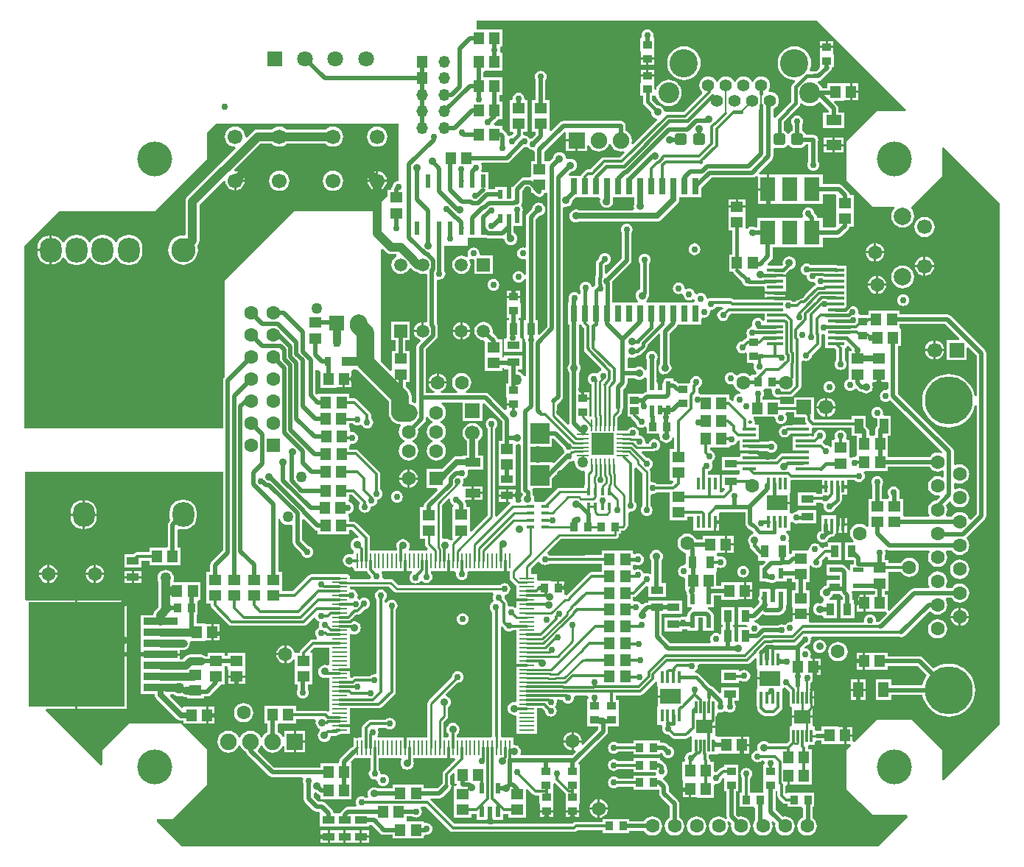
<source format=gtl>
G04*
G04 #@! TF.GenerationSoftware,Altium Limited,Altium Designer,18.0.12 (696)*
G04*
G04 Layer_Physical_Order=1*
G04 Layer_Color=794757*
%FSLAX44Y44*%
%MOMM*%
G71*
G01*
G75*
%ADD10C,0.2000*%
%ADD11C,0.2500*%
%ADD12C,0.3000*%
%ADD14C,0.5000*%
%ADD45R,1.7780X0.2794*%
%ADD46R,0.2794X1.7780*%
%ADD84R,1.4500X0.9500*%
%ADD85R,1.4000X1.2000*%
%ADD86R,1.2000X1.4000*%
%ADD87R,0.7600X1.9050*%
%ADD88R,4.0000X0.8900*%
%ADD89R,0.4500X1.4500*%
%ADD90R,2.2000X2.4000*%
%ADD91R,0.9500X1.4500*%
%ADD92R,0.6000X1.2500*%
%ADD93R,1.2000X1.8000*%
%ADD94R,0.3000X1.4500*%
%ADD95R,1.0000X0.8500*%
%ADD96R,0.8500X1.0000*%
%ADD97R,1.2500X0.6000*%
%ADD98R,1.6000X0.4000*%
%ADD99R,0.6000X1.1000*%
%ADD100R,0.9500X1.0000*%
%ADD101R,0.9500X0.4000*%
%ADD102R,0.4000X0.9500*%
%ADD103R,0.2800X1.4000*%
%ADD104R,1.4000X0.2800*%
%ADD105R,1.7500X1.0000*%
%ADD106R,0.6500X1.0000*%
%ADD107R,1.0000X0.9500*%
%ADD108R,1.8500X0.4500*%
G04:AMPARAMS|DCode=109|XSize=1.4mm|YSize=1.4mm|CornerRadius=0.35mm|HoleSize=0mm|Usage=FLASHONLY|Rotation=0.000|XOffset=0mm|YOffset=0mm|HoleType=Round|Shape=RoundedRectangle|*
%AMROUNDEDRECTD109*
21,1,1.4000,0.7000,0,0,0.0*
21,1,0.7000,1.4000,0,0,0.0*
1,1,0.7000,0.3500,-0.3500*
1,1,0.7000,-0.3500,-0.3500*
1,1,0.7000,-0.3500,0.3500*
1,1,0.7000,0.3500,0.3500*
%
%ADD109ROUNDEDRECTD109*%
%ADD110R,1.8000X1.2000*%
%ADD111R,0.6000X1.5500*%
%ADD112R,1.4000X0.9000*%
%ADD113R,1.0000X1.7500*%
%ADD114R,1.8000X2.8000*%
%ADD115C,0.3500*%
%ADD116C,0.4000*%
%ADD117C,0.7000*%
%ADD118C,0.9000*%
%ADD119C,0.4500*%
%ADD120C,1.0000*%
%ADD121C,2.0000*%
%ADD122C,0.2540*%
%ADD123C,1.6000*%
%ADD124O,1.3000X1.4000*%
%ADD125R,1.3000X1.4000*%
%ADD126C,1.9000*%
%ADD127R,1.9000X1.9000*%
%ADD128R,1.8000X1.8000*%
%ADD129C,1.8000*%
%ADD130R,11.0000X12.0000*%
%ADD131R,2.4000X1.7500*%
%ADD132C,1.7000*%
%ADD133R,1.7000X1.7000*%
%ADD134R,1.8800X1.5700*%
%ADD135R,2.5000X2.5000*%
%ADD136R,1.6000X1.6000*%
%ADD137R,1.5000X1.5000*%
%ADD138C,1.5000*%
%ADD139C,1.5000*%
%ADD140R,1.6000X1.6000*%
G04:AMPARAMS|DCode=141|XSize=2.8mm|YSize=2.5mm|CornerRadius=1.1375mm|HoleSize=0mm|Usage=FLASHONLY|Rotation=270.000|XOffset=0mm|YOffset=0mm|HoleType=Round|Shape=RoundedRectangle|*
%AMROUNDEDRECTD141*
21,1,2.8000,0.2250,0,0,270.0*
21,1,0.5250,2.5000,0,0,270.0*
1,1,2.2750,-0.1125,-0.2625*
1,1,2.2750,-0.1125,0.2625*
1,1,2.2750,0.1125,0.2625*
1,1,2.2750,0.1125,-0.2625*
%
%ADD141ROUNDEDRECTD141*%
%ADD142C,2.8000*%
%ADD143R,1.7000X1.7000*%
%ADD144C,5.5000*%
%ADD145C,2.0000*%
%ADD146C,1.4000*%
%ADD147C,2.4000*%
%ADD148C,3.2500*%
%ADD149C,4.0000*%
%ADD150C,0.9000*%
%ADD151C,0.7500*%
%ADD152C,1.2700*%
G36*
X1403192Y872598D02*
X1402427Y870750D01*
X1370000D01*
X1335000Y835750D01*
X1335000Y800750D01*
Y790750D01*
X1365000Y760750D01*
X1389526D01*
X1390020Y758750D01*
X1388145Y756306D01*
X1386835Y753144D01*
X1386388Y749750D01*
X1386835Y746356D01*
X1388145Y743194D01*
X1390228Y740478D01*
X1392944Y738395D01*
X1396106Y737085D01*
X1399500Y736638D01*
X1402894Y737085D01*
X1406056Y738395D01*
X1408772Y740478D01*
X1410855Y743194D01*
X1412165Y746356D01*
X1412612Y749750D01*
X1412165Y753144D01*
X1410855Y756306D01*
X1408980Y758750D01*
X1409474Y760750D01*
X1410000D01*
X1445000Y795750D01*
Y828177D01*
X1446848Y828942D01*
X1511040Y764750D01*
Y164750D01*
X1446848Y100558D01*
X1445000Y101323D01*
Y135750D01*
X1410000Y170750D01*
X1370000D01*
X1343840Y144590D01*
X1341840Y145419D01*
Y151030D01*
X1334570D01*
Y142760D01*
X1339182D01*
X1340010Y140760D01*
X1335000Y135750D01*
X1335000Y90750D01*
X1338000Y87750D01*
X1338000Y87750D01*
X1338000D01*
X1341102Y84648D01*
X1350000Y75750D01*
Y75750D01*
X1350000Y75750D01*
X1365000Y60750D01*
X1404427D01*
X1405192Y58902D01*
X1371040Y24750D01*
X571040D01*
X541888Y53902D01*
X542653Y55750D01*
X560000D01*
X600000Y95750D01*
Y135750D01*
X570000Y165750D01*
X510000Y165750D01*
X480000Y135750D01*
Y118403D01*
X478152Y117638D01*
X414878Y180912D01*
X415643Y182760D01*
X448730D01*
Y245300D01*
Y307840D01*
X392460D01*
X391040Y309240D01*
Y455750D01*
X618142D01*
Y365073D01*
X605035Y351965D01*
X603819Y350146D01*
X603392Y348000D01*
Y340500D01*
X599000D01*
Y324500D01*
X599000Y322500D01*
X599000D01*
Y322500D01*
X599000D01*
Y304500D01*
X604412D01*
Y302000D01*
X604761Y300244D01*
X605756Y298756D01*
X624756Y279756D01*
X626244Y278761D01*
X628000Y278412D01*
X710997D01*
X712753Y278761D01*
X714241Y279756D01*
X722576Y288090D01*
X724754Y287440D01*
X725104Y286596D01*
X726186Y285186D01*
X727596Y284104D01*
X727671Y284073D01*
X729023Y282734D01*
X728674Y281616D01*
X728424Y281012D01*
X728192Y279250D01*
X728424Y277488D01*
X728827Y276515D01*
X727364Y275909D01*
X725953Y274827D01*
X724872Y273417D01*
X724191Y271775D01*
X723959Y270012D01*
X724191Y268250D01*
X724872Y266608D01*
X725953Y265198D01*
X726423Y264838D01*
X725744Y262838D01*
X721500D01*
X719744Y262489D01*
X718256Y261494D01*
X707756Y250994D01*
X706761Y249506D01*
X706412Y247750D01*
Y247000D01*
X701380Y247000D01*
X700300Y248460D01*
X700200Y248668D01*
X699207Y251066D01*
X697517Y253267D01*
X695315Y254957D01*
X692751Y256019D01*
X691270Y256214D01*
Y245750D01*
Y235286D01*
X692751Y235481D01*
X695315Y236543D01*
X697517Y238233D01*
X699000Y240165D01*
X699987Y240078D01*
X701000Y239615D01*
Y231000D01*
X701000Y229000D01*
X701000Y227000D01*
Y211000D01*
X704392D01*
Y205530D01*
X704104Y205154D01*
X703424Y203512D01*
X703192Y201750D01*
X703424Y199988D01*
X704104Y198346D01*
X705186Y196936D01*
X706596Y195854D01*
X708238Y195174D01*
X710000Y194942D01*
X711762Y195174D01*
X713404Y195854D01*
X714814Y196936D01*
X715896Y198346D01*
X716576Y199988D01*
X716808Y201750D01*
X716576Y203512D01*
X715896Y205154D01*
X715608Y205530D01*
Y211000D01*
X721000D01*
Y227000D01*
X721000Y229000D01*
X721000Y231000D01*
Y247000D01*
X719352D01*
X718586Y248848D01*
X723400Y253662D01*
X740414D01*
Y243853D01*
Y234012D01*
X740011Y233586D01*
X738414Y232807D01*
X737208Y233307D01*
X735250Y233565D01*
X733292Y233307D01*
X731468Y232551D01*
X729901Y231349D01*
X728699Y229782D01*
X727943Y227958D01*
X727685Y226000D01*
X727943Y224042D01*
X728699Y222218D01*
X729901Y220651D01*
X731468Y219449D01*
X733292Y218693D01*
X735250Y218435D01*
X737208Y218693D01*
X737414Y218778D01*
X738000Y218662D01*
X740414D01*
Y213853D01*
Y203853D01*
Y193853D01*
Y181035D01*
X738414Y179966D01*
X738006Y180239D01*
X736250Y180588D01*
X702250D01*
Y186000D01*
X686250D01*
X684250Y186000D01*
X682250Y186000D01*
X666250D01*
Y166000D01*
X669642D01*
Y156457D01*
X668946Y156169D01*
X666335Y154165D01*
X664331Y151554D01*
X663622Y149842D01*
X661457D01*
X660769Y151504D01*
X658765Y154115D01*
X656154Y156119D01*
X653113Y157378D01*
X649850Y157808D01*
X646587Y157378D01*
X643546Y156119D01*
X640935Y154115D01*
X638931Y151504D01*
X638243Y149842D01*
X636078D01*
X635369Y151554D01*
X633365Y154165D01*
X630754Y156169D01*
X627713Y157428D01*
X624450Y157858D01*
X621187Y157428D01*
X618146Y156169D01*
X615535Y154165D01*
X613531Y151554D01*
X612272Y148513D01*
X611842Y145250D01*
X612272Y141987D01*
X613531Y138946D01*
X615535Y136335D01*
X618146Y134331D01*
X621187Y133072D01*
X624450Y132642D01*
X627713Y133072D01*
X630754Y134331D01*
X633365Y136335D01*
X635369Y138946D01*
X636057Y140608D01*
X638222D01*
X638931Y138896D01*
X640935Y136285D01*
X643546Y134281D01*
X644493Y133889D01*
X644669Y133004D01*
X645885Y131185D01*
X671035Y106035D01*
X672854Y104819D01*
X675000Y104392D01*
X709229D01*
X710435Y102392D01*
X710174Y101762D01*
X709942Y100000D01*
X710174Y98238D01*
X710854Y96596D01*
X711142Y96220D01*
Y79500D01*
X711569Y77354D01*
X712785Y75535D01*
X721785Y66535D01*
X723604Y65319D01*
X725750Y64892D01*
X728576D01*
X729913Y62892D01*
X729750Y62500D01*
X729750D01*
Y47500D01*
X786500D01*
Y49392D01*
X789427D01*
X799035Y39785D01*
X800854Y38569D01*
X803000Y38142D01*
X813000D01*
Y33750D01*
X829000D01*
X831000Y33750D01*
X833000Y33750D01*
X849000D01*
Y36861D01*
X851000Y38073D01*
X852000Y37942D01*
X853762Y38174D01*
X855404Y38854D01*
X856814Y39936D01*
X857896Y41346D01*
X858576Y42988D01*
X858808Y44750D01*
X858576Y46512D01*
X857896Y48154D01*
X856814Y49564D01*
X855404Y50646D01*
X853762Y51326D01*
X852000Y51558D01*
X851000Y51427D01*
X849000Y52745D01*
Y53750D01*
X833000D01*
X830586Y53750D01*
X829000Y54750D01*
Y59142D01*
X836220D01*
X836596Y58854D01*
X838238Y58174D01*
X840000Y57942D01*
X841762Y58174D01*
X843404Y58854D01*
X844814Y59936D01*
X845896Y61346D01*
X846576Y62988D01*
X846808Y64750D01*
X846576Y66512D01*
X845896Y68154D01*
X845507Y68662D01*
X846493Y70662D01*
X851099D01*
X879056Y42706D01*
X880544Y41711D01*
X882300Y41362D01*
X1021514D01*
X1023269Y41711D01*
X1024758Y42706D01*
X1025714Y43662D01*
X1054750D01*
Y40250D01*
X1068750D01*
X1069250Y40250D01*
X1070750D01*
X1071250Y40250D01*
X1085250D01*
Y42642D01*
X1102138D01*
X1103855Y40405D01*
X1106152Y38642D01*
X1108828Y37533D01*
X1111700Y37155D01*
X1114572Y37533D01*
X1117247Y38642D01*
X1119545Y40405D01*
X1121309Y42703D01*
X1122417Y45378D01*
X1122795Y48250D01*
X1122417Y51122D01*
X1121309Y53797D01*
X1119545Y56095D01*
X1117247Y57859D01*
X1114572Y58967D01*
X1111700Y59345D01*
X1108828Y58967D01*
X1106152Y57859D01*
X1103855Y56095D01*
X1102138Y53858D01*
X1085250D01*
Y56250D01*
X1071250D01*
X1070750Y56250D01*
X1069250D01*
X1068750Y56250D01*
X1054750D01*
Y52838D01*
X1023814D01*
X1022058Y52489D01*
X1020569Y51494D01*
X1019613Y50538D01*
X884201D01*
X856596Y78142D01*
X856938Y79514D01*
X857365Y80142D01*
X867000D01*
X869146Y80569D01*
X870965Y81785D01*
X878965Y89785D01*
X880181Y91604D01*
X880608Y93750D01*
X880181Y95896D01*
X879588Y96783D01*
Y105850D01*
X882702Y108964D01*
X884550Y108198D01*
Y96750D01*
X886833D01*
X887291Y95532D01*
X885990Y93750D01*
X883550D01*
Y75750D01*
X883550D01*
Y75750D01*
X883550D01*
Y57750D01*
X903550D01*
Y62162D01*
X909500D01*
Y55250D01*
X921500D01*
Y55710D01*
X923730D01*
Y64500D01*
X926270D01*
Y55710D01*
X928500D01*
Y55250D01*
X940500D01*
Y61751D01*
X941000Y62162D01*
X946550D01*
Y57750D01*
X966550D01*
Y75750D01*
X966550D01*
Y75750D01*
X966550D01*
Y90098D01*
X968398Y90864D01*
X974506Y84756D01*
X975994Y83761D01*
X977750Y83412D01*
X982000D01*
Y74000D01*
X982364D01*
X982460Y72040D01*
X982460Y72000D01*
Y66520D01*
X997540D01*
Y72000D01*
X997540Y72040D01*
X997636Y74000D01*
X998000D01*
Y88500D01*
X997750D01*
Y96812D01*
X999750Y97640D01*
X1012000Y85390D01*
Y74000D01*
X1012364D01*
X1012460Y72040D01*
X1012460Y72000D01*
Y66520D01*
X1027540D01*
Y72000D01*
X1027540Y72040D01*
X1027636Y74000D01*
X1028000D01*
Y88000D01*
Y102500D01*
X1028000D01*
Y104000D01*
X1028000D01*
Y118500D01*
X1027259D01*
X1026431Y120500D01*
X1058965Y153035D01*
X1060181Y154854D01*
X1060608Y157000D01*
Y162642D01*
X1062000D01*
X1063800Y163000D01*
X1073000D01*
Y177500D01*
X1073000D01*
Y179000D01*
X1073000D01*
Y193500D01*
X1069588D01*
Y198662D01*
X1097824D01*
X1099580Y199011D01*
X1101068Y200006D01*
X1115550Y214487D01*
X1116358Y214376D01*
X1117550Y213784D01*
Y208800D01*
X1117550D01*
X1118010Y208340D01*
Y198320D01*
X1132550D01*
Y195780D01*
X1118010D01*
Y185760D01*
X1117550Y185300D01*
X1117550D01*
Y164800D01*
X1122248D01*
X1122478Y164636D01*
X1123500Y162800D01*
X1123174Y162012D01*
X1122942Y160250D01*
X1123174Y158488D01*
X1123854Y156846D01*
X1124936Y155436D01*
X1126346Y154354D01*
X1127988Y153674D01*
X1129750Y153442D01*
X1130032Y153479D01*
X1133756Y149755D01*
X1135244Y148761D01*
X1137000Y148412D01*
X1150500D01*
X1152256Y148761D01*
X1153744Y149755D01*
X1155662Y151673D01*
X1157300Y150483D01*
Y135010D01*
X1155288Y132997D01*
X1153988Y132826D01*
X1152346Y132146D01*
X1150936Y131064D01*
X1149854Y129654D01*
X1149174Y128012D01*
X1148942Y126250D01*
X1149174Y124488D01*
X1149479Y123750D01*
X1148401Y121863D01*
X1148235Y121750D01*
X1146000D01*
Y102100D01*
X1146000Y101750D01*
X1146460Y99941D01*
X1146460Y99750D01*
Y92020D01*
X1155000D01*
Y90750D01*
X1156270D01*
Y81210D01*
X1162191D01*
X1164000Y80750D01*
X1165350Y80750D01*
X1182000D01*
Y95255D01*
X1184000Y96573D01*
X1185000Y96442D01*
X1186762Y96674D01*
X1188404Y97354D01*
X1189814Y98436D01*
X1190896Y99846D01*
X1191576Y101488D01*
X1191777Y103013D01*
X1192730Y103651D01*
X1194500Y102868D01*
X1194500Y102000D01*
Y88000D01*
X1196892D01*
Y59050D01*
X1197226Y57374D01*
X1196534Y56777D01*
X1195524Y56265D01*
X1193447Y57859D01*
X1190772Y58967D01*
X1187900Y59345D01*
X1185028Y58967D01*
X1182353Y57859D01*
X1180055Y56095D01*
X1178291Y53797D01*
X1177183Y51122D01*
X1176805Y48250D01*
X1177183Y45378D01*
X1178291Y42703D01*
X1180055Y40405D01*
X1182353Y38642D01*
X1185028Y37533D01*
X1187900Y37155D01*
X1190772Y37533D01*
X1193447Y38642D01*
X1195745Y40405D01*
X1197508Y42703D01*
X1198617Y45378D01*
X1198995Y48250D01*
X1198617Y51122D01*
X1197872Y52919D01*
X1199568Y54051D01*
X1202573Y51046D01*
X1202205Y48250D01*
X1202583Y45378D01*
X1203691Y42703D01*
X1205455Y40405D01*
X1207753Y38642D01*
X1210428Y37533D01*
X1213300Y37155D01*
X1216172Y37533D01*
X1218847Y38642D01*
X1221145Y40405D01*
X1222908Y42703D01*
X1224017Y45378D01*
X1224395Y48250D01*
X1224017Y51122D01*
X1222908Y53797D01*
X1221145Y56095D01*
X1218847Y57859D01*
X1216172Y58967D01*
X1213300Y59345D01*
X1210504Y58977D01*
X1208108Y61373D01*
Y88000D01*
X1210500D01*
Y102000D01*
X1210500Y102500D01*
Y104000D01*
X1210500Y104500D01*
Y118500D01*
X1194500D01*
Y115838D01*
X1193000D01*
X1191244Y115489D01*
X1189756Y114494D01*
X1185282Y110021D01*
X1185000Y110058D01*
X1184000Y109927D01*
X1182000Y111245D01*
Y121750D01*
X1177843D01*
Y123750D01*
X1177843Y123750D01*
X1177474Y125603D01*
X1176843Y126548D01*
Y128489D01*
X1177300Y130300D01*
X1186300D01*
Y130300D01*
X1187731Y131232D01*
X1204381D01*
X1205731Y131232D01*
X1207540Y131692D01*
X1213461D01*
Y141232D01*
Y150772D01*
X1207540D01*
X1205731Y151232D01*
X1204381Y151232D01*
X1188121D01*
X1187731Y151232D01*
Y151232D01*
X1186300Y150800D01*
X1184547Y151396D01*
X1183740Y152160D01*
X1183740Y152800D01*
Y161280D01*
X1171800D01*
Y163820D01*
X1183740D01*
Y172940D01*
X1183740D01*
X1184175Y174760D01*
X1185840D01*
Y177399D01*
X1187840Y178735D01*
X1187988Y178674D01*
X1189750Y178442D01*
X1191512Y178674D01*
X1193154Y179354D01*
X1194564Y180436D01*
X1196659Y179881D01*
X1197346Y179354D01*
X1198988Y178674D01*
X1200750Y178442D01*
X1202512Y178674D01*
X1204154Y179354D01*
X1205564Y180436D01*
X1206646Y181846D01*
X1207326Y183488D01*
X1207558Y185250D01*
X1207326Y187012D01*
X1206646Y188654D01*
X1206358Y189030D01*
Y192500D01*
X1211000D01*
Y208000D01*
X1190500D01*
Y201508D01*
X1188652Y200742D01*
X1181179Y208215D01*
X1179360Y209431D01*
X1178634Y209575D01*
X1165555Y222655D01*
X1163901Y223760D01*
X1161950Y224148D01*
X1161311D01*
X1161099Y224548D01*
X1160787Y226148D01*
X1161814Y226936D01*
X1162896Y228346D01*
X1163576Y229988D01*
X1163808Y231750D01*
X1163721Y232412D01*
X1165190Y234412D01*
X1220750D01*
X1222506Y234761D01*
X1223994Y235756D01*
X1229702Y241464D01*
X1231550Y240698D01*
Y229550D01*
X1231550D01*
X1232010Y229090D01*
Y219070D01*
X1246550D01*
Y216530D01*
X1232010D01*
Y206510D01*
X1231550Y206050D01*
X1231550D01*
Y185550D01*
X1231957D01*
Y184200D01*
X1232326Y182346D01*
X1233375Y180775D01*
X1237825Y176325D01*
X1239397Y175276D01*
X1241250Y174907D01*
X1251028D01*
X1252881Y175276D01*
X1254453Y176325D01*
X1259725Y181597D01*
X1260775Y183169D01*
X1261143Y185022D01*
Y185550D01*
X1261550D01*
Y206050D01*
X1261550Y206050D01*
X1261550D01*
X1261598Y206321D01*
X1263461Y207288D01*
X1263738Y207174D01*
X1265004Y207007D01*
X1269212Y202799D01*
Y196050D01*
X1269300Y195607D01*
Y185800D01*
X1270423D01*
X1271860Y184440D01*
X1271860Y183800D01*
Y175320D01*
X1283800D01*
X1295740D01*
Y184260D01*
X1295740Y184440D01*
X1296175Y186260D01*
X1297840D01*
Y194780D01*
X1293800D01*
Y197320D01*
X1297840D01*
Y205840D01*
X1293300D01*
Y206300D01*
X1293133D01*
Y212346D01*
X1293152Y212354D01*
X1294563Y213435D01*
X1295644Y214846D01*
X1296325Y216488D01*
X1296557Y218250D01*
X1296364Y219710D01*
X1296602Y220334D01*
X1297786Y221710D01*
X1305290D01*
Y229980D01*
X1296750D01*
Y231250D01*
X1295480D01*
Y240790D01*
X1294203D01*
X1293184Y242790D01*
X1293576Y243738D01*
X1293808Y245500D01*
X1293576Y247262D01*
X1292896Y248904D01*
X1291814Y250314D01*
X1290404Y251396D01*
X1288762Y252076D01*
X1287280Y252271D01*
X1286779Y253061D01*
X1286431Y254251D01*
X1288292Y256112D01*
X1288762Y256174D01*
X1290404Y256854D01*
X1291814Y257936D01*
X1292896Y259346D01*
X1293576Y260988D01*
X1293808Y262750D01*
X1293589Y264412D01*
X1293592Y264533D01*
X1294954Y266412D01*
X1394717D01*
X1395604Y265819D01*
X1397750Y265392D01*
X1399896Y265819D01*
X1401715Y267035D01*
X1429610Y294930D01*
X1431606Y294799D01*
X1431755Y294605D01*
X1434052Y292841D01*
X1436728Y291733D01*
X1439600Y291355D01*
X1442472Y291733D01*
X1445148Y292841D01*
X1447445Y294605D01*
X1449209Y296903D01*
X1450317Y299578D01*
X1450695Y302450D01*
X1450317Y305322D01*
X1449209Y307997D01*
X1448790Y308542D01*
X1449777Y310542D01*
X1455438D01*
X1457155Y308305D01*
X1459453Y306542D01*
X1462128Y305433D01*
X1465000Y305055D01*
X1467872Y305433D01*
X1470547Y306542D01*
X1472845Y308305D01*
X1474608Y310602D01*
X1475717Y313278D01*
X1476095Y316150D01*
X1475717Y319021D01*
X1474608Y321697D01*
X1472845Y323995D01*
X1470547Y325758D01*
X1467872Y326867D01*
X1465000Y327245D01*
X1462128Y326867D01*
X1459453Y325758D01*
X1457155Y323995D01*
X1455438Y321758D01*
X1449777D01*
X1448790Y323758D01*
X1449209Y324302D01*
X1450317Y326978D01*
X1450695Y329850D01*
X1450317Y332721D01*
X1449209Y335397D01*
X1447445Y337695D01*
X1445147Y339458D01*
X1442472Y340567D01*
X1439600Y340945D01*
X1436728Y340567D01*
X1434053Y339458D01*
X1431755Y337695D01*
X1429991Y335397D01*
X1428883Y332721D01*
X1428505Y329850D01*
X1428883Y326978D01*
X1429991Y324302D01*
X1430410Y323758D01*
X1429423Y321758D01*
X1412900D01*
X1410754Y321331D01*
X1408935Y320115D01*
X1384300Y295481D01*
X1382300Y296309D01*
Y314550D01*
X1378908D01*
Y318300D01*
X1382800D01*
Y334300D01*
X1382800Y336300D01*
X1382800Y338300D01*
Y340907D01*
X1397100D01*
X1397392Y340203D01*
X1399155Y337905D01*
X1401453Y336142D01*
X1404128Y335033D01*
X1407000Y334655D01*
X1409872Y335033D01*
X1412547Y336142D01*
X1414845Y337905D01*
X1416608Y340203D01*
X1417717Y342878D01*
X1418095Y345750D01*
X1417717Y348622D01*
X1416608Y351297D01*
X1414845Y353595D01*
X1412547Y355359D01*
X1409872Y356467D01*
X1407000Y356845D01*
X1404128Y356467D01*
X1401453Y355359D01*
X1399155Y353595D01*
X1397392Y351297D01*
X1397100Y350593D01*
X1382800D01*
Y354300D01*
X1378408D01*
Y358785D01*
X1378646Y359096D01*
X1379326Y360738D01*
X1379558Y362500D01*
X1379326Y364262D01*
X1378950Y365171D01*
X1380565Y366496D01*
X1381654Y365769D01*
X1383800Y365342D01*
X1429423D01*
X1430410Y363342D01*
X1429991Y362797D01*
X1428883Y360122D01*
X1428505Y357250D01*
X1428883Y354378D01*
X1429991Y351703D01*
X1431755Y349405D01*
X1434053Y347641D01*
X1436728Y346533D01*
X1439600Y346155D01*
X1442472Y346533D01*
X1445147Y347641D01*
X1447445Y349405D01*
X1449209Y351703D01*
X1450317Y354378D01*
X1450695Y357250D01*
X1450317Y360122D01*
X1449209Y362797D01*
X1448790Y363342D01*
X1449777Y365342D01*
X1455438D01*
X1457155Y363105D01*
X1459453Y361342D01*
X1462128Y360233D01*
X1465000Y359855D01*
X1467872Y360233D01*
X1470547Y361342D01*
X1472845Y363105D01*
X1474608Y365402D01*
X1475717Y368078D01*
X1476095Y370950D01*
X1475717Y373822D01*
X1474608Y376497D01*
X1473393Y378082D01*
X1472990Y379243D01*
X1473497Y380816D01*
X1493965Y401285D01*
X1495181Y403104D01*
X1495608Y405250D01*
Y591750D01*
X1495181Y593896D01*
X1493965Y595715D01*
X1454665Y635015D01*
X1452846Y636231D01*
X1450700Y636658D01*
X1396050D01*
Y641050D01*
X1380050D01*
X1378050Y641050D01*
X1376050Y641050D01*
X1360050D01*
Y636250D01*
X1349654D01*
X1348469Y638250D01*
X1348640Y639550D01*
X1348408Y641312D01*
X1347728Y642954D01*
X1346646Y644364D01*
X1345236Y645446D01*
X1343594Y646126D01*
X1341832Y646358D01*
X1340070Y646126D01*
X1338428Y645446D01*
X1337050Y644389D01*
X1336894Y644409D01*
X1335050Y645085D01*
Y656550D01*
Y663050D01*
Y669550D01*
Y676050D01*
Y682550D01*
Y693050D01*
X1324290D01*
X1324051Y693210D01*
X1322100Y693598D01*
X1293694D01*
X1292654Y694396D01*
X1291012Y695076D01*
X1289250Y695308D01*
X1287488Y695076D01*
X1285846Y694396D01*
X1284436Y693314D01*
X1283354Y691904D01*
X1282674Y690262D01*
X1282442Y688500D01*
X1282674Y686738D01*
X1283354Y685096D01*
X1284436Y683686D01*
X1285846Y682604D01*
X1287488Y681924D01*
X1288823Y681748D01*
X1288692Y680750D01*
X1288924Y678988D01*
X1289604Y677346D01*
X1290686Y675936D01*
X1292096Y674854D01*
X1293738Y674174D01*
X1295500Y673942D01*
X1297262Y674174D01*
X1298348Y673547D01*
X1298422Y672987D01*
X1299102Y671345D01*
X1299007Y670767D01*
X1298118Y670173D01*
X1298118Y670173D01*
X1287325Y659381D01*
X1287076Y659008D01*
X1283911Y655843D01*
X1282500D01*
X1280647Y655474D01*
X1279075Y654425D01*
X1276275Y651624D01*
X1272820D01*
X1271448Y652677D01*
X1269806Y653357D01*
X1268044Y653589D01*
X1267050Y653458D01*
X1265705Y653856D01*
X1265504Y654030D01*
X1265051D01*
Y654050D01*
X1241010D01*
Y654050D01*
X1240550D01*
Y653643D01*
X1205563D01*
X1205531Y653675D01*
X1203960Y654724D01*
X1202107Y655093D01*
X1181325D01*
X1180762Y655326D01*
X1179000Y655558D01*
X1177238Y655326D01*
X1175734Y654703D01*
X1175654Y654705D01*
X1175338Y654788D01*
X1173683Y655699D01*
X1173576Y656512D01*
X1172896Y658154D01*
X1171814Y659564D01*
X1170404Y660646D01*
X1168762Y661326D01*
X1167000Y661558D01*
X1165238Y661326D01*
X1163596Y660646D01*
X1162789Y660027D01*
X1160953Y660584D01*
X1160667Y660821D01*
X1160576Y661512D01*
X1159896Y663154D01*
X1158814Y664564D01*
X1157404Y665646D01*
X1155762Y666326D01*
X1154000Y666558D01*
X1152238Y666326D01*
X1150685Y665683D01*
X1150283Y665840D01*
X1148808Y666750D01*
X1148576Y668512D01*
X1147896Y670154D01*
X1146814Y671564D01*
X1145404Y672646D01*
X1143762Y673326D01*
X1142000Y673558D01*
X1140238Y673326D01*
X1138596Y672646D01*
X1137186Y671564D01*
X1136104Y670154D01*
X1135424Y668512D01*
X1135192Y666750D01*
X1135424Y664988D01*
X1136104Y663346D01*
X1137186Y661936D01*
X1138596Y660854D01*
X1140238Y660174D01*
X1142000Y659942D01*
X1143762Y660174D01*
X1145315Y660817D01*
X1145717Y660660D01*
X1147192Y659750D01*
X1147424Y657988D01*
X1148104Y656346D01*
X1149186Y654936D01*
X1150596Y653854D01*
X1152238Y653174D01*
X1154000Y652942D01*
X1155762Y653174D01*
X1157404Y653854D01*
X1158043Y654344D01*
X1159954Y653796D01*
X1160627Y652116D01*
X1159562Y650275D01*
X1105212D01*
X1104533Y652275D01*
X1105349Y652901D01*
X1106551Y654468D01*
X1107307Y656292D01*
X1107565Y658250D01*
X1107460Y659049D01*
X1107460Y659049D01*
X1107848Y661000D01*
Y695306D01*
X1108646Y696346D01*
X1109326Y697988D01*
X1109558Y699750D01*
X1109326Y701512D01*
X1108646Y703154D01*
X1107564Y704564D01*
X1106154Y705646D01*
X1104512Y706326D01*
X1102750Y706558D01*
X1100988Y706326D01*
X1099346Y705646D01*
X1097936Y704564D01*
X1096854Y703154D01*
X1096174Y701512D01*
X1095942Y699750D01*
X1096174Y697988D01*
X1096854Y696346D01*
X1097652Y695306D01*
Y665395D01*
X1096218Y664801D01*
X1094651Y663599D01*
X1093449Y662032D01*
X1092693Y660208D01*
X1092435Y658250D01*
X1092693Y656292D01*
X1093449Y654468D01*
X1094651Y652901D01*
X1095467Y652275D01*
X1094788Y650275D01*
X1065858D01*
Y673500D01*
X1065662Y674482D01*
X1086215Y695035D01*
X1087431Y696854D01*
X1087858Y699000D01*
Y730470D01*
X1088146Y730846D01*
X1088826Y732488D01*
X1089058Y734250D01*
X1088826Y736012D01*
X1088146Y737654D01*
X1087064Y739064D01*
X1085654Y740146D01*
X1084012Y740826D01*
X1082250Y741058D01*
X1080488Y740826D01*
X1078846Y740146D01*
X1077436Y739064D01*
X1076354Y737654D01*
X1075674Y736012D01*
X1075442Y734250D01*
X1075674Y732488D01*
X1076354Y730846D01*
X1076642Y730470D01*
Y701323D01*
X1059098Y683779D01*
X1057098Y684607D01*
Y693388D01*
X1057462Y693753D01*
X1058762Y693924D01*
X1060404Y694604D01*
X1061814Y695686D01*
X1062896Y697096D01*
X1063576Y698738D01*
X1063808Y700500D01*
X1063576Y702262D01*
X1062896Y703904D01*
X1061814Y705314D01*
X1060404Y706396D01*
X1058762Y707076D01*
X1057000Y707308D01*
X1055238Y707076D01*
X1053596Y706396D01*
X1052186Y705314D01*
X1051104Y703904D01*
X1050424Y702262D01*
X1050253Y700962D01*
X1048395Y699105D01*
X1047290Y697451D01*
X1046902Y695500D01*
Y681701D01*
X1046040Y680411D01*
X1045652Y678460D01*
Y672040D01*
X1046040Y670089D01*
X1046056Y670066D01*
X1043757Y667767D01*
X1042643Y667903D01*
X1041662Y668361D01*
X1041576Y669012D01*
X1040896Y670654D01*
X1039814Y672064D01*
X1038404Y673146D01*
X1036762Y673826D01*
X1035000Y674058D01*
X1033238Y673826D01*
X1031596Y673146D01*
X1030186Y672064D01*
X1029104Y670654D01*
X1028424Y669012D01*
X1028192Y667250D01*
X1028424Y665488D01*
X1029104Y663846D01*
X1029302Y663588D01*
Y660357D01*
X1027302Y659678D01*
X1026814Y660314D01*
X1025404Y661396D01*
X1023762Y662076D01*
X1022000Y662308D01*
X1020238Y662076D01*
X1018596Y661396D01*
X1017186Y660314D01*
X1016104Y658904D01*
X1015424Y657262D01*
X1015192Y655500D01*
X1015424Y653738D01*
X1015892Y652607D01*
Y650275D01*
X1014900D01*
Y625225D01*
X1016092D01*
Y579947D01*
X1015199Y578782D01*
X1014443Y576958D01*
X1014185Y575000D01*
X1014443Y573042D01*
X1015199Y571218D01*
X1016092Y570053D01*
Y511300D01*
X1016212Y510699D01*
X1014369Y509713D01*
X1002333Y521749D01*
Y533057D01*
X1007465Y538189D01*
X1008681Y540008D01*
X1009108Y542154D01*
Y759638D01*
X1011108Y760869D01*
X1012500Y760685D01*
X1014458Y760943D01*
X1016282Y761699D01*
X1017849Y762901D01*
X1019051Y764468D01*
X1019807Y766292D01*
X1020009Y767829D01*
X1023456Y771275D01*
X1050592D01*
X1051928Y769275D01*
X1051693Y768708D01*
X1051435Y766750D01*
X1051693Y764792D01*
X1052449Y762968D01*
X1053651Y761401D01*
X1055218Y760199D01*
X1057042Y759443D01*
X1059000Y759185D01*
X1060958Y759443D01*
X1061323Y759594D01*
X1061497Y759617D01*
X1063078Y760272D01*
X1064436Y761314D01*
X1065478Y762672D01*
X1066133Y764253D01*
X1066155Y764426D01*
X1066307Y764792D01*
X1066565Y766750D01*
X1066356Y768335D01*
Y771275D01*
X1091344D01*
Y764529D01*
X1090693Y762958D01*
X1090435Y761000D01*
X1090693Y759042D01*
X1090894Y758556D01*
X1089558Y756556D01*
X1027771D01*
X1025958Y757307D01*
X1024000Y757565D01*
X1022042Y757307D01*
X1020218Y756551D01*
X1018651Y755349D01*
X1017449Y753782D01*
X1016693Y751958D01*
X1016435Y750000D01*
X1016693Y748042D01*
X1017449Y746218D01*
X1018651Y744651D01*
X1020218Y743449D01*
X1022042Y742693D01*
X1024000Y742435D01*
X1025958Y742693D01*
X1027771Y743444D01*
X1117000D01*
X1118697Y743667D01*
X1120278Y744322D01*
X1121636Y745364D01*
X1140636Y764364D01*
X1141678Y765722D01*
X1142333Y767303D01*
X1142556Y769000D01*
Y771275D01*
X1168200D01*
Y782670D01*
X1179673Y794142D01*
X1226500D01*
X1228646Y794569D01*
X1230465Y795785D01*
X1231060Y796379D01*
X1233060Y795551D01*
Y782020D01*
X1243330D01*
Y797290D01*
X1234799D01*
X1233971Y799290D01*
X1249215Y814535D01*
X1250431Y816354D01*
X1250858Y818500D01*
Y826973D01*
X1252858Y828211D01*
X1253974Y828064D01*
X1260974D01*
X1262671Y828287D01*
X1264252Y828942D01*
X1265610Y829984D01*
X1266652Y831342D01*
X1266806Y831713D01*
X1268970D01*
X1269124Y831342D01*
X1270166Y829984D01*
X1271524Y828942D01*
X1273105Y828287D01*
X1274802Y828064D01*
X1281802D01*
X1283499Y828287D01*
X1285080Y828942D01*
X1286438Y829984D01*
X1287480Y831342D01*
X1287811Y832142D01*
X1290892D01*
Y812530D01*
X1290604Y812154D01*
X1289924Y810512D01*
X1289692Y808750D01*
X1289924Y806988D01*
X1290604Y805346D01*
X1291686Y803936D01*
X1293096Y802854D01*
X1294738Y802174D01*
X1296500Y801942D01*
X1298262Y802174D01*
X1299904Y802854D01*
X1301314Y803936D01*
X1302396Y805346D01*
X1303076Y806988D01*
X1303308Y808750D01*
X1303076Y810512D01*
X1302396Y812154D01*
X1302108Y812530D01*
Y835495D01*
X1302181Y835604D01*
X1302608Y837750D01*
X1302181Y839896D01*
X1300965Y841715D01*
X1299146Y842931D01*
X1297000Y843358D01*
X1288118D01*
X1287480Y844898D01*
X1286438Y846256D01*
X1285080Y847298D01*
X1283910Y847782D01*
Y855129D01*
X1284576Y856738D01*
X1284808Y858500D01*
X1284576Y860262D01*
X1283896Y861904D01*
X1282814Y863314D01*
X1281404Y864396D01*
X1279762Y865076D01*
X1278000Y865308D01*
X1276238Y865076D01*
X1274596Y864396D01*
X1273186Y863314D01*
X1272104Y861904D01*
X1271424Y860262D01*
X1271192Y858500D01*
X1271424Y856738D01*
X1272104Y855096D01*
X1272694Y854326D01*
Y847782D01*
X1271524Y847298D01*
X1270166Y846256D01*
X1269124Y844898D01*
X1268970Y844527D01*
X1266806D01*
X1266652Y844898D01*
X1265610Y846256D01*
X1264252Y847298D01*
X1262671Y847953D01*
X1262572Y847966D01*
Y858362D01*
X1280131Y875921D01*
X1281236Y877575D01*
X1281434Y878571D01*
X1283448Y879411D01*
X1283573Y879403D01*
X1284152Y878928D01*
X1286758Y877535D01*
X1289586Y876677D01*
X1292526Y876387D01*
X1295466Y876677D01*
X1298294Y877535D01*
X1300900Y878928D01*
X1303184Y880802D01*
X1304893Y880886D01*
X1314392Y871387D01*
Y869250D01*
X1308000D01*
Y851250D01*
X1332000D01*
Y869250D01*
X1325608D01*
Y873710D01*
X1325181Y875856D01*
X1323965Y877675D01*
X1320738Y880902D01*
X1321504Y882750D01*
X1329651D01*
X1331000Y882750D01*
X1332809Y883210D01*
X1338730D01*
Y892750D01*
X1340000D01*
D01*
X1338730D01*
Y902290D01*
X1332809D01*
X1331000Y902750D01*
X1329651Y902750D01*
X1313000D01*
Y897068D01*
X1306500D01*
X1306451Y897228D01*
X1305058Y899834D01*
X1303184Y902118D01*
X1301936Y903142D01*
X1302408Y904817D01*
X1302622Y905166D01*
X1304646Y905569D01*
X1306465Y906785D01*
X1316465Y916785D01*
X1317681Y918604D01*
X1318108Y920750D01*
X1318313Y921000D01*
X1320250D01*
Y935500D01*
X1319886D01*
X1319790Y937460D01*
X1319790Y937500D01*
Y942980D01*
X1304710D01*
Y937500D01*
X1304710Y937460D01*
X1304613Y935500D01*
X1304250D01*
Y921000D01*
X1304250Y921000D01*
X1304250D01*
X1303259Y919440D01*
X1300177Y916358D01*
X1297250D01*
X1295104Y915931D01*
X1293776Y916260D01*
X1292812Y918237D01*
X1292871Y918348D01*
X1293972Y921976D01*
X1294343Y925750D01*
X1293972Y929524D01*
X1292871Y933152D01*
X1291083Y936497D01*
X1288678Y939428D01*
X1285746Y941833D01*
X1282402Y943621D01*
X1278774Y944721D01*
X1275000Y945093D01*
X1271226Y944721D01*
X1267598Y943621D01*
X1264254Y941833D01*
X1261322Y939428D01*
X1258917Y936497D01*
X1257129Y933152D01*
X1256029Y929524D01*
X1255657Y925750D01*
X1256029Y921976D01*
X1257129Y918348D01*
X1258917Y915004D01*
X1261322Y912072D01*
X1264254Y909667D01*
X1267598Y907879D01*
X1271226Y906778D01*
X1274825Y906424D01*
X1275307Y905757D01*
X1275846Y904617D01*
X1272921Y901692D01*
X1271816Y900038D01*
X1271428Y898087D01*
Y881638D01*
X1253869Y864079D01*
X1252858Y862565D01*
X1252712Y862547D01*
X1250858Y863745D01*
Y873319D01*
X1252103Y873835D01*
X1254192Y875438D01*
X1255795Y877527D01*
X1256803Y879959D01*
X1257146Y882570D01*
X1256803Y885181D01*
X1255795Y887613D01*
X1254192Y889702D01*
X1252103Y891305D01*
X1249671Y892312D01*
X1247060Y892656D01*
X1246017Y892519D01*
X1244934Y894394D01*
X1245635Y895307D01*
X1246643Y897739D01*
X1246986Y900350D01*
X1246643Y902961D01*
X1245635Y905393D01*
X1244032Y907482D01*
X1241943Y909085D01*
X1239511Y910092D01*
X1236900Y910436D01*
X1234289Y910092D01*
X1231857Y909085D01*
X1229768Y907482D01*
X1228165Y905393D01*
X1227822Y904566D01*
X1225658D01*
X1225315Y905393D01*
X1223712Y907482D01*
X1221623Y909085D01*
X1219191Y910092D01*
X1216580Y910436D01*
X1213969Y910092D01*
X1211537Y909085D01*
X1209448Y907482D01*
X1207845Y905393D01*
X1207502Y904566D01*
X1205338D01*
X1204995Y905393D01*
X1203392Y907482D01*
X1201303Y909085D01*
X1198871Y910092D01*
X1196260Y910436D01*
X1193650Y910092D01*
X1191217Y909085D01*
X1189128Y907482D01*
X1187525Y905393D01*
X1187182Y904566D01*
X1185018D01*
X1184675Y905393D01*
X1183072Y907482D01*
X1180983Y909085D01*
X1178551Y910092D01*
X1175940Y910436D01*
X1173329Y910092D01*
X1170897Y909085D01*
X1168808Y907482D01*
X1167205Y905393D01*
X1166198Y902961D01*
X1165854Y900350D01*
X1166198Y897739D01*
X1167205Y895307D01*
X1168808Y893218D01*
X1168912Y893138D01*
X1169043Y891142D01*
X1147669Y869768D01*
X1128675D01*
X1128675Y869768D01*
X1127233Y869481D01*
X1127217Y869481D01*
X1125699Y870258D01*
X1125186Y870651D01*
X1125158Y870693D01*
X1125057Y871458D01*
X1124301Y873282D01*
X1123099Y874849D01*
X1121532Y876051D01*
X1119708Y876807D01*
X1117750Y877065D01*
X1117436Y877023D01*
X1111098Y883362D01*
Y888250D01*
X1113740D01*
X1114000Y888250D01*
X1115869Y887933D01*
X1116549Y885692D01*
X1117942Y883086D01*
X1119816Y880802D01*
X1122100Y878928D01*
X1124706Y877535D01*
X1127533Y876677D01*
X1130474Y876387D01*
X1133415Y876677D01*
X1136242Y877535D01*
X1138848Y878928D01*
X1141132Y880802D01*
X1143006Y883086D01*
X1144399Y885692D01*
X1145257Y888520D01*
X1145547Y891460D01*
X1145257Y894400D01*
X1144399Y897228D01*
X1143006Y899834D01*
X1141132Y902118D01*
X1138848Y903992D01*
X1136242Y905385D01*
X1133415Y906243D01*
X1130474Y906533D01*
X1127533Y906243D01*
X1124706Y905385D01*
X1122100Y903992D01*
X1119816Y902118D01*
X1117942Y899834D01*
X1116549Y897228D01*
X1116000Y895419D01*
X1114000Y895715D01*
Y902750D01*
X1113636D01*
X1113540Y904710D01*
X1113540Y904750D01*
Y910230D01*
X1098460D01*
Y904750D01*
X1098460Y904710D01*
X1098363Y902750D01*
X1098000D01*
Y888250D01*
X1100902D01*
Y881250D01*
X1101290Y879299D01*
X1102395Y877645D01*
X1110227Y869814D01*
X1110185Y869500D01*
X1110443Y867542D01*
X1111199Y865718D01*
X1112401Y864151D01*
X1113968Y862949D01*
X1115792Y862193D01*
X1116210Y862138D01*
X1116927Y860026D01*
X1089287Y832386D01*
X1087578Y833487D01*
X1088008Y836750D01*
X1087578Y840013D01*
X1086319Y843054D01*
X1084315Y845665D01*
X1081704Y847669D01*
X1081008Y847957D01*
Y853600D01*
X1080581Y855746D01*
X1079365Y857565D01*
X1077546Y858781D01*
X1075400Y859208D01*
X1009267D01*
X1007121Y858781D01*
X1005302Y857565D01*
X995250Y847513D01*
X993250Y848342D01*
Y863000D01*
X993250Y865000D01*
X993250Y867000D01*
Y883000D01*
X988858D01*
Y906220D01*
X989146Y906596D01*
X989826Y908238D01*
X990058Y910000D01*
X989826Y911762D01*
X989146Y913404D01*
X988064Y914814D01*
X986654Y915896D01*
X985012Y916576D01*
X983250Y916808D01*
X981488Y916576D01*
X979846Y915896D01*
X978436Y914814D01*
X977354Y913404D01*
X976674Y911762D01*
X976442Y910000D01*
X976674Y908238D01*
X977354Y906596D01*
X977642Y906220D01*
Y883000D01*
X973250D01*
Y867000D01*
X973250Y865000D01*
X973250Y863000D01*
Y847000D01*
X977642D01*
Y843823D01*
X973208Y839388D01*
X972738Y839326D01*
X971096Y838646D01*
X969758Y840140D01*
X969593Y840354D01*
X968183Y841436D01*
X966541Y842116D01*
X964856Y842338D01*
X964765Y842360D01*
X963819Y843149D01*
X963098Y844144D01*
Y847000D01*
X968000D01*
Y863000D01*
X968000Y865000D01*
X968000Y867000D01*
Y883000D01*
X965844D01*
X964526Y884504D01*
X964558Y884750D01*
X964326Y886512D01*
X963646Y888154D01*
X962564Y889564D01*
X961154Y890646D01*
X959512Y891326D01*
X957750Y891558D01*
X955988Y891326D01*
X954346Y890646D01*
X952936Y889564D01*
X951854Y888154D01*
X951174Y886512D01*
X950942Y884750D01*
X950974Y884504D01*
X949656Y883000D01*
X948000D01*
Y867000D01*
X948000Y865000D01*
X948000Y863000D01*
Y847000D01*
X951212D01*
X952040Y845000D01*
X949538Y842497D01*
X948238Y842326D01*
X947108Y841858D01*
X946739Y841884D01*
X945645Y842356D01*
X944931Y842889D01*
X944681Y844146D01*
X943465Y845965D01*
X941715Y847715D01*
X939896Y848931D01*
X939000Y849109D01*
Y853750D01*
X930564D01*
X929228Y855750D01*
X929326Y855988D01*
X929388Y856458D01*
X933965Y861035D01*
X934276Y861500D01*
X939000D01*
Y881500D01*
X935608D01*
Y889250D01*
X939000D01*
Y909250D01*
X921000D01*
Y909250D01*
X921000D01*
Y909250D01*
X917608D01*
Y915586D01*
X919022Y917000D01*
X921000Y917000D01*
X923000Y917000D01*
X939000D01*
Y937000D01*
X937814D01*
X936478Y939000D01*
X936576Y939238D01*
X936808Y941000D01*
X936576Y942762D01*
X937918Y944750D01*
X939000D01*
Y964750D01*
X923000D01*
X921000Y964750D01*
X919000Y964750D01*
X910000D01*
Y974750D01*
X1301040Y974750D01*
X1403192Y872598D01*
D02*
G37*
G36*
X969686Y827936D02*
X971096Y826854D01*
X972738Y826174D01*
X974500Y825942D01*
X976392Y824174D01*
Y812750D01*
X972000D01*
Y796313D01*
X971793Y794708D01*
X970153Y794380D01*
X964295D01*
X962149Y793953D01*
X960329Y792737D01*
X952535Y784943D01*
X951571Y783500D01*
X950250D01*
Y783040D01*
X948020D01*
Y775000D01*
X945480D01*
Y783040D01*
X943250D01*
Y783500D01*
X931250D01*
Y780608D01*
X923500D01*
Y800500D01*
X916001D01*
X915184Y801862D01*
X914959Y802500D01*
X915575Y803986D01*
X915807Y805748D01*
X915575Y807511D01*
X914895Y809153D01*
X915889Y811142D01*
X944250D01*
X946396Y811569D01*
X948215Y812785D01*
X964234Y828803D01*
X964779Y828732D01*
X966541Y828964D01*
X966589Y828984D01*
X968604Y829346D01*
X969686Y827936D01*
D02*
G37*
G36*
X1012560Y846134D02*
Y838020D01*
X1024600D01*
Y836750D01*
X1025870D01*
Y824710D01*
X1036640D01*
Y831064D01*
X1038640Y831461D01*
X1039081Y830396D01*
X1041085Y827785D01*
X1043696Y825781D01*
X1046737Y824522D01*
X1050000Y824092D01*
X1053263Y824522D01*
X1056304Y825781D01*
X1058915Y827785D01*
X1060919Y830396D01*
X1061628Y832108D01*
X1063793D01*
X1064481Y830446D01*
X1066485Y827835D01*
X1069096Y825831D01*
X1072137Y824572D01*
X1075400Y824142D01*
X1078663Y824572D01*
X1079764Y822863D01*
X1074494Y817593D01*
X1056500D01*
X1054647Y817224D01*
X1053075Y816175D01*
X1040419Y803518D01*
X1038000D01*
X1036147Y803149D01*
X1034575Y802100D01*
X1030975Y798500D01*
X1029926Y796928D01*
X1029806Y796325D01*
X1016334D01*
X1015506Y798325D01*
X1017921Y800741D01*
X1019458Y800943D01*
X1021282Y801699D01*
X1022849Y802901D01*
X1024051Y804468D01*
X1024807Y806292D01*
X1025065Y808250D01*
X1024807Y810208D01*
X1024051Y812032D01*
X1022849Y813599D01*
X1021282Y814801D01*
X1019458Y815557D01*
X1017500Y815815D01*
X1015542Y815557D01*
X1014500Y815125D01*
X1013812Y815347D01*
X1012737Y816050D01*
X1012483Y816374D01*
X1012307Y817708D01*
X1011551Y819532D01*
X1010349Y821099D01*
X1008782Y822301D01*
X1006958Y823057D01*
X1005000Y823315D01*
X1003042Y823057D01*
X1001218Y822301D01*
X999651Y821099D01*
X998449Y819532D01*
X997693Y817708D01*
X997491Y816171D01*
X994000Y812681D01*
X992000Y812750D01*
Y812750D01*
X987608D01*
Y824010D01*
X1010560Y846962D01*
X1012560Y846134D01*
D02*
G37*
G36*
X1193064Y643407D02*
X1192424Y642482D01*
X1191238Y642326D01*
X1189596Y641646D01*
X1188186Y640564D01*
X1187104Y639154D01*
X1186424Y637512D01*
X1186192Y635750D01*
X1186424Y633988D01*
X1187104Y632346D01*
X1188186Y630936D01*
X1189596Y629854D01*
X1191238Y629174D01*
X1193000Y628942D01*
X1194762Y629174D01*
X1196404Y629854D01*
X1197814Y630936D01*
X1198896Y632346D01*
X1199576Y633988D01*
X1199802Y635703D01*
X1201556Y637457D01*
X1240550D01*
Y630121D01*
X1238550Y629605D01*
X1237814Y630564D01*
X1236404Y631646D01*
X1234762Y632326D01*
X1233000Y632558D01*
X1231238Y632326D01*
X1229596Y631646D01*
X1228186Y630564D01*
X1227104Y629154D01*
X1226424Y627512D01*
X1226192Y625750D01*
X1226424Y623988D01*
X1225137Y621868D01*
X1225026Y621853D01*
X1223384Y621173D01*
X1221974Y620091D01*
X1220892Y618681D01*
X1220212Y617039D01*
X1219980Y615277D01*
X1220212Y613515D01*
X1220356Y613166D01*
X1220500Y612500D01*
X1220500Y612500D01*
Y609494D01*
X1219147Y609224D01*
X1217576Y608175D01*
X1214953Y605552D01*
X1213238Y605326D01*
X1211596Y604646D01*
X1210186Y603564D01*
X1209104Y602154D01*
X1208424Y600512D01*
X1208192Y598750D01*
X1208424Y596988D01*
X1209104Y595346D01*
X1210186Y593936D01*
X1211596Y592854D01*
X1213238Y592174D01*
X1215000Y591942D01*
X1216762Y592174D01*
X1218404Y592854D01*
X1218500Y592928D01*
X1220500Y591941D01*
Y581000D01*
X1227337D01*
X1228626Y579000D01*
X1228424Y578512D01*
X1228192Y576750D01*
X1228424Y574988D01*
X1229104Y573346D01*
X1230186Y571936D01*
X1230934Y571362D01*
X1231395Y568995D01*
X1229401Y567000D01*
X1225750D01*
Y566974D01*
X1225001Y566464D01*
X1223750Y566110D01*
X1221797Y567608D01*
X1219122Y568717D01*
X1216250Y569095D01*
X1213378Y568717D01*
X1210703Y567608D01*
X1209537Y566714D01*
X1208805Y566693D01*
X1207031Y567141D01*
X1207001Y567169D01*
X1206315Y568063D01*
X1204905Y569145D01*
X1203263Y569825D01*
X1201501Y570057D01*
X1199739Y569825D01*
X1198097Y569145D01*
X1196687Y568063D01*
X1195605Y566653D01*
X1194925Y565011D01*
X1194693Y563249D01*
X1194925Y561487D01*
X1195605Y559845D01*
X1196687Y558435D01*
X1198097Y557353D01*
X1199739Y556673D01*
X1201501Y556441D01*
X1203263Y556673D01*
X1203310Y556692D01*
X1205493Y555432D01*
X1205533Y555128D01*
X1206641Y552453D01*
X1208405Y550155D01*
X1210703Y548391D01*
X1212986Y547446D01*
X1212464Y545497D01*
X1212000Y545558D01*
X1210238Y545326D01*
X1208596Y544646D01*
X1207186Y543564D01*
X1206104Y542154D01*
X1205424Y540512D01*
X1205192Y538750D01*
X1205270Y538158D01*
X1203375Y537224D01*
X1202841Y537758D01*
X1201270Y538808D01*
X1200250Y539011D01*
Y544333D01*
X1184250D01*
X1182250Y544333D01*
X1180250Y544333D01*
X1167809D01*
X1167402Y544645D01*
X1165760Y545325D01*
X1164697Y547482D01*
X1164709Y547545D01*
X1164709Y547545D01*
Y552566D01*
X1165404Y552854D01*
X1166814Y553936D01*
X1167896Y555346D01*
X1168576Y556988D01*
X1168808Y558750D01*
X1168576Y560512D01*
X1167896Y562154D01*
X1166814Y563564D01*
X1165404Y564646D01*
X1163762Y565326D01*
X1162000Y565558D01*
X1160238Y565326D01*
X1158596Y564646D01*
X1157186Y563564D01*
X1156104Y562154D01*
X1155424Y560512D01*
X1155192Y558750D01*
X1153354Y557384D01*
X1141547D01*
X1140081Y558849D01*
X1138262Y560065D01*
X1136116Y560492D01*
X1136050D01*
Y563384D01*
X1124050D01*
Y562924D01*
X1121820D01*
Y554884D01*
X1119280D01*
Y562924D01*
X1117050D01*
Y563384D01*
X1116608D01*
Y583970D01*
X1116896Y584346D01*
X1117576Y585988D01*
X1117808Y587750D01*
X1117576Y589512D01*
X1116896Y591154D01*
X1115814Y592564D01*
X1114404Y593646D01*
X1112762Y594326D01*
X1111000Y594558D01*
X1109238Y594326D01*
X1107596Y593646D01*
X1106186Y592564D01*
X1105104Y591154D01*
X1104424Y589512D01*
X1104192Y587750D01*
X1104424Y585988D01*
X1105104Y584346D01*
X1105392Y583970D01*
Y573061D01*
X1103392Y572663D01*
X1103333Y572807D01*
X1102131Y574374D01*
X1100564Y575576D01*
X1098739Y576331D01*
X1096782Y576589D01*
X1094824Y576331D01*
X1092999Y575576D01*
X1091770Y574632D01*
X1083108D01*
Y586381D01*
X1084178Y587103D01*
X1085108Y587456D01*
X1086681Y586804D01*
X1088639Y586546D01*
X1090597Y586804D01*
X1092421Y587560D01*
X1093988Y588762D01*
X1094183Y589016D01*
X1096119Y589401D01*
X1097773Y590506D01*
X1104416Y597149D01*
X1105521Y598802D01*
X1105909Y600753D01*
Y601624D01*
X1118831Y614547D01*
X1120679Y613781D01*
Y579789D01*
X1119736Y578560D01*
X1118980Y576735D01*
X1118722Y574777D01*
X1118980Y572819D01*
X1119736Y570995D01*
X1120938Y569428D01*
X1122505Y568226D01*
X1124329Y567470D01*
X1126287Y567213D01*
X1128245Y567470D01*
X1130069Y568226D01*
X1131636Y569428D01*
X1132838Y570995D01*
X1133594Y572819D01*
X1133852Y574777D01*
X1133594Y576735D01*
X1132838Y578560D01*
X1131895Y579789D01*
Y614714D01*
X1139965Y622785D01*
X1141181Y624604D01*
X1141304Y625225D01*
X1168200D01*
Y631639D01*
X1170200Y633047D01*
X1171000Y632942D01*
X1172762Y633174D01*
X1174404Y633854D01*
X1175814Y634936D01*
X1176896Y636346D01*
X1177576Y637988D01*
X1177808Y639750D01*
X1177764Y640087D01*
X1178955Y641874D01*
X1179424Y641998D01*
X1180762Y642174D01*
X1182404Y642854D01*
X1183814Y643936D01*
X1184896Y645346D01*
X1184921Y645407D01*
X1192015D01*
X1193064Y643407D01*
D02*
G37*
G36*
X805894Y708444D02*
X807566Y707162D01*
X809512Y706356D01*
X811600Y706081D01*
X817282D01*
X817731Y705488D01*
X817069Y703048D01*
X817005Y703022D01*
X814811Y701339D01*
X813128Y699145D01*
X812070Y696591D01*
X811709Y693850D01*
X812070Y691109D01*
X813128Y688555D01*
X814811Y686361D01*
X817005Y684678D01*
X819559Y683620D01*
X822300Y683259D01*
X825041Y683620D01*
X827595Y684678D01*
X829789Y686361D01*
X831472Y688555D01*
X831906Y689604D01*
X834266Y690073D01*
X836194Y688144D01*
X837866Y686862D01*
X839812Y686056D01*
X840775Y685929D01*
X842405Y684678D01*
X844959Y683620D01*
X847700Y683259D01*
X850441Y683620D01*
X851015Y683858D01*
X852678Y682747D01*
Y628255D01*
X851015Y627144D01*
X850321Y627432D01*
X848970Y627609D01*
Y617650D01*
X847700D01*
Y616380D01*
X837740D01*
X837918Y615029D01*
X838930Y612587D01*
X840539Y610489D01*
X842637Y608880D01*
X844408Y608146D01*
X845111Y606021D01*
X842035Y602945D01*
X840819Y601125D01*
X840392Y598979D01*
Y540750D01*
Y535574D01*
X838598Y534689D01*
X838056Y535106D01*
X834894Y536415D01*
X834862Y536419D01*
Y542000D01*
X834415Y545394D01*
X833105Y548556D01*
X831022Y551272D01*
X831022Y551272D01*
X828108Y554186D01*
Y558750D01*
X832500D01*
Y574750D01*
X832500Y576750D01*
X832500Y578750D01*
Y594750D01*
X827908D01*
Y607150D01*
X832800D01*
Y628150D01*
X811800D01*
Y607150D01*
X816692D01*
Y594750D01*
X812500D01*
Y578750D01*
X812500Y576750D01*
X812500Y574750D01*
Y572407D01*
X810652Y571641D01*
X800000Y582293D01*
Y711726D01*
X801848Y712491D01*
X805894Y708444D01*
D02*
G37*
G36*
X971675Y780916D02*
X971842Y780082D01*
X972000Y779845D01*
Y776750D01*
X974569D01*
X978035Y773285D01*
X979854Y772069D01*
X982000Y771642D01*
X984146Y772069D01*
X985965Y773285D01*
X987181Y775104D01*
X987508Y776750D01*
X990892D01*
Y622656D01*
X981598Y613361D01*
X979750Y614126D01*
Y630250D01*
X977608D01*
Y746427D01*
X981420Y750239D01*
X982957Y750442D01*
X984781Y751197D01*
X986348Y752400D01*
X987550Y753966D01*
X988306Y755791D01*
X988564Y757748D01*
X988306Y759706D01*
X987550Y761531D01*
X986348Y763098D01*
X984781Y764300D01*
X982957Y765055D01*
X980999Y765313D01*
X979041Y765055D01*
X977216Y764300D01*
X975650Y763098D01*
X974448Y761531D01*
X973692Y759706D01*
X973490Y758170D01*
X968035Y752715D01*
X966819Y750896D01*
X966392Y748750D01*
Y714416D01*
X966187Y714278D01*
X964392Y713375D01*
X963000Y713558D01*
X961238Y713326D01*
X959596Y712646D01*
X958186Y711564D01*
X957104Y710154D01*
X956424Y708512D01*
X956192Y706750D01*
X956424Y704988D01*
X957104Y703346D01*
X958186Y701936D01*
X959596Y700854D01*
X961238Y700174D01*
X963000Y699942D01*
X964392Y700125D01*
X966187Y699222D01*
X966392Y699084D01*
Y682354D01*
X964392Y681956D01*
X963896Y683154D01*
X962814Y684564D01*
X961404Y685646D01*
X959762Y686326D01*
X958000Y686558D01*
X956238Y686326D01*
X954596Y685646D01*
X953186Y684564D01*
X952104Y683154D01*
X951424Y681512D01*
X951192Y679750D01*
X951424Y677988D01*
X952104Y676346D01*
X953186Y674936D01*
X954596Y673854D01*
X956238Y673174D01*
X958000Y672942D01*
X959762Y673174D01*
X961404Y673854D01*
X962814Y674936D01*
X963896Y676346D01*
X964392Y677544D01*
X966392Y677146D01*
Y630250D01*
X964250D01*
Y609750D01*
X964250D01*
X965225Y607750D01*
X965192Y607500D01*
X965424Y605738D01*
X966104Y604096D01*
X966392Y603720D01*
Y565800D01*
X964392Y565402D01*
X963942Y566489D01*
X962443Y568443D01*
X960490Y569941D01*
X958215Y570883D01*
X957358Y570997D01*
Y573750D01*
X962000D01*
Y589250D01*
X941500D01*
Y588100D01*
X939500Y587272D01*
X939000Y587772D01*
X939000Y589750D01*
X939000Y591750D01*
Y607750D01*
X934329D01*
X934181Y608496D01*
X932965Y610315D01*
X927981Y615299D01*
X928290Y617650D01*
X927930Y620391D01*
X926872Y622945D01*
X925189Y625139D01*
X922995Y626822D01*
X920441Y627880D01*
X917700Y628241D01*
X914959Y627880D01*
X912405Y626822D01*
X910211Y625139D01*
X908528Y622945D01*
X907470Y620391D01*
X907109Y617650D01*
X907470Y614909D01*
X908528Y612355D01*
X910211Y610161D01*
X912405Y608478D01*
X914959Y607420D01*
X917700Y607059D01*
X919000Y605919D01*
Y591750D01*
X919000Y589750D01*
X919000Y587750D01*
Y571750D01*
X939000D01*
Y575142D01*
X941500D01*
Y573750D01*
X946142D01*
Y557250D01*
X943750D01*
Y542599D01*
X943750Y541750D01*
X944210Y539941D01*
Y534770D01*
X951750D01*
Y532230D01*
X944210D01*
Y527299D01*
X942210Y526470D01*
X923965Y544715D01*
X922146Y545931D01*
X920000Y546358D01*
X897760D01*
X897362Y548358D01*
X898047Y548642D01*
X900345Y550405D01*
X902109Y552703D01*
X903217Y555378D01*
X903595Y558250D01*
X903217Y561122D01*
X902109Y563797D01*
X900345Y566095D01*
X898047Y567859D01*
X895372Y568967D01*
X892500Y569345D01*
X889628Y568967D01*
X886953Y567859D01*
X884655Y566095D01*
X882891Y563797D01*
X881783Y561122D01*
X881405Y558250D01*
X881783Y555378D01*
X882891Y552703D01*
X884655Y550405D01*
X886953Y548642D01*
X887638Y548358D01*
X887240Y546358D01*
X869058D01*
X868660Y548358D01*
X870315Y549043D01*
X872517Y550733D01*
X874207Y552935D01*
X875269Y555499D01*
X875464Y556980D01*
X865000D01*
X854536D01*
X854731Y555499D01*
X855793Y552935D01*
X857483Y550733D01*
X859685Y549043D01*
X861340Y548358D01*
X860942Y546358D01*
X851608D01*
Y596657D01*
X863665Y608714D01*
X864881Y610533D01*
X865308Y612679D01*
Y622621D01*
X864881Y624767D01*
X863893Y626245D01*
Y675815D01*
X865893Y677086D01*
X866999Y676940D01*
X868761Y677172D01*
X870403Y677853D01*
X871813Y678934D01*
X872895Y680344D01*
X873575Y681987D01*
X873807Y683749D01*
X873575Y685511D01*
X872895Y687153D01*
X872308Y687918D01*
Y715750D01*
X900000D01*
Y725000D01*
X909500D01*
X910800Y725000D01*
Y725000D01*
X911500D01*
Y725000D01*
X920496D01*
X920714Y724854D01*
X922860Y724427D01*
X939035D01*
X939449Y724510D01*
X939519Y724508D01*
X939813Y724430D01*
X941580Y722899D01*
X941693Y722042D01*
X942449Y720218D01*
X943651Y718651D01*
X945218Y717449D01*
X947042Y716693D01*
X949000Y716435D01*
X950958Y716693D01*
X952782Y717449D01*
X954349Y718651D01*
X955551Y720218D01*
X956307Y722042D01*
X956565Y724000D01*
X956307Y725958D01*
X955551Y727782D01*
X954349Y729349D01*
X952782Y730551D01*
X952358Y730727D01*
Y738500D01*
X962250D01*
Y754202D01*
X962575Y754986D01*
X962807Y756749D01*
X962575Y758511D01*
X961895Y760153D01*
X960813Y761563D01*
X960541Y761772D01*
X961431Y763104D01*
X961858Y765250D01*
Y766500D01*
X962250D01*
Y778797D01*
X966617Y783164D01*
X969428D01*
X971675Y780916D01*
D02*
G37*
G36*
X1310550Y612960D02*
Y604550D01*
Y598050D01*
X1321201D01*
X1323157Y596094D01*
Y584277D01*
X1322104Y582904D01*
X1321424Y581262D01*
X1321192Y579500D01*
X1321424Y577738D01*
X1322104Y576096D01*
X1323186Y574686D01*
X1324596Y573604D01*
X1326238Y572924D01*
X1328000Y572692D01*
X1329762Y572924D01*
X1331404Y573604D01*
X1332814Y574686D01*
X1333896Y576096D01*
X1334576Y577738D01*
X1334808Y579500D01*
X1334576Y581262D01*
X1333896Y582904D01*
X1332843Y584277D01*
Y598050D01*
X1335050D01*
Y599820D01*
X1336898Y600586D01*
X1340734Y596750D01*
X1340627Y595398D01*
X1340059Y594750D01*
X1337500D01*
Y578750D01*
X1337500Y576750D01*
X1337500Y574750D01*
Y562144D01*
X1336988Y562076D01*
X1335346Y561396D01*
X1333936Y560314D01*
X1332854Y558904D01*
X1332174Y557262D01*
X1331942Y555500D01*
X1332174Y553738D01*
X1332854Y552096D01*
X1333936Y550686D01*
X1335346Y549604D01*
X1336988Y548924D01*
X1338750Y548692D01*
X1340512Y548924D01*
X1342154Y549604D01*
X1343564Y550686D01*
X1343669Y550822D01*
X1346277Y551043D01*
X1348036Y549284D01*
X1349855Y548068D01*
X1352001Y547641D01*
X1352486D01*
X1353716Y546698D01*
X1355540Y545942D01*
X1357498Y545684D01*
X1359456Y545942D01*
X1361280Y546698D01*
X1362847Y547900D01*
X1364049Y549467D01*
X1364805Y551291D01*
X1365063Y553249D01*
X1364805Y555207D01*
X1364049Y557031D01*
X1363912Y557210D01*
X1364898Y559210D01*
X1370480D01*
Y567750D01*
X1373020D01*
Y559210D01*
X1380642D01*
X1381290Y559210D01*
X1382642Y557770D01*
Y550952D01*
X1380642Y549474D01*
X1380000Y549558D01*
X1378238Y549326D01*
X1376596Y548646D01*
X1375186Y547564D01*
X1374104Y546154D01*
X1373424Y544512D01*
X1373192Y542750D01*
X1373424Y540988D01*
X1374104Y539346D01*
X1375186Y537936D01*
X1376596Y536854D01*
X1378238Y536174D01*
X1380000Y535942D01*
X1381762Y536174D01*
X1383404Y536854D01*
X1384814Y537936D01*
X1385583Y537986D01*
X1444804Y478766D01*
X1443671Y477070D01*
X1442472Y477567D01*
X1439600Y477945D01*
X1436728Y477567D01*
X1434053Y476459D01*
X1431755Y474695D01*
X1430038Y472458D01*
X1382500D01*
Y476500D01*
X1382500D01*
Y477500D01*
X1382500D01*
Y496750D01*
X1386000D01*
Y520250D01*
X1378021D01*
X1376760Y521767D01*
X1376611Y522250D01*
X1376808Y523750D01*
X1376576Y525512D01*
X1375896Y527154D01*
X1374814Y528564D01*
X1373404Y529646D01*
X1371762Y530326D01*
X1370000Y530558D01*
X1368238Y530326D01*
X1366596Y529646D01*
X1365186Y528564D01*
X1364104Y527154D01*
X1363424Y525512D01*
X1363192Y523750D01*
X1363424Y521988D01*
X1364104Y520346D01*
X1365186Y518936D01*
X1366596Y517854D01*
X1368238Y517174D01*
X1370000Y516942D01*
Y508431D01*
X1369535Y507965D01*
X1368319Y506146D01*
X1367892Y504000D01*
Y498914D01*
X1366478Y497500D01*
X1364500Y497500D01*
X1362522Y497500D01*
X1361108Y498914D01*
Y502000D01*
X1360681Y504146D01*
X1359465Y505965D01*
X1357000Y508431D01*
Y520250D01*
X1341000D01*
Y515843D01*
X1298256D01*
X1297747Y516352D01*
X1297500Y518250D01*
X1297500D01*
Y541250D01*
X1274500D01*
Y533593D01*
X1259000D01*
Y538750D01*
X1241000D01*
Y538750D01*
X1241000D01*
Y538750D01*
X1238608D01*
Y541970D01*
X1238896Y542346D01*
X1239576Y543988D01*
X1239808Y545750D01*
X1239576Y547512D01*
X1238960Y549000D01*
X1239183Y549633D01*
X1239557Y550259D01*
X1241250Y551000D01*
X1241750D01*
Y551000D01*
X1248148D01*
X1249355Y549000D01*
X1249190Y547749D01*
X1249422Y545987D01*
X1250102Y544345D01*
X1251184Y542935D01*
X1252594Y541853D01*
X1254236Y541173D01*
X1255998Y540941D01*
X1257760Y541173D01*
X1259402Y541853D01*
X1259479Y541912D01*
X1270513D01*
X1272269Y542261D01*
X1273758Y543256D01*
X1281494Y550992D01*
X1282489Y552481D01*
X1282838Y554236D01*
Y582682D01*
X1283933Y583412D01*
X1284838Y583754D01*
X1286238Y583174D01*
X1288000Y582942D01*
X1289762Y583174D01*
X1291404Y583854D01*
X1292814Y584936D01*
X1293896Y586346D01*
X1294576Y587988D01*
X1294802Y589703D01*
X1304923Y599824D01*
X1305972Y601395D01*
X1306341Y603248D01*
Y613325D01*
X1306952Y614034D01*
X1309003Y614313D01*
X1310550Y612960D01*
D02*
G37*
G36*
X1029926Y624622D02*
X1030975Y623050D01*
X1033157Y620869D01*
Y598250D01*
X1033407Y596993D01*
Y595972D01*
X1033776Y594118D01*
X1034825Y592547D01*
X1053200Y574173D01*
X1052517Y572027D01*
X1051595Y571645D01*
X1050185Y570563D01*
X1049103Y569153D01*
X1046812Y568849D01*
X1046262Y569076D01*
X1044500Y569308D01*
X1042738Y569076D01*
X1041096Y568396D01*
X1039686Y567314D01*
X1038604Y565904D01*
X1037924Y564262D01*
X1037692Y562500D01*
X1037924Y560738D01*
X1038604Y559096D01*
X1039686Y557686D01*
X1041096Y556604D01*
X1041917Y556264D01*
Y519050D01*
X1039500D01*
Y531500D01*
X1039137D01*
X1039040Y533460D01*
X1039040D01*
Y538980D01*
X1031500D01*
Y540250D01*
X1030230D01*
Y547040D01*
X1027308D01*
Y569923D01*
X1028301Y571218D01*
X1029057Y573042D01*
X1029315Y575000D01*
X1029057Y576958D01*
X1028301Y578782D01*
X1027308Y580077D01*
Y625225D01*
X1029806D01*
X1029926Y624622D01*
D02*
G37*
G36*
X1104875Y563967D02*
X1105050Y563384D01*
X1105050Y563384D01*
X1105050Y563384D01*
Y547358D01*
X1105000D01*
X1102854Y546931D01*
X1101052Y545727D01*
X1099250Y545250D01*
X1099250Y545250D01*
Y545250D01*
X1099250Y545250D01*
X1083250D01*
Y530750D01*
Y518750D01*
X1087041D01*
X1087825Y517575D01*
X1092198Y513203D01*
X1092424Y511488D01*
X1093104Y509846D01*
X1094186Y508436D01*
X1095596Y507354D01*
X1097238Y506674D01*
X1099000Y506442D01*
X1100762Y506674D01*
X1102404Y507354D01*
X1103000Y507811D01*
X1105000Y506825D01*
Y499500D01*
X1118487D01*
X1118873Y499275D01*
X1120135Y497763D01*
X1119972Y496524D01*
X1120230Y494566D01*
X1120986Y492741D01*
X1122188Y491174D01*
X1123755Y489972D01*
X1125579Y489216D01*
X1127537Y488959D01*
X1129495Y489216D01*
X1131319Y489972D01*
X1132886Y491174D01*
X1134088Y492741D01*
X1134844Y494566D01*
X1134907Y495044D01*
X1136907Y494913D01*
Y481750D01*
X1132000D01*
Y465750D01*
X1132000Y463750D01*
X1132000Y461750D01*
Y445750D01*
X1135322D01*
X1136151Y443750D01*
X1133994Y441593D01*
X1116777D01*
X1115404Y442646D01*
X1113762Y443326D01*
X1112000Y443558D01*
X1111333Y443470D01*
X1109333Y444938D01*
Y455511D01*
X1109003Y457169D01*
X1108694Y457632D01*
X1109064Y458854D01*
X1110474Y459936D01*
X1111556Y461346D01*
X1112236Y462988D01*
X1112468Y464750D01*
X1112236Y466512D01*
X1111556Y468154D01*
X1110474Y469564D01*
X1109064Y470646D01*
X1107422Y471326D01*
X1105660Y471558D01*
X1105059Y471479D01*
X1099199Y477340D01*
X1099964Y479188D01*
X1111034D01*
X1112692Y479517D01*
X1113160Y479830D01*
X1114036Y479715D01*
X1115798Y479947D01*
X1117440Y480627D01*
X1118850Y481709D01*
X1119932Y483119D01*
X1120613Y484761D01*
X1120844Y486523D01*
X1120613Y488285D01*
X1119932Y489927D01*
X1118850Y491337D01*
X1117440Y492419D01*
X1115798Y493099D01*
X1114036Y493331D01*
X1112274Y493099D01*
X1110632Y492419D01*
X1109222Y491337D01*
X1108140Y489927D01*
X1107460Y488285D01*
X1107403Y487854D01*
X1104714D01*
X1103247Y489854D01*
X1103335Y490521D01*
X1103103Y492283D01*
X1102423Y493925D01*
X1101341Y495335D01*
X1099931Y496417D01*
X1098289Y497097D01*
X1097714Y497173D01*
X1096372Y498286D01*
X1096207Y499304D01*
X1096335Y500271D01*
X1096103Y502033D01*
X1095422Y503675D01*
X1094341Y505085D01*
X1092931Y506167D01*
X1091288Y506847D01*
X1089526Y507080D01*
X1087764Y506847D01*
X1086122Y506167D01*
X1084712Y505085D01*
X1083630Y503675D01*
X1083516Y503400D01*
X1071400D01*
Y518272D01*
X1075314Y522186D01*
X1076253Y523592D01*
X1076583Y525250D01*
Y525835D01*
X1077431Y527104D01*
X1077858Y529250D01*
Y550677D01*
X1081465Y554285D01*
X1082681Y556104D01*
X1083108Y558250D01*
Y563417D01*
X1091770D01*
X1092999Y562473D01*
X1094824Y561718D01*
X1096782Y561460D01*
X1098739Y561718D01*
X1100564Y562473D01*
X1102131Y563675D01*
X1102665Y564372D01*
X1104875Y563967D01*
D02*
G37*
G36*
X772478Y572728D02*
X808638Y536569D01*
Y523750D01*
X809085Y520356D01*
X810395Y517194D01*
X812478Y514478D01*
X815194Y512394D01*
X818356Y511085D01*
X821750Y510638D01*
X821934D01*
X822920Y508638D01*
X821891Y507297D01*
X820783Y504622D01*
X820405Y501750D01*
X820783Y498878D01*
X821891Y496203D01*
X823655Y493905D01*
X825953Y492141D01*
X826699Y491832D01*
Y489668D01*
X825953Y489358D01*
X823655Y487595D01*
X821891Y485297D01*
X820783Y482622D01*
X820405Y479750D01*
X820783Y476878D01*
X821891Y474203D01*
X823655Y471905D01*
X825953Y470141D01*
X828628Y469033D01*
X831500Y468655D01*
X834372Y469033D01*
X837047Y470141D01*
X839345Y471905D01*
X841108Y474203D01*
X842217Y476878D01*
X842595Y479750D01*
X842217Y482622D01*
X841108Y485297D01*
X839345Y487595D01*
X837047Y489358D01*
X836301Y489668D01*
Y491832D01*
X837047Y492141D01*
X839345Y493905D01*
X841108Y496203D01*
X842217Y498878D01*
X842595Y501750D01*
X842227Y504546D01*
X849965Y512285D01*
X851181Y514104D01*
X851608Y516250D01*
Y518490D01*
X853608Y518888D01*
X853892Y518203D01*
X855655Y515905D01*
X857952Y514142D01*
X858699Y513832D01*
Y511668D01*
X857952Y511358D01*
X855655Y509595D01*
X853892Y507297D01*
X852783Y504622D01*
X852405Y501750D01*
X852783Y498878D01*
X853892Y496203D01*
X855655Y493905D01*
X857952Y492141D01*
X858699Y491832D01*
Y489668D01*
X857952Y489358D01*
X855655Y487595D01*
X853892Y485297D01*
X852783Y482622D01*
X852405Y479750D01*
X852783Y476878D01*
X853892Y474203D01*
X855655Y471905D01*
X857952Y470141D01*
X860628Y469033D01*
X863500Y468655D01*
X866372Y469033D01*
X869047Y470141D01*
X871345Y471905D01*
X873108Y474203D01*
X874217Y476878D01*
X874595Y479750D01*
X874217Y482622D01*
X873108Y485297D01*
X871345Y487595D01*
X869047Y489358D01*
X868301Y489668D01*
Y491832D01*
X869047Y492141D01*
X871345Y493905D01*
X873108Y496203D01*
X874217Y498878D01*
X874595Y501750D01*
X874217Y504622D01*
X873108Y507297D01*
X871345Y509595D01*
X869047Y511358D01*
X868301Y511668D01*
Y513832D01*
X869047Y514142D01*
X871345Y515905D01*
X873108Y518203D01*
X874217Y520878D01*
X874595Y523750D01*
X874217Y526622D01*
X873108Y529297D01*
X871345Y531595D01*
X869329Y533142D01*
X869434Y534190D01*
X869877Y535142D01*
X893500D01*
Y514250D01*
X916500D01*
Y533491D01*
X918500Y534319D01*
X939142Y513677D01*
Y493750D01*
Y491000D01*
X934750D01*
Y475000D01*
X934750Y473000D01*
X934750Y471000D01*
Y455000D01*
X934750D01*
Y454750D01*
X934750D01*
Y439750D01*
X954750D01*
Y454750D01*
X954750D01*
Y455000D01*
X954750D01*
Y471000D01*
X954750Y473000D01*
X954750Y475000D01*
Y486089D01*
X956000Y487185D01*
X957958Y487443D01*
X958392Y487623D01*
X960392Y486287D01*
Y434750D01*
X960819Y432604D01*
X962035Y430785D01*
X963076Y429743D01*
X961969Y428300D01*
X961214Y426475D01*
X960956Y424518D01*
X961214Y422560D01*
X961307Y422333D01*
X959971Y420333D01*
X955927D01*
X954290Y421210D01*
X954290Y422333D01*
Y426980D01*
X946020D01*
Y421210D01*
X947798D01*
X948404Y419210D01*
X948186Y419064D01*
X933333Y404211D01*
X931333Y405040D01*
Y505567D01*
X931814Y505936D01*
X932896Y507346D01*
X933576Y508988D01*
X933808Y510750D01*
X933576Y512512D01*
X932896Y514154D01*
X931814Y515564D01*
X930404Y516646D01*
X928762Y517326D01*
X927000Y517558D01*
X925238Y517326D01*
X923596Y516646D01*
X922186Y515564D01*
X921104Y514154D01*
X920424Y512512D01*
X920192Y510750D01*
X920424Y508988D01*
X921104Y507346D01*
X922186Y505936D01*
X922667Y505567D01*
Y405545D01*
X908791Y391669D01*
X903848Y386726D01*
X902000Y387491D01*
Y395250D01*
X902000Y397250D01*
X902000Y399250D01*
Y415250D01*
X897608D01*
Y418000D01*
X897181Y420146D01*
X896136Y421710D01*
X896665Y423654D01*
X896688Y423710D01*
X904230D01*
Y431250D01*
Y438790D01*
X894456D01*
X893125Y440340D01*
X893896Y441346D01*
X894576Y442988D01*
X894808Y444750D01*
X894576Y446512D01*
X894269Y447253D01*
X894512Y447674D01*
X896154Y448354D01*
X897564Y449436D01*
X898646Y450846D01*
X899326Y452488D01*
X899558Y454250D01*
X899326Y456012D01*
X899228Y456250D01*
X900564Y458250D01*
X917250D01*
Y474250D01*
X911556D01*
Y490885D01*
X913202Y492148D01*
X915045Y494550D01*
X916204Y497348D01*
X916599Y500350D01*
X916204Y503352D01*
X915045Y506150D01*
X913202Y508552D01*
X910800Y510395D01*
X908002Y511554D01*
X905000Y511949D01*
X901998Y511554D01*
X899200Y510395D01*
X896798Y508552D01*
X894955Y506150D01*
X893796Y503352D01*
X893401Y500350D01*
X893796Y497348D01*
X894955Y494550D01*
X896798Y492148D01*
X898444Y490885D01*
Y474250D01*
X893750D01*
Y473306D01*
X887019D01*
X885322Y473083D01*
X883741Y472428D01*
X882383Y471386D01*
X869747Y458750D01*
X852500D01*
Y436750D01*
X864320D01*
X865086Y434902D01*
X850535Y420351D01*
X849319Y418532D01*
X848892Y416386D01*
Y414750D01*
X844500D01*
Y398750D01*
X844500Y396750D01*
X844500D01*
Y396750D01*
X844500D01*
Y378750D01*
X850167D01*
Y372968D01*
X850497Y371310D01*
X851436Y369904D01*
X854156Y367184D01*
X853391Y365336D01*
X832820D01*
X832205Y366127D01*
X831704Y367336D01*
X832307Y368792D01*
X832565Y370750D01*
X832307Y372708D01*
X831551Y374532D01*
X830349Y376099D01*
X828782Y377301D01*
X826958Y378057D01*
X825000Y378315D01*
X823042Y378057D01*
X821218Y377301D01*
X819651Y376099D01*
X818449Y374532D01*
X817693Y372708D01*
X817435Y370750D01*
X817693Y368792D01*
X817914Y368259D01*
X817912Y368250D01*
Y365336D01*
X787088D01*
Y379500D01*
X786739Y381256D01*
X785744Y382744D01*
X771744Y396744D01*
X770256Y397739D01*
X768500Y398088D01*
X763250D01*
X763250Y403500D01*
X762500Y405189D01*
Y407305D01*
X763527Y407441D01*
X765169Y408121D01*
X766579Y409203D01*
X767661Y410613D01*
X768342Y412255D01*
X768573Y414017D01*
X768342Y415779D01*
X767661Y417421D01*
X766579Y418831D01*
X765169Y419913D01*
X763527Y420593D01*
X762631Y422677D01*
X763000Y424000D01*
X763000Y425543D01*
Y429412D01*
X766600D01*
X776225Y419786D01*
X775370Y418671D01*
X774690Y417029D01*
X774458Y415267D01*
X774690Y413505D01*
X775370Y411863D01*
X776452Y410453D01*
X777862Y409371D01*
X779504Y408691D01*
X781266Y408459D01*
X783028Y408691D01*
X784670Y409371D01*
X786080Y410453D01*
X787162Y411863D01*
X787842Y413505D01*
X788074Y415267D01*
X788298Y415491D01*
X788520Y415462D01*
X790283Y415694D01*
X791925Y416374D01*
X793335Y417456D01*
X794417Y418866D01*
X795097Y420508D01*
X795329Y422270D01*
X795171Y423465D01*
X796262Y423609D01*
X797904Y424289D01*
X799314Y425371D01*
X800396Y426781D01*
X801076Y428423D01*
X801308Y430185D01*
X801076Y431947D01*
X800396Y433589D01*
X799314Y434999D01*
X799088Y435173D01*
Y452821D01*
X798739Y454577D01*
X797744Y456065D01*
X773815Y479994D01*
X772327Y480989D01*
X770571Y481338D01*
X763500D01*
Y484130D01*
X763769Y486018D01*
Y486599D01*
X765769Y488038D01*
X766500Y487942D01*
X768262Y488174D01*
X769904Y488854D01*
X771314Y489936D01*
X772396Y491346D01*
X773076Y492988D01*
X773308Y494750D01*
X773076Y496512D01*
X772396Y498154D01*
X771314Y499564D01*
X769904Y500646D01*
X768262Y501326D01*
X766500Y501558D01*
X765769Y501462D01*
X763769Y502901D01*
X763769Y506018D01*
X763250Y507803D01*
Y511162D01*
X767512D01*
X767686Y510936D01*
X769096Y509854D01*
X770738Y509174D01*
X772500Y508942D01*
X774262Y509174D01*
X775904Y509854D01*
X778074Y508998D01*
X778127Y508869D01*
X779209Y507459D01*
X780619Y506377D01*
X782261Y505697D01*
X784023Y505465D01*
X785785Y505697D01*
X787427Y506377D01*
X788837Y507459D01*
X789919Y508869D01*
X790599Y510511D01*
X790831Y512273D01*
X790599Y514035D01*
X789919Y515677D01*
X788837Y517087D01*
X788611Y517261D01*
Y521098D01*
X788262Y522854D01*
X787267Y524343D01*
X772866Y538744D01*
X771377Y539739D01*
X769621Y540088D01*
X763500D01*
Y545500D01*
X747500D01*
X745500Y545500D01*
Y545500D01*
X745500D01*
Y545500D01*
X727500D01*
Y545500D01*
X726136Y544935D01*
X724608Y546182D01*
Y572250D01*
X728279Y572321D01*
X730250Y570359D01*
Y552250D01*
X746900D01*
X748250Y552250D01*
X750059Y552710D01*
X755980D01*
Y562250D01*
X757250D01*
Y563520D01*
X765790D01*
Y571047D01*
X765790Y571790D01*
X767257Y573076D01*
X772139Y573170D01*
X772478Y572728D01*
D02*
G37*
G36*
X1464722Y609098D02*
X1463956Y607250D01*
X1449900D01*
Y584250D01*
X1472900D01*
Y598306D01*
X1474748Y599072D01*
X1484392Y589427D01*
Y542995D01*
X1482392Y542758D01*
X1481397Y546904D01*
X1479560Y551340D01*
X1477051Y555433D01*
X1473933Y559084D01*
X1470283Y562201D01*
X1466190Y564710D01*
X1461754Y566547D01*
X1457086Y567668D01*
X1452300Y568044D01*
X1447514Y567668D01*
X1442846Y566547D01*
X1438410Y564710D01*
X1434317Y562201D01*
X1430667Y559084D01*
X1427549Y555433D01*
X1425040Y551340D01*
X1423203Y546904D01*
X1422082Y542236D01*
X1421706Y537450D01*
X1422082Y532664D01*
X1423203Y527996D01*
X1425040Y523560D01*
X1427549Y519467D01*
X1430667Y515817D01*
X1434317Y512699D01*
X1438410Y510190D01*
X1442846Y508353D01*
X1447514Y507232D01*
X1452300Y506856D01*
X1457086Y507232D01*
X1461754Y508353D01*
X1466190Y510190D01*
X1470283Y512699D01*
X1473933Y515817D01*
X1477051Y519467D01*
X1479560Y523560D01*
X1481397Y527996D01*
X1482392Y532142D01*
X1484392Y531905D01*
Y407573D01*
X1477565Y400745D01*
X1475569Y401578D01*
X1474608Y403897D01*
X1472845Y406195D01*
X1470547Y407958D01*
X1467872Y409067D01*
X1465000Y409445D01*
X1462128Y409067D01*
X1459453Y407958D01*
X1457155Y406195D01*
X1455438Y403958D01*
X1449777D01*
X1448790Y405958D01*
X1449209Y406503D01*
X1450317Y409179D01*
X1450695Y412050D01*
X1450317Y414922D01*
X1449209Y417598D01*
X1449130Y417700D01*
X1453018Y421587D01*
X1454980Y421197D01*
X1455392Y420203D01*
X1457155Y417905D01*
X1459453Y416142D01*
X1462128Y415033D01*
X1465000Y414655D01*
X1467872Y415033D01*
X1470547Y416142D01*
X1472845Y417905D01*
X1474608Y420203D01*
X1475717Y422878D01*
X1476095Y425750D01*
X1475717Y428622D01*
X1474608Y431297D01*
X1472845Y433595D01*
X1470547Y435359D01*
X1467872Y436467D01*
X1465000Y436845D01*
X1462128Y436467D01*
X1460108Y435630D01*
X1458108Y436627D01*
Y442273D01*
X1460108Y443270D01*
X1462128Y442433D01*
X1465000Y442055D01*
X1467872Y442433D01*
X1470547Y443542D01*
X1472845Y445305D01*
X1474608Y447603D01*
X1475717Y450278D01*
X1476095Y453150D01*
X1475717Y456022D01*
X1474608Y458698D01*
X1472845Y460995D01*
X1470547Y462758D01*
X1467872Y463867D01*
X1465000Y464245D01*
X1462128Y463867D01*
X1460108Y463030D01*
X1458108Y464027D01*
Y479000D01*
X1457681Y481146D01*
X1456465Y482965D01*
X1393858Y545573D01*
Y600050D01*
X1397050D01*
Y620050D01*
X1397050D01*
X1396050Y621050D01*
Y625442D01*
X1448377D01*
X1464722Y609098D01*
D02*
G37*
G36*
X1274500Y518250D02*
X1286651D01*
X1286969Y517931D01*
Y515438D01*
X1287338Y513584D01*
X1288388Y512013D01*
X1289053Y511348D01*
X1288288Y509500D01*
X1272750D01*
Y509343D01*
X1266750D01*
X1266750Y509343D01*
X1264897Y508974D01*
X1264229Y508528D01*
X1264000Y508558D01*
X1262238Y508326D01*
X1260596Y507646D01*
X1259186Y506564D01*
X1258104Y505154D01*
X1257424Y503512D01*
X1257192Y501750D01*
X1257424Y499988D01*
X1258104Y498346D01*
X1259186Y496936D01*
X1260596Y495854D01*
X1262238Y495174D01*
X1264000Y494942D01*
X1265762Y495174D01*
X1267404Y495854D01*
X1268814Y496936D01*
X1269896Y498346D01*
X1270439Y499657D01*
X1272750D01*
Y499500D01*
X1273210D01*
Y499270D01*
X1294290D01*
Y499500D01*
X1294750D01*
Y504926D01*
X1296250Y506157D01*
X1341000D01*
Y496750D01*
X1346500D01*
Y477500D01*
X1346500D01*
Y476500D01*
X1346500D01*
Y474034D01*
X1344500Y472492D01*
X1344000Y472558D01*
X1342238Y472326D01*
X1340596Y471646D01*
X1340250Y471381D01*
X1338250Y472367D01*
X1338250Y474250D01*
X1338250Y476250D01*
Y492250D01*
X1335515D01*
X1335349Y492363D01*
X1334271Y494250D01*
X1334576Y494988D01*
X1334808Y496750D01*
X1334576Y498512D01*
X1333896Y500154D01*
X1332814Y501564D01*
X1331404Y502646D01*
X1329762Y503326D01*
X1328000Y503558D01*
X1326238Y503326D01*
X1324596Y502646D01*
X1323186Y501564D01*
X1322104Y500154D01*
X1321424Y498512D01*
X1321192Y496750D01*
X1321424Y494988D01*
X1321729Y494250D01*
X1320587Y492250D01*
X1318250D01*
Y484501D01*
X1316250Y483822D01*
X1316064Y484064D01*
X1314654Y485146D01*
X1313012Y485826D01*
X1311297Y486052D01*
X1308925Y488424D01*
X1307828Y489157D01*
X1307751Y490882D01*
X1307881Y491344D01*
X1307904Y491354D01*
X1309314Y492436D01*
X1310396Y493846D01*
X1311076Y495488D01*
X1311308Y497250D01*
X1311076Y499012D01*
X1310396Y500654D01*
X1309314Y502064D01*
X1307904Y503146D01*
X1306262Y503826D01*
X1304500Y504058D01*
X1302738Y503826D01*
X1301096Y503146D01*
X1299686Y502064D01*
X1298604Y500654D01*
X1297924Y499012D01*
X1297698Y497297D01*
X1296750Y496349D01*
X1294750Y496358D01*
Y496500D01*
X1294290D01*
Y496730D01*
X1273210D01*
Y496500D01*
X1272750D01*
Y486500D01*
Y480000D01*
X1273210D01*
Y479770D01*
X1283750D01*
Y477230D01*
X1273210D01*
Y477000D01*
X1272750D01*
Y476843D01*
X1261500D01*
X1259647Y476474D01*
X1258075Y475424D01*
X1252994Y470343D01*
X1234250D01*
Y470500D01*
X1233790D01*
Y470730D01*
X1223250D01*
Y473270D01*
X1233790D01*
Y479647D01*
X1243486D01*
X1244846Y478604D01*
X1246488Y477924D01*
X1248250Y477692D01*
X1250012Y477924D01*
X1251654Y478604D01*
X1253064Y479686D01*
X1254146Y481096D01*
X1254826Y482738D01*
X1255058Y484500D01*
X1254826Y486262D01*
X1254146Y487904D01*
X1253064Y489314D01*
X1251654Y490396D01*
X1250012Y491076D01*
X1248250Y491308D01*
X1246488Y491076D01*
X1244846Y490396D01*
X1244789Y490353D01*
X1233790D01*
Y493000D01*
X1234250D01*
Y499500D01*
Y509500D01*
X1230665D01*
X1229359Y511500D01*
X1229608Y512750D01*
X1229181Y514896D01*
X1227965Y516715D01*
X1227913Y516750D01*
X1228520Y518750D01*
X1241000D01*
Y518750D01*
X1241000D01*
Y518750D01*
X1251730D01*
X1252942Y517368D01*
X1253174Y515606D01*
X1253854Y513964D01*
X1254936Y512554D01*
X1256346Y511472D01*
X1257988Y510792D01*
X1259750Y510560D01*
X1261512Y510792D01*
X1263154Y511472D01*
X1264564Y512554D01*
X1265646Y513964D01*
X1266326Y515606D01*
X1266558Y517368D01*
X1266326Y519130D01*
X1265646Y520772D01*
X1264776Y521907D01*
X1265041Y522975D01*
X1265602Y523907D01*
X1274500D01*
Y518250D01*
D02*
G37*
G36*
X820000Y855750D02*
X820000Y790058D01*
X818238Y789826D01*
X816596Y789146D01*
X815186Y788064D01*
X814104Y786654D01*
X813424Y785012D01*
X813348Y784436D01*
X812319Y782896D01*
X811892Y780750D01*
Y780250D01*
X807500D01*
Y773250D01*
X790000Y755750D01*
X700000D01*
X620000Y675750D01*
Y564881D01*
X619785Y564665D01*
X618569Y562846D01*
X618142Y560700D01*
Y505750D01*
X390000D01*
X390000Y715750D01*
X430000Y755750D01*
X540000Y755750D01*
X600000Y815750D01*
X600000Y845750D01*
X610000Y855750D01*
X820000Y855750D01*
D02*
G37*
G36*
X1212138Y491954D02*
X1212250Y490000D01*
X1212250D01*
Y480000D01*
X1212710D01*
Y479770D01*
X1222630D01*
X1223250Y479647D01*
Y477230D01*
X1212710D01*
Y474310D01*
X1212250Y472500D01*
X1191750D01*
Y457000D01*
X1212250D01*
Y454000D01*
X1211043Y452500D01*
X1191750D01*
Y437000D01*
X1194416D01*
X1195244Y435000D01*
X1191837Y431593D01*
X1190964D01*
X1189050Y431800D01*
Y452300D01*
X1175643D01*
Y456175D01*
X1175801Y456196D01*
X1177443Y456876D01*
X1178853Y457958D01*
X1179935Y459368D01*
X1180615Y461010D01*
X1180847Y462772D01*
X1180615Y464534D01*
X1180174Y465600D01*
X1180346Y467056D01*
X1180889Y468218D01*
X1181853Y468958D01*
X1182935Y470368D01*
X1183616Y472010D01*
X1183848Y473772D01*
X1183616Y475535D01*
X1182935Y477177D01*
X1181853Y478587D01*
X1180443Y479669D01*
X1178801Y480349D01*
X1178093Y480442D01*
Y483917D01*
X1182250D01*
Y483917D01*
X1182250D01*
Y483917D01*
X1200250D01*
Y484610D01*
X1202250Y486040D01*
X1203000Y485942D01*
X1204762Y486174D01*
X1206404Y486854D01*
X1207814Y487936D01*
X1208896Y489346D01*
X1209576Y490988D01*
X1209610Y491245D01*
X1209621Y491278D01*
X1211990Y492056D01*
X1212138Y491954D01*
D02*
G37*
G36*
X1022598Y467851D02*
X1022691Y467600D01*
X1022519Y466300D01*
X1022841Y463859D01*
X1023783Y461585D01*
X1025282Y459632D01*
X1027235Y458133D01*
X1029509Y457191D01*
X1031950Y456869D01*
X1033396Y457060D01*
X1034556Y455195D01*
X1034247Y454732D01*
X1033917Y453074D01*
Y440500D01*
X1033250D01*
Y437083D01*
X1005250D01*
X1003592Y436753D01*
X1002186Y435814D01*
X987372Y421000D01*
X981000D01*
Y421000D01*
X979500D01*
Y421000D01*
X977060D01*
X975885Y423000D01*
X976085Y424518D01*
X975827Y426475D01*
X975072Y428300D01*
X974358Y429230D01*
Y432000D01*
X973931Y434146D01*
X973527Y434750D01*
X974596Y436750D01*
X996500D01*
Y447820D01*
X1001215Y452535D01*
X1001674Y453222D01*
X1015436Y466983D01*
X1015750Y466942D01*
X1017512Y467174D01*
X1019154Y467854D01*
X1020307Y468738D01*
X1022598Y467851D01*
D02*
G37*
G36*
X1009005Y483314D02*
X1009063Y482875D01*
X1009743Y481233D01*
X1010257Y480564D01*
X1010689Y479291D01*
X1010285Y477716D01*
X1010211Y477619D01*
X998348Y465756D01*
X996500Y466522D01*
Y466750D01*
X971608D01*
Y484750D01*
X996500D01*
Y493363D01*
X998500Y493820D01*
X1009005Y483314D01*
D02*
G37*
G36*
X1431755Y459005D02*
X1434053Y457242D01*
X1436728Y456133D01*
X1439600Y455755D01*
X1442472Y456133D01*
X1444892Y457136D01*
X1446892Y456373D01*
Y449927D01*
X1444892Y449164D01*
X1442472Y450167D01*
X1439600Y450545D01*
X1436728Y450167D01*
X1434053Y449058D01*
X1431755Y447295D01*
X1429991Y444997D01*
X1428883Y442322D01*
X1428505Y439450D01*
X1428883Y436578D01*
X1429991Y433903D01*
X1431755Y431605D01*
X1434053Y429842D01*
X1436728Y428733D01*
X1439600Y428355D01*
X1441323Y428582D01*
X1442257Y426688D01*
X1438580Y423011D01*
X1436728Y422767D01*
X1434052Y421659D01*
X1431755Y419895D01*
X1429991Y417598D01*
X1428883Y414922D01*
X1428505Y412050D01*
X1428883Y409179D01*
X1429991Y406503D01*
X1430410Y405958D01*
X1429423Y403958D01*
X1401414D01*
X1400000Y405372D01*
X1400000Y406750D01*
X1400000Y408750D01*
Y424750D01*
X1395608D01*
Y430227D01*
X1395808Y431750D01*
X1395576Y433512D01*
X1394896Y435154D01*
X1393814Y436564D01*
X1392404Y437646D01*
X1390762Y438326D01*
X1389000Y438558D01*
X1387238Y438326D01*
X1385596Y437646D01*
X1384186Y436564D01*
X1383104Y435154D01*
X1382424Y433512D01*
X1382192Y431750D01*
X1382424Y429988D01*
X1383104Y428346D01*
X1384186Y426936D01*
X1383367Y425139D01*
X1382978Y424750D01*
X1380000Y424750D01*
X1378000Y424750D01*
X1375608D01*
Y439970D01*
X1375896Y440346D01*
X1376576Y441988D01*
X1376808Y443750D01*
X1376576Y445512D01*
X1375896Y447154D01*
X1374814Y448564D01*
X1373404Y449646D01*
X1371762Y450326D01*
X1370000Y450558D01*
X1368238Y450326D01*
X1366596Y449646D01*
X1365186Y448564D01*
X1364104Y447154D01*
X1363424Y445512D01*
X1363192Y443750D01*
X1363424Y441988D01*
X1364104Y440346D01*
X1364392Y439970D01*
Y424750D01*
X1360000D01*
Y408750D01*
X1360000Y406750D01*
X1360000Y404750D01*
Y393073D01*
X1358000Y392394D01*
X1357845Y392595D01*
X1355547Y394358D01*
X1352872Y395467D01*
X1350000Y395845D01*
X1347128Y395467D01*
X1344453Y394358D01*
X1342155Y392595D01*
X1340392Y390298D01*
X1339283Y387622D01*
X1338905Y384750D01*
X1339283Y381878D01*
X1340392Y379202D01*
X1342155Y376905D01*
X1342943Y376300D01*
X1342264Y374300D01*
X1333300D01*
Y353800D01*
X1342942D01*
Y349300D01*
X1339300D01*
Y342854D01*
X1338387Y342551D01*
X1337300Y342521D01*
X1336265Y344070D01*
X1333370Y346965D01*
X1331551Y348181D01*
X1330800Y348330D01*
Y349300D01*
X1312300D01*
Y337300D01*
X1312760D01*
Y335070D01*
X1321550D01*
Y332530D01*
X1312760D01*
Y330300D01*
X1312300D01*
Y324893D01*
X1312035Y324715D01*
X1311579Y324259D01*
X1310042Y324057D01*
X1308218Y323301D01*
X1306651Y322099D01*
X1305449Y320532D01*
X1304693Y318708D01*
X1304435Y316750D01*
X1304693Y314792D01*
X1305449Y312968D01*
X1306651Y311401D01*
X1308218Y310199D01*
X1308698Y310000D01*
X1308300Y308000D01*
X1308250D01*
Y306271D01*
X1306250Y304935D01*
X1305956Y305056D01*
X1303998Y305314D01*
X1302040Y305056D01*
X1300216Y304301D01*
X1298649Y303099D01*
X1297447Y301532D01*
X1296691Y299707D01*
X1296433Y297749D01*
X1296691Y295792D01*
X1297447Y293967D01*
X1298649Y292400D01*
X1300216Y291198D01*
X1302040Y290443D01*
X1303998Y290185D01*
X1305956Y290443D01*
X1306250Y290564D01*
X1308250Y289228D01*
Y287500D01*
X1323750D01*
Y308000D01*
X1315700D01*
X1315302Y310000D01*
X1315782Y310199D01*
X1317349Y311401D01*
X1318551Y312968D01*
X1319307Y314792D01*
X1319353Y315142D01*
X1327128D01*
X1328035Y313785D01*
X1330392Y311427D01*
Y308000D01*
X1328250D01*
Y287500D01*
X1343750D01*
Y308000D01*
X1341608D01*
Y313750D01*
X1341181Y315896D01*
X1340911Y316300D01*
X1341980Y318300D01*
X1357800D01*
Y318692D01*
X1362800D01*
Y318300D01*
X1367692D01*
Y315964D01*
X1366278Y314550D01*
X1364300Y314550D01*
X1362491Y314090D01*
X1356570D01*
Y304550D01*
Y295010D01*
X1362491D01*
X1364300Y294550D01*
X1365650Y294550D01*
X1380541D01*
X1381369Y292550D01*
X1371785Y282966D01*
X1370556Y282721D01*
X1369882Y283055D01*
X1368781Y283928D01*
X1368721Y284088D01*
X1368808Y284750D01*
X1368576Y286512D01*
X1367896Y288154D01*
X1366814Y289564D01*
X1365404Y290646D01*
X1363762Y291326D01*
X1362000Y291558D01*
X1360238Y291326D01*
X1358596Y290646D01*
X1357186Y289564D01*
X1356104Y288154D01*
X1355424Y286512D01*
X1355192Y284750D01*
X1355279Y284088D01*
X1353810Y282088D01*
X1293186D01*
X1291790Y283510D01*
X1291790Y284088D01*
Y290780D01*
X1282250D01*
X1272710D01*
Y284098D01*
X1272502Y283709D01*
X1271168Y282404D01*
X1270000Y282558D01*
X1268238Y282326D01*
X1266596Y281646D01*
X1265186Y280564D01*
X1264104Y279154D01*
X1262150Y279664D01*
X1261760Y279826D01*
X1259998Y280058D01*
X1258236Y279826D01*
X1256594Y279146D01*
X1256218Y278857D01*
X1238808D01*
X1236662Y278430D01*
X1236624Y278405D01*
X1235216Y278832D01*
X1234134Y280242D01*
X1232724Y281324D01*
X1231082Y282004D01*
X1230117Y282132D01*
X1228728Y283627D01*
X1228507Y284147D01*
X1228538Y284289D01*
X1229946Y284569D01*
X1231765Y285785D01*
X1238173Y292192D01*
X1239854Y291069D01*
X1242000Y290642D01*
X1257000D01*
X1259146Y291069D01*
X1260965Y292285D01*
X1263765Y295085D01*
X1264981Y296904D01*
X1265408Y299050D01*
Y302300D01*
X1265800D01*
Y320800D01*
X1253800D01*
Y320340D01*
X1251570D01*
Y311550D01*
X1249030D01*
Y320340D01*
X1246800D01*
Y320800D01*
X1234800D01*
Y313339D01*
X1233869Y311946D01*
X1233442Y309800D01*
X1233869Y307654D01*
X1234800Y306261D01*
Y305903D01*
X1234224Y304512D01*
X1234162Y304042D01*
X1228098Y297978D01*
X1226250Y298744D01*
Y300000D01*
X1210750D01*
Y279500D01*
X1219869D01*
X1221068Y277500D01*
X1220800Y277000D01*
X1210750D01*
Y260972D01*
X1210000Y260315D01*
X1208250Y260084D01*
X1207579Y260226D01*
X1206250Y261115D01*
Y277000D01*
X1204108D01*
Y279500D01*
X1206250D01*
Y300000D01*
X1190750D01*
Y279500D01*
X1192892D01*
Y277000D01*
X1190750D01*
Y269867D01*
X1188750Y268881D01*
X1188404Y269146D01*
X1186762Y269826D01*
X1185000Y270058D01*
X1183238Y269826D01*
X1181596Y269146D01*
X1180186Y268064D01*
X1179104Y266654D01*
X1178424Y265012D01*
X1178192Y263250D01*
X1178424Y261488D01*
X1178892Y260358D01*
X1178225Y258898D01*
X1177725Y258358D01*
X1132323D01*
X1122608Y268073D01*
Y292000D01*
X1127250D01*
Y292300D01*
X1146300D01*
Y307800D01*
X1125800D01*
Y307500D01*
X1106750D01*
Y305358D01*
X1106000D01*
X1103854Y304931D01*
X1102035Y303715D01*
X1101181Y302861D01*
X1098998Y303140D01*
X1098786Y303295D01*
X1097813Y304564D01*
X1096403Y305646D01*
X1094761Y306326D01*
X1092999Y306558D01*
X1091500Y306360D01*
X1091012Y306513D01*
X1089500Y307771D01*
Y311407D01*
X1089750D01*
X1091603Y311776D01*
X1093175Y312825D01*
X1104750Y324401D01*
X1106750Y323573D01*
Y312000D01*
X1127250D01*
Y327500D01*
X1121894D01*
Y353255D01*
X1122838Y354484D01*
X1123593Y356309D01*
X1123851Y358267D01*
X1123593Y360225D01*
X1122838Y362049D01*
X1121636Y363616D01*
X1120069Y364818D01*
X1118244Y365574D01*
X1116286Y365831D01*
X1114329Y365574D01*
X1112504Y364818D01*
X1110937Y363616D01*
X1109735Y362049D01*
X1108979Y360225D01*
X1108722Y358267D01*
X1108979Y356309D01*
X1109735Y354484D01*
X1110679Y353255D01*
Y339055D01*
X1109536Y338309D01*
X1108679Y337990D01*
X1107262Y338576D01*
X1105500Y338808D01*
X1103738Y338576D01*
X1103593Y338516D01*
X1101742Y338512D01*
X1101145Y339554D01*
X1100896Y340154D01*
X1099814Y341564D01*
X1098404Y342646D01*
X1096762Y343326D01*
X1095000Y343558D01*
X1093238Y343326D01*
X1091596Y342646D01*
X1091500Y342573D01*
X1089500Y343559D01*
Y347941D01*
X1091500Y348927D01*
X1091596Y348854D01*
X1093238Y348174D01*
X1095000Y347942D01*
X1096762Y348174D01*
X1098404Y348854D01*
X1099814Y349936D01*
X1100896Y351346D01*
X1101576Y352988D01*
X1101808Y354750D01*
X1101576Y356512D01*
X1100896Y358154D01*
X1099814Y359564D01*
X1098404Y360646D01*
X1096762Y361326D01*
X1095000Y361558D01*
X1093238Y361326D01*
X1091596Y360646D01*
X1091500Y360573D01*
X1089500Y361559D01*
Y364750D01*
X1073500D01*
X1071500Y364750D01*
Y364750D01*
X1071500D01*
Y364750D01*
X1053500D01*
Y359593D01*
X1035000D01*
X1033719Y359338D01*
X993621D01*
X993064Y360064D01*
X991654Y361146D01*
X991641Y361152D01*
X991171Y363511D01*
X1006077Y378417D01*
X1068750D01*
X1070408Y378747D01*
X1071814Y379686D01*
X1072753Y381092D01*
X1073083Y382750D01*
Y384250D01*
X1076000D01*
Y387917D01*
X1077500D01*
X1079158Y388247D01*
X1080564Y389186D01*
X1082564Y391186D01*
X1083503Y392592D01*
X1083833Y394250D01*
Y408562D01*
X1085833Y410030D01*
X1086500Y409942D01*
X1088262Y410174D01*
X1089904Y410854D01*
X1091314Y411936D01*
X1092396Y413346D01*
X1093076Y414988D01*
X1093308Y416750D01*
X1093076Y418512D01*
X1092396Y420154D01*
X1091343Y421526D01*
Y460211D01*
X1093343Y461040D01*
X1100667Y453716D01*
Y416933D01*
X1100186Y416564D01*
X1099104Y415154D01*
X1098424Y413512D01*
X1098192Y411750D01*
X1098424Y409988D01*
X1099104Y408346D01*
X1100186Y406936D01*
X1101596Y405854D01*
X1103238Y405174D01*
X1105000Y404942D01*
X1106762Y405174D01*
X1108404Y405854D01*
X1109814Y406936D01*
X1110896Y408346D01*
X1111576Y409988D01*
X1111808Y411750D01*
X1111576Y413512D01*
X1110896Y415154D01*
X1109814Y416564D01*
X1109333Y416933D01*
Y428562D01*
X1111333Y430029D01*
X1112000Y429942D01*
X1113762Y430174D01*
X1115404Y430854D01*
X1116777Y431907D01*
X1131500D01*
Y419750D01*
X1131500Y417750D01*
X1131500D01*
Y417750D01*
X1131500D01*
Y399750D01*
X1151500D01*
Y404207D01*
X1159050D01*
Y387800D01*
X1182550D01*
Y388260D01*
X1182551D01*
Y398050D01*
X1183800D01*
Y399320D01*
X1188590D01*
Y407840D01*
X1190051Y409142D01*
X1218607D01*
Y396535D01*
X1219034Y394389D01*
X1220250Y392570D01*
X1223348Y389471D01*
X1225168Y388255D01*
X1225721Y388145D01*
X1227723Y386143D01*
X1227490Y384904D01*
X1227072Y383966D01*
X1225510Y383319D01*
X1223943Y382117D01*
X1222741Y380550D01*
X1221985Y378726D01*
X1221727Y376768D01*
X1221985Y374810D01*
X1222741Y372985D01*
X1223943Y371419D01*
X1224023Y371357D01*
X1223902Y370750D01*
X1224290Y368799D01*
X1225395Y367145D01*
X1232395Y360145D01*
X1233300Y359541D01*
Y353550D01*
X1241006D01*
X1241772Y351702D01*
X1237869Y347800D01*
X1234800D01*
Y329300D01*
X1242608D01*
X1242954Y329069D01*
X1245100Y328642D01*
X1245720D01*
X1246096Y328354D01*
X1247738Y327674D01*
X1249500Y327442D01*
X1251262Y327674D01*
X1252904Y328354D01*
X1254137Y329300D01*
X1265800D01*
Y332942D01*
X1272250D01*
Y329000D01*
X1276642D01*
Y319050D01*
X1272250D01*
Y302400D01*
X1272250Y301050D01*
X1272710Y299241D01*
Y293320D01*
X1282250D01*
X1291790D01*
Y299241D01*
X1292250Y301050D01*
X1292250Y302400D01*
Y319050D01*
X1287858D01*
Y329000D01*
X1292250D01*
Y347000D01*
X1292250D01*
X1292254Y347003D01*
X1293774Y348148D01*
X1294250Y348156D01*
X1295186Y346936D01*
X1296596Y345854D01*
X1298238Y345174D01*
X1300000Y344942D01*
X1301762Y345174D01*
X1303404Y345854D01*
X1304814Y346936D01*
X1305896Y348346D01*
X1306576Y349988D01*
X1306808Y351750D01*
X1306580Y353481D01*
X1311300Y358201D01*
X1313300Y357373D01*
Y353800D01*
X1328800D01*
Y374300D01*
X1315277D01*
X1314627Y374300D01*
X1313135Y374676D01*
X1312816Y375574D01*
X1312966Y376668D01*
X1312610Y376204D01*
X1312681Y375956D01*
X1312610Y376204D01*
X1313692Y377614D01*
X1314327Y379146D01*
X1315527Y380347D01*
X1316646Y380569D01*
X1317152Y380907D01*
X1317500D01*
X1319353Y381276D01*
X1320925Y382325D01*
X1321225Y382626D01*
X1322274Y384197D01*
X1322395Y384800D01*
X1323050D01*
Y385260D01*
X1323051D01*
Y395050D01*
Y404840D01*
X1323050D01*
Y405300D01*
X1306050D01*
Y396849D01*
X1305692Y395050D01*
Y387453D01*
X1304392Y386914D01*
X1302982Y385832D01*
X1301900Y384422D01*
X1301219Y382780D01*
X1300988Y381018D01*
X1301219Y379256D01*
X1301900Y377614D01*
X1302982Y376204D01*
X1304392Y375122D01*
X1306034Y374442D01*
X1307796Y374210D01*
X1309558Y374442D01*
X1311170Y375109D01*
X1311756Y374988D01*
X1313055Y374449D01*
X1313075Y374430D01*
X1313300Y372833D01*
X1313300Y372347D01*
Y368893D01*
X1310300D01*
X1308447Y368524D01*
X1307445Y367855D01*
X1306141Y368122D01*
X1305744Y368275D01*
X1305219Y368647D01*
X1304691Y369921D01*
X1303609Y371331D01*
X1302199Y372413D01*
X1300557Y373093D01*
X1298795Y373325D01*
X1297033Y373093D01*
X1295391Y372413D01*
X1293981Y371331D01*
X1292899Y369921D01*
X1292219Y368279D01*
X1291995Y366575D01*
X1291987Y366517D01*
X1291987Y366515D01*
X1291989Y366504D01*
X1290670Y365000D01*
X1272250D01*
Y361790D01*
X1270448Y360832D01*
X1268800Y361713D01*
Y374050D01*
X1268655D01*
X1267669Y376050D01*
X1267896Y376346D01*
X1268576Y377988D01*
X1268808Y379750D01*
X1268576Y381512D01*
X1267896Y383154D01*
X1266814Y384564D01*
X1265529Y385550D01*
X1265520Y385763D01*
X1266566Y387550D01*
X1270050D01*
Y397431D01*
X1272050Y398110D01*
X1272184Y397935D01*
X1273594Y396853D01*
X1275236Y396173D01*
X1276998Y395941D01*
X1278760Y396173D01*
X1279550Y396500D01*
X1299750D01*
Y412000D01*
X1279250D01*
Y411176D01*
X1277250Y409524D01*
X1276998Y409557D01*
X1275236Y409325D01*
X1273594Y408645D01*
X1272184Y407563D01*
X1272050Y407389D01*
X1270050Y408050D01*
X1269590Y408510D01*
Y418530D01*
X1255050D01*
Y421070D01*
X1269590D01*
Y431090D01*
X1270050Y431550D01*
X1270050D01*
Y445382D01*
X1271000Y446162D01*
X1306510D01*
Y440320D01*
X1311300D01*
Y437780D01*
X1306510D01*
Y430447D01*
X1305724Y429843D01*
X1299750D01*
Y432000D01*
X1279250D01*
Y416500D01*
X1299750D01*
Y420157D01*
X1305724D01*
X1307096Y419104D01*
X1308738Y418424D01*
X1308777Y416401D01*
X1308692Y415750D01*
X1308924Y413988D01*
X1309604Y412346D01*
X1310686Y410936D01*
X1312096Y409854D01*
X1313738Y409174D01*
X1315500Y408942D01*
X1317262Y409174D01*
X1318904Y409854D01*
X1320314Y410936D01*
X1321396Y412346D01*
X1322076Y413988D01*
X1322096Y414136D01*
X1328155Y420195D01*
X1329260Y421849D01*
X1329648Y423800D01*
Y429260D01*
X1335590D01*
Y437780D01*
X1330800D01*
Y440320D01*
X1335590D01*
Y446162D01*
X1344012D01*
X1344186Y445936D01*
X1345596Y444854D01*
X1347238Y444174D01*
X1349000Y443942D01*
X1350762Y444174D01*
X1352404Y444854D01*
X1353814Y445936D01*
X1354896Y447346D01*
X1355576Y448988D01*
X1355808Y450750D01*
X1355576Y452512D01*
X1354896Y454154D01*
X1354631Y454500D01*
X1355617Y456500D01*
X1364500Y456500D01*
X1366500Y456500D01*
X1382500D01*
Y461242D01*
X1430038D01*
X1431755Y459005D01*
D02*
G37*
G36*
X879592Y424390D02*
X879442Y423250D01*
X879674Y421488D01*
X880354Y419846D01*
X881436Y418436D01*
X882846Y417354D01*
X883097Y417250D01*
X882699Y415250D01*
X882000D01*
Y399250D01*
X882000Y397250D01*
X882000Y395250D01*
Y379250D01*
X882000D01*
X882329Y378457D01*
X881001Y377129D01*
X878874Y376616D01*
X877307Y377819D01*
X875482Y378574D01*
X873525Y378832D01*
X872108Y378646D01*
X870108Y379866D01*
Y417734D01*
X877751Y425377D01*
X879592Y424390D01*
D02*
G37*
G36*
X683891Y401309D02*
X684833Y399035D01*
X686331Y397081D01*
X688285Y395583D01*
X690559Y394641D01*
X693000Y394319D01*
X695441Y394641D01*
X696242Y394973D01*
X698242Y393636D01*
Y374650D01*
X698669Y372504D01*
X699885Y370685D01*
X708612Y361958D01*
X708674Y361488D01*
X709354Y359846D01*
X710436Y358436D01*
X711846Y357354D01*
X713488Y356674D01*
X715250Y356442D01*
X717012Y356674D01*
X718654Y357354D01*
X720064Y358436D01*
X721146Y359846D01*
X721826Y361488D01*
X722058Y363250D01*
X721826Y365012D01*
X721146Y366654D01*
X720064Y368064D01*
X718654Y369146D01*
X717012Y369826D01*
X716543Y369888D01*
X709458Y376973D01*
Y400749D01*
X711305Y401514D01*
X723285Y389535D01*
X725104Y388319D01*
X727250Y387892D01*
Y383500D01*
X743250D01*
X745250Y383500D01*
Y383500D01*
X745250D01*
Y383500D01*
X763250D01*
Y388912D01*
X766600D01*
X774449Y381062D01*
X773515Y379168D01*
X772270Y379332D01*
X770312Y379074D01*
X768487Y378319D01*
X766921Y377116D01*
X765718Y375550D01*
X764963Y373725D01*
X764705Y371767D01*
X764963Y369809D01*
X765718Y367985D01*
X766921Y366418D01*
X767283Y366140D01*
X768103Y365336D01*
Y361879D01*
X766103Y360564D01*
X765477Y360823D01*
X763519Y361081D01*
X761561Y360823D01*
X759737Y360068D01*
X758170Y358866D01*
X756968Y357299D01*
X756212Y355474D01*
X755955Y353517D01*
X756212Y351559D01*
X756968Y349734D01*
X758170Y348167D01*
X759737Y346965D01*
X761561Y346209D01*
X763519Y345952D01*
X765477Y346209D01*
X766103Y346469D01*
X768103Y345154D01*
Y341556D01*
X783241D01*
X783261Y341454D01*
X784256Y339965D01*
X788223Y335997D01*
X788191Y335749D01*
X788377Y334333D01*
X788001Y333516D01*
X786943Y332333D01*
X764194D01*
Y337647D01*
X753265D01*
X752304Y337838D01*
X720000D01*
X718244Y337489D01*
X716756Y336494D01*
X698350Y318088D01*
X686250D01*
Y320500D01*
X686250Y322500D01*
X686250D01*
Y322500D01*
X686250D01*
Y340500D01*
X681858D01*
Y401428D01*
X683858Y401560D01*
X683891Y401309D01*
D02*
G37*
G36*
X947917Y341250D02*
Y333813D01*
X948247Y332155D01*
X949186Y330749D01*
X954749Y325186D01*
X955806Y324479D01*
Y318853D01*
Y308853D01*
X955806D01*
Y307647D01*
X955806D01*
Y300079D01*
X954823Y299507D01*
X953806Y299262D01*
X952654Y300146D01*
X951012Y300826D01*
X949250Y301058D01*
X947488Y300826D01*
X947338Y300764D01*
X945338Y302101D01*
Y303997D01*
X944989Y305753D01*
X943994Y307241D01*
X941625Y309610D01*
X941808Y311000D01*
X941666Y312080D01*
X941616Y312797D01*
X943157Y314171D01*
X943296Y314189D01*
X944938Y314870D01*
X946348Y315951D01*
X947430Y317362D01*
X948110Y319004D01*
X948342Y320766D01*
X948110Y322528D01*
X947430Y324170D01*
X946348Y325580D01*
X944938Y326662D01*
X943296Y327342D01*
X941534Y327574D01*
X939772Y327342D01*
X938130Y326662D01*
X936720Y325580D01*
X936351Y325099D01*
X820029D01*
X814064Y331064D01*
X812658Y332003D01*
X811000Y332333D01*
X803055D01*
X801997Y333516D01*
X801621Y334333D01*
X801807Y335749D01*
X801575Y337511D01*
X800895Y339154D01*
X800586Y339556D01*
X801573Y341556D01*
X826897D01*
Y341556D01*
X828103D01*
Y341556D01*
X835143D01*
X835158Y341529D01*
X835653Y339556D01*
X834686Y338814D01*
X833604Y337404D01*
X832924Y335762D01*
X832692Y334000D01*
X832924Y332238D01*
X833604Y330596D01*
X834686Y329186D01*
X836096Y328104D01*
X837738Y327424D01*
X839500Y327192D01*
X841262Y327424D01*
X842904Y328104D01*
X844314Y329186D01*
X844777Y329789D01*
X847064Y329981D01*
X847147Y329950D01*
X847263Y329877D01*
X848596Y328854D01*
X850238Y328174D01*
X852000Y327942D01*
X853762Y328174D01*
X855404Y328854D01*
X856814Y329936D01*
X857896Y331346D01*
X858576Y332988D01*
X858808Y334750D01*
X858576Y336512D01*
X857896Y338154D01*
X857088Y339207D01*
Y341556D01*
X876897D01*
Y341556D01*
X878103D01*
Y341556D01*
X884502D01*
X885829Y339882D01*
X885897Y339556D01*
X885692Y338000D01*
X885924Y336238D01*
X886604Y334596D01*
X887686Y333186D01*
X889096Y332104D01*
X890738Y331424D01*
X892500Y331192D01*
X894262Y331424D01*
X895904Y332104D01*
X897314Y333186D01*
X898396Y334596D01*
X899076Y336238D01*
X899308Y338000D01*
X899103Y339556D01*
X899171Y339882D01*
X900498Y341556D01*
X941897D01*
Y341556D01*
X943103D01*
Y341556D01*
X947666D01*
X947917Y341250D01*
D02*
G37*
G36*
X982348Y351859D02*
X982354Y351846D01*
X983436Y350436D01*
X984846Y349354D01*
X986488Y348674D01*
X988250Y348442D01*
X990012Y348674D01*
X991654Y349354D01*
X992707Y350162D01*
X1033719D01*
X1035000Y349907D01*
X1053500D01*
Y340343D01*
X1041750D01*
X1039897Y339974D01*
X1038325Y338924D01*
X1038325Y338924D01*
X1013575Y314175D01*
X1013186Y313592D01*
X1011037Y313841D01*
X1010803Y314664D01*
X1010790Y314834D01*
Y320980D01*
X1003500D01*
Y322250D01*
X1002230D01*
Y329790D01*
X996210D01*
X995250Y330250D01*
Y330250D01*
X979750D01*
X979586Y332182D01*
Y337647D01*
X972029D01*
Y344369D01*
X979989Y352329D01*
X982348Y351859D01*
D02*
G37*
G36*
X815170Y317702D02*
X816576Y316762D01*
X818234Y316432D01*
X928139D01*
X929126Y314432D01*
X929104Y314404D01*
X928424Y312762D01*
X928192Y311000D01*
X928424Y309238D01*
X929104Y307596D01*
X928096Y305647D01*
X928085Y305638D01*
X926686Y304564D01*
X925604Y303154D01*
X924924Y301512D01*
X924692Y299750D01*
X924924Y297988D01*
X925604Y296346D01*
X926686Y294936D01*
X927657Y294191D01*
Y151731D01*
X927705Y151490D01*
X926436Y149944D01*
X887113D01*
Y153324D01*
X887874Y153908D01*
X889076Y155475D01*
X889832Y157299D01*
X890090Y159257D01*
X889832Y161215D01*
X889076Y163039D01*
X887874Y164606D01*
X886307Y165808D01*
X884483Y166564D01*
X882525Y166822D01*
X880567Y166564D01*
X878743Y165808D01*
X877176Y164606D01*
X875974Y163039D01*
X875218Y161215D01*
X874960Y159257D01*
X875218Y157299D01*
X875974Y155475D01*
X877176Y153908D01*
X877937Y153324D01*
Y151513D01*
X876897Y149944D01*
X871833D01*
Y167705D01*
X875564Y171436D01*
X876503Y172842D01*
X876833Y174500D01*
Y184622D01*
X877849Y185401D01*
X879051Y186968D01*
X879807Y188792D01*
X880065Y190750D01*
X879807Y192708D01*
X879051Y194532D01*
X877849Y196099D01*
X876282Y197301D01*
X875028Y197821D01*
X874283Y199905D01*
X887399Y213021D01*
X888000Y212942D01*
X889762Y213174D01*
X891404Y213854D01*
X892814Y214936D01*
X893896Y216346D01*
X894576Y217988D01*
X894808Y219750D01*
X894576Y221512D01*
X893896Y223154D01*
X892814Y224564D01*
X891404Y225646D01*
X889762Y226326D01*
X888000Y226558D01*
X886238Y226326D01*
X884596Y225646D01*
X883186Y224564D01*
X882104Y223154D01*
X881424Y221512D01*
X881192Y219750D01*
X881271Y219149D01*
X854436Y192314D01*
X853497Y190908D01*
X853167Y189250D01*
Y149944D01*
X828103D01*
Y149944D01*
X826897D01*
Y149944D01*
X796573D01*
X795587Y151944D01*
X795895Y152346D01*
X796575Y153988D01*
X796807Y155750D01*
X796575Y157512D01*
X795895Y159154D01*
X795889Y159162D01*
X796875Y161162D01*
X805012D01*
X805186Y160936D01*
X806596Y159854D01*
X808238Y159174D01*
X810000Y158942D01*
X811762Y159174D01*
X813404Y159854D01*
X814814Y160936D01*
X815896Y162346D01*
X816576Y163988D01*
X816808Y165750D01*
X816576Y167512D01*
X815896Y169154D01*
X814814Y170564D01*
X813404Y171646D01*
X811762Y172326D01*
X810000Y172558D01*
X808238Y172326D01*
X806596Y171646D01*
X805186Y170564D01*
X805012Y170338D01*
X787500D01*
X785744Y169989D01*
X784256Y168994D01*
X779256Y163994D01*
X778261Y162506D01*
X777912Y160750D01*
Y149944D01*
X768103D01*
Y140146D01*
X767147Y139189D01*
X767104Y139181D01*
X765285Y137965D01*
X753285Y125965D01*
X752069Y124146D01*
X751642Y122000D01*
Y120000D01*
X748250D01*
Y120000D01*
X748250D01*
Y120000D01*
X730250D01*
Y115608D01*
X677323D01*
X658635Y134296D01*
X658765Y136285D01*
X660769Y138896D01*
X661478Y140608D01*
X663643D01*
X664331Y138946D01*
X666335Y136335D01*
X668946Y134331D01*
X671987Y133072D01*
X675250Y132642D01*
X678513Y133072D01*
X681554Y134331D01*
X684165Y136335D01*
X686169Y138946D01*
X686610Y140011D01*
X688610Y139614D01*
Y133160D01*
X699380D01*
Y145200D01*
Y157240D01*
X688610D01*
Y150886D01*
X686610Y150489D01*
X686169Y151554D01*
X684165Y154165D01*
X681554Y156169D01*
X680858Y156457D01*
Y164586D01*
X682272Y166000D01*
X684250Y166000D01*
X686250Y166000D01*
X702250D01*
Y171412D01*
X723795D01*
X725131Y169412D01*
X724943Y168958D01*
X724685Y167000D01*
X724943Y165042D01*
X725699Y163218D01*
X726901Y161651D01*
X728468Y160449D01*
X729140Y160170D01*
X729442Y157880D01*
X729401Y157849D01*
X728199Y156282D01*
X727443Y154458D01*
X727185Y152500D01*
X727443Y150542D01*
X728199Y148718D01*
X729401Y147151D01*
X730968Y145949D01*
X732792Y145193D01*
X734750Y144935D01*
X736708Y145193D01*
X738532Y145949D01*
X740099Y147151D01*
X741301Y148718D01*
X742057Y150542D01*
X742237Y151912D01*
X748250D01*
X750006Y152261D01*
X751494Y153256D01*
X751900Y153662D01*
X752304D01*
X753265Y153853D01*
X764194D01*
Y161853D01*
X764194Y162647D01*
X764194D01*
Y163853D01*
X764194D01*
Y173853D01*
Y183662D01*
X797500D01*
X799256Y184011D01*
X800744Y185006D01*
X815244Y199506D01*
X816239Y200994D01*
X816588Y202750D01*
Y296762D01*
X816814Y296936D01*
X817896Y298346D01*
X818576Y299988D01*
X818808Y301750D01*
X818576Y303512D01*
X817896Y305154D01*
X816814Y306564D01*
X815404Y307646D01*
X813762Y308326D01*
X812000Y308558D01*
X810238Y308326D01*
X808596Y307646D01*
X807186Y306564D01*
X806104Y305154D01*
X806088Y305116D01*
X804088Y305514D01*
Y308262D01*
X804314Y308436D01*
X805396Y309846D01*
X806076Y311488D01*
X806308Y313250D01*
X806076Y315012D01*
X805396Y316654D01*
X804314Y318064D01*
X802904Y319146D01*
X801262Y319826D01*
X799500Y320058D01*
X797738Y319826D01*
X796096Y319146D01*
X794686Y318064D01*
X793604Y316654D01*
X792924Y315012D01*
X792692Y313250D01*
X792924Y311488D01*
X793604Y309846D01*
X794686Y308436D01*
X794912Y308262D01*
Y223796D01*
X792912Y222438D01*
X792000Y222558D01*
X790238Y222326D01*
X788596Y221646D01*
X787186Y220564D01*
X787012Y220338D01*
X769746D01*
X767991Y219989D01*
X766502Y218994D01*
X766194Y218686D01*
X765771Y218721D01*
X764194Y219515D01*
Y227647D01*
X764194D01*
Y228853D01*
X764194D01*
Y238853D01*
Y248853D01*
Y258853D01*
Y268078D01*
X764269Y268195D01*
X765657Y269191D01*
X766194Y269315D01*
X767062Y268956D01*
X769019Y268698D01*
X770977Y268956D01*
X772802Y269711D01*
X774369Y270914D01*
X775571Y272480D01*
X776326Y274305D01*
X776584Y276263D01*
X776326Y278221D01*
X775571Y280045D01*
X774369Y281612D01*
X772802Y282814D01*
X770977Y283570D01*
X769019Y283827D01*
X767289Y283600D01*
X766860Y284034D01*
X766265Y285405D01*
X767938Y287078D01*
X768299Y287618D01*
X771356Y290675D01*
X772516D01*
X774272Y291024D01*
X775761Y292019D01*
X780994Y297253D01*
X780997Y297257D01*
X782262Y297424D01*
X783904Y298104D01*
X785314Y299186D01*
X786396Y300596D01*
X787076Y302238D01*
X787308Y304000D01*
X787076Y305762D01*
X786396Y307404D01*
X785314Y308814D01*
X783904Y309896D01*
X782262Y310576D01*
X780500Y310808D01*
X778738Y310576D01*
X777096Y309896D01*
X775686Y308814D01*
X774812Y308699D01*
X773904Y309396D01*
X772262Y310076D01*
X772250Y310097D01*
X772826Y311488D01*
X773058Y313250D01*
X772826Y315012D01*
X772146Y316654D01*
X771064Y318064D01*
X769654Y319146D01*
X768012Y319826D01*
X766250Y320058D01*
X766194Y320051D01*
X764336Y321667D01*
X764409Y323667D01*
X809205D01*
X815170Y317702D01*
D02*
G37*
G36*
X941134Y275878D02*
X941354Y275346D01*
X942436Y273936D01*
X943846Y272854D01*
X945488Y272174D01*
X947250Y271942D01*
X949012Y272174D01*
X950654Y272854D01*
X951707Y273662D01*
X955806D01*
Y263853D01*
Y253853D01*
Y243853D01*
Y233853D01*
X955806D01*
Y232647D01*
X955806D01*
Y223853D01*
Y213853D01*
Y203853D01*
Y192225D01*
X953806Y190721D01*
X953028Y190823D01*
X951071Y190565D01*
X949246Y189809D01*
X947679Y188607D01*
X946477Y187041D01*
X945722Y185216D01*
X945464Y183258D01*
X945722Y181300D01*
X946477Y179476D01*
X947679Y177909D01*
X949246Y176707D01*
X951071Y175951D01*
X953028Y175693D01*
X953806Y175796D01*
X955806Y174291D01*
Y163853D01*
Y153853D01*
X979586D01*
Y163853D01*
Y173853D01*
Y183662D01*
X985347D01*
X988199Y180809D01*
X988192Y180750D01*
X988424Y178988D01*
X989104Y177346D01*
X990186Y175936D01*
X991596Y174854D01*
X993238Y174174D01*
X995000Y173942D01*
X996762Y174174D01*
X998404Y174854D01*
X999814Y175936D01*
X1000896Y177346D01*
X1001576Y178988D01*
X1001808Y180750D01*
X1001576Y182512D01*
X1000896Y184154D01*
X999814Y185564D01*
X1000852Y187289D01*
X1000896Y187346D01*
X1001576Y188988D01*
X1001808Y190750D01*
X1001688Y191662D01*
X1003046Y193662D01*
X1003927D01*
X1005183Y193412D01*
X1008662D01*
X1009104Y192346D01*
X1010186Y190936D01*
X1011596Y189854D01*
X1013238Y189174D01*
X1015000Y188942D01*
X1016762Y189174D01*
X1018404Y189854D01*
X1019814Y190936D01*
X1020896Y192346D01*
X1021576Y193988D01*
X1021808Y195750D01*
X1021721Y196412D01*
X1023190Y198412D01*
X1036810D01*
X1038279Y196412D01*
X1038192Y195750D01*
X1038225Y195500D01*
X1037000Y193500D01*
X1037000D01*
Y179000D01*
X1037000D01*
Y177500D01*
X1037000D01*
Y163000D01*
X1048252D01*
X1049094Y162354D01*
X1049392Y162230D01*
Y159323D01*
X1031985Y141915D01*
X1030326Y142962D01*
X1030273Y143032D01*
X1030464Y144480D01*
X1021270D01*
Y135286D01*
X1022718Y135477D01*
X1022788Y135424D01*
X1023835Y133765D01*
X1019427Y129358D01*
X961463D01*
X960127Y131358D01*
X960307Y131792D01*
X960565Y133750D01*
X960307Y135708D01*
X959551Y137532D01*
X958349Y139099D01*
X956782Y140301D01*
X954958Y141057D01*
X953000Y141315D01*
X951897Y142282D01*
Y149944D01*
X938564D01*
X937295Y151490D01*
X937343Y151731D01*
Y276840D01*
X939343Y277668D01*
X941134Y275878D01*
D02*
G37*
G36*
X885078Y124316D02*
X871756Y110994D01*
X870761Y109506D01*
X870412Y107750D01*
Y97092D01*
X864677Y91358D01*
X849000D01*
Y95750D01*
X831000D01*
Y95750D01*
X831000D01*
Y95750D01*
X813000D01*
Y91358D01*
X796360D01*
X795782Y91801D01*
X793958Y92557D01*
X792000Y92815D01*
X790042Y92557D01*
X788218Y91801D01*
X786651Y90599D01*
X785449Y89032D01*
X784693Y87208D01*
X784435Y85250D01*
X784693Y83292D01*
X784985Y82588D01*
X783963Y80850D01*
X782147Y80693D01*
X780904Y81646D01*
X779262Y82326D01*
X777500Y82558D01*
X775738Y82326D01*
X774096Y81646D01*
X772686Y80564D01*
X771604Y79154D01*
X770924Y77512D01*
X770692Y75750D01*
X770924Y73988D01*
X771604Y72346D01*
X770609Y70358D01*
X762000D01*
X759854Y69931D01*
X758035Y68715D01*
X754160Y64840D01*
X752944Y63021D01*
X752840Y62500D01*
X745358D01*
Y63000D01*
X744931Y65146D01*
X743715Y66965D01*
X736215Y74465D01*
X734396Y75681D01*
X732250Y76108D01*
X728073D01*
X722358Y81823D01*
Y85901D01*
X724358Y87125D01*
X725346Y86995D01*
X727556Y84785D01*
X729375Y83569D01*
X730250Y83395D01*
Y78750D01*
X746250D01*
X748250Y78750D01*
Y78750D01*
X748250D01*
Y78750D01*
X766250D01*
Y98750D01*
X766250D01*
Y100000D01*
X766250D01*
Y120000D01*
X765794D01*
X765028Y121848D01*
X769344Y126164D01*
X787912D01*
Y113238D01*
X787686Y113064D01*
X786604Y111654D01*
X785924Y110012D01*
X785692Y108250D01*
X785924Y106488D01*
X786604Y104846D01*
X787686Y103436D01*
X789096Y102354D01*
X790738Y101674D01*
X792500Y101442D01*
X793788Y101611D01*
X794751Y101176D01*
X795773Y100135D01*
X795924Y98988D01*
X796604Y97346D01*
X797686Y95936D01*
X799096Y94854D01*
X800738Y94174D01*
X802500Y93942D01*
X804262Y94174D01*
X805904Y94854D01*
X807314Y95936D01*
X808396Y97346D01*
X809076Y98988D01*
X809308Y100750D01*
X809076Y102512D01*
X808396Y104154D01*
X807314Y105564D01*
X805904Y106646D01*
X804262Y107326D01*
X802500Y107558D01*
X801212Y107389D01*
X800249Y107824D01*
X799227Y108865D01*
X799076Y110012D01*
X798396Y111654D01*
X797314Y113064D01*
X797088Y113238D01*
Y126164D01*
X822372D01*
X823449Y124282D01*
X822693Y122458D01*
X822435Y120500D01*
X822693Y118542D01*
X823449Y116718D01*
X824651Y115151D01*
X826218Y113949D01*
X828042Y113193D01*
X830000Y112935D01*
X831958Y113193D01*
X833782Y113949D01*
X835349Y115151D01*
X836551Y116718D01*
X837307Y118542D01*
X837565Y120500D01*
X837307Y122458D01*
X837086Y122991D01*
X837088Y123000D01*
Y126164D01*
X876897D01*
Y126164D01*
X878103D01*
Y126164D01*
X884312D01*
X885078Y124316D01*
D02*
G37*
%LPC*%
G36*
X1319790Y951040D02*
X1313520D01*
Y945520D01*
X1319790D01*
Y951040D01*
D02*
G37*
G36*
X1310980D02*
X1304710D01*
Y945520D01*
X1310980D01*
Y951040D01*
D02*
G37*
G36*
X1106000Y964558D02*
X1104238Y964326D01*
X1102596Y963646D01*
X1101186Y962564D01*
X1100104Y961154D01*
X1099424Y959512D01*
X1099192Y957750D01*
X1099424Y955988D01*
X1098082Y954000D01*
X1098000D01*
Y939500D01*
X1098363D01*
X1098460Y937540D01*
X1098460Y937500D01*
Y932020D01*
X1113540D01*
Y937500D01*
X1113540Y937540D01*
X1113636Y939500D01*
X1114000D01*
Y954000D01*
X1113918D01*
X1112576Y955988D01*
X1112808Y957750D01*
X1112576Y959512D01*
X1111896Y961154D01*
X1110814Y962564D01*
X1109404Y963646D01*
X1107762Y964326D01*
X1106000Y964558D01*
D02*
G37*
G36*
X1113540Y929480D02*
X1107270D01*
Y923960D01*
X1113540D01*
Y929480D01*
D02*
G37*
G36*
X1104730D02*
X1098460D01*
Y923960D01*
X1104730D01*
Y929480D01*
D02*
G37*
G36*
X1113540Y918290D02*
X1107270D01*
Y912770D01*
X1113540D01*
Y918290D01*
D02*
G37*
G36*
X1104730D02*
X1098460D01*
Y912770D01*
X1104730D01*
Y918290D01*
D02*
G37*
G36*
X1148000Y945093D02*
X1144226Y944721D01*
X1140598Y943621D01*
X1137254Y941833D01*
X1134322Y939428D01*
X1131917Y936497D01*
X1130129Y933152D01*
X1129029Y929524D01*
X1128657Y925750D01*
X1129029Y921976D01*
X1130129Y918348D01*
X1131917Y915004D01*
X1134322Y912072D01*
X1137254Y909667D01*
X1140598Y907879D01*
X1144226Y906778D01*
X1148000Y906407D01*
X1151774Y906778D01*
X1155402Y907879D01*
X1158746Y909667D01*
X1161678Y912072D01*
X1164083Y915004D01*
X1165871Y918348D01*
X1166972Y921976D01*
X1167343Y925750D01*
X1166972Y929524D01*
X1165871Y933152D01*
X1164083Y936497D01*
X1161678Y939428D01*
X1158746Y941833D01*
X1155402Y943621D01*
X1151774Y944721D01*
X1148000Y945093D01*
D02*
G37*
G36*
X1341270Y902290D02*
Y894020D01*
X1348540D01*
Y902290D01*
X1341270D01*
D02*
G37*
G36*
X1348540Y891480D02*
X1341270D01*
Y883210D01*
X1348540D01*
Y891480D01*
D02*
G37*
G36*
X1331540Y839790D02*
X1321270D01*
Y832520D01*
X1331540D01*
Y839790D01*
D02*
G37*
G36*
X1318730D02*
X1308460D01*
Y832520D01*
X1318730D01*
Y839790D01*
D02*
G37*
G36*
X1331540Y829980D02*
X1321270D01*
Y822710D01*
X1331540D01*
Y829980D01*
D02*
G37*
G36*
X1318730D02*
X1308460D01*
Y822710D01*
X1318730D01*
Y829980D01*
D02*
G37*
G36*
X1243330Y779480D02*
X1233060D01*
Y764210D01*
X1243330D01*
Y779480D01*
D02*
G37*
G36*
X1218540Y769290D02*
X1210270D01*
Y762020D01*
X1218540D01*
Y769290D01*
D02*
G37*
G36*
X1207730D02*
X1199460D01*
Y762020D01*
X1207730D01*
Y769290D01*
D02*
G37*
G36*
X1282000Y797750D02*
X1281400Y797750D01*
X1258000D01*
Y797628D01*
X1256140Y797290D01*
X1256000Y797290D01*
X1245870D01*
Y780750D01*
Y764210D01*
X1256000D01*
X1256140Y764210D01*
X1258000Y763872D01*
Y763750D01*
X1281400D01*
X1283400Y763750D01*
X1284000Y763750D01*
X1307400D01*
Y775142D01*
X1321577D01*
X1323000Y773750D01*
Y757750D01*
X1323000Y755750D01*
X1323000Y753750D01*
Y737750D01*
X1321577Y736358D01*
X1307400D01*
Y747750D01*
X1301008D01*
Y747850D01*
X1300581Y749996D01*
X1299365Y751815D01*
X1297714Y753467D01*
X1297576Y754512D01*
X1296896Y756154D01*
X1295814Y757564D01*
X1294404Y758646D01*
X1292762Y759326D01*
X1291000Y759558D01*
X1289238Y759326D01*
X1287596Y758646D01*
X1286186Y757564D01*
X1285104Y756154D01*
X1284424Y754512D01*
X1284192Y752750D01*
X1284424Y750988D01*
X1284937Y749750D01*
X1284393Y748471D01*
X1283808Y747750D01*
X1282000D01*
X1281400Y747750D01*
X1258600D01*
X1256600Y747750D01*
X1256000Y747750D01*
X1232600D01*
Y736358D01*
X1229780D01*
X1229404Y736646D01*
X1227762Y737326D01*
X1226000Y737558D01*
X1224238Y737326D01*
X1222596Y736646D01*
X1221186Y735564D01*
X1221000Y735322D01*
X1219000Y736001D01*
Y750400D01*
X1219000Y751750D01*
X1218540Y753559D01*
Y759480D01*
X1209000D01*
X1199460D01*
Y753559D01*
X1199000Y751750D01*
X1199000Y750401D01*
Y733750D01*
X1203902D01*
Y705750D01*
X1200000D01*
Y685750D01*
X1204323D01*
X1205395Y684145D01*
X1214253Y675288D01*
X1214424Y673988D01*
X1215104Y672346D01*
X1216186Y670936D01*
X1217596Y669854D01*
X1219238Y669174D01*
X1221000Y668942D01*
X1221406Y668995D01*
X1222968Y668685D01*
X1239563D01*
X1240550Y667875D01*
Y663050D01*
X1241010D01*
Y663049D01*
X1264590D01*
Y663050D01*
X1265050D01*
Y669550D01*
Y680050D01*
X1264590D01*
Y680050D01*
X1252800D01*
Y682549D01*
X1264590D01*
Y682550D01*
X1265050D01*
Y683791D01*
X1265655Y684195D01*
X1269743Y688283D01*
X1270958Y688443D01*
X1272782Y689199D01*
X1274349Y690401D01*
X1275551Y691968D01*
X1276307Y693792D01*
X1276565Y695750D01*
X1276307Y697708D01*
X1275551Y699532D01*
X1274349Y701099D01*
X1272782Y702301D01*
X1270958Y703057D01*
X1269000Y703315D01*
X1267042Y703057D01*
X1265218Y702301D01*
X1263651Y701099D01*
X1262449Y699532D01*
X1261693Y697708D01*
X1261435Y695750D01*
X1261593Y694553D01*
X1260090Y693050D01*
X1244844D01*
X1244078Y694898D01*
X1248565Y699385D01*
X1249781Y701204D01*
X1250208Y703350D01*
Y713750D01*
X1256000D01*
X1258000Y713750D01*
X1258600Y713750D01*
X1281400D01*
X1283400Y713750D01*
X1284000Y713750D01*
X1307400D01*
Y725142D01*
X1325000D01*
X1327146Y725569D01*
X1328965Y726785D01*
X1336965Y734785D01*
X1338181Y736604D01*
X1338409Y737750D01*
X1343000D01*
Y753750D01*
X1343000Y755750D01*
X1343000Y757750D01*
Y773750D01*
X1338608D01*
X1338181Y775896D01*
X1336965Y777715D01*
X1329965Y784715D01*
X1328146Y785931D01*
X1326000Y786358D01*
X1307400D01*
Y797750D01*
X1284000D01*
X1282000Y797750D01*
D02*
G37*
G36*
X1424500Y748849D02*
X1421498Y748454D01*
X1418700Y747295D01*
X1416298Y745452D01*
X1414455Y743050D01*
X1413296Y740252D01*
X1412901Y737250D01*
X1413296Y734248D01*
X1414455Y731450D01*
X1416298Y729048D01*
X1418700Y727205D01*
X1421498Y726046D01*
X1424500Y725651D01*
X1427502Y726046D01*
X1430300Y727205D01*
X1432702Y729048D01*
X1434545Y731450D01*
X1435704Y734248D01*
X1436099Y737250D01*
X1435704Y740252D01*
X1434545Y743050D01*
X1432702Y745452D01*
X1430300Y747295D01*
X1427502Y748454D01*
X1424500Y748849D01*
D02*
G37*
G36*
X1368770Y718714D02*
Y709520D01*
X1377964D01*
X1377769Y711002D01*
X1376707Y713566D01*
X1375017Y715767D01*
X1372816Y717457D01*
X1370251Y718519D01*
X1368770Y718714D01*
D02*
G37*
G36*
X1366230Y718714D02*
X1364749Y718519D01*
X1362184Y717457D01*
X1359983Y715767D01*
X1358293Y713566D01*
X1357231Y711002D01*
X1357036Y709520D01*
X1366230D01*
Y718714D01*
D02*
G37*
G36*
X1160000Y718558D02*
X1158238Y718326D01*
X1156596Y717646D01*
X1155186Y716564D01*
X1154104Y715154D01*
X1153424Y713512D01*
X1153192Y711750D01*
X1153424Y709988D01*
X1154104Y708346D01*
X1155186Y706936D01*
X1156596Y705854D01*
X1158238Y705174D01*
X1160000Y704942D01*
X1161762Y705174D01*
X1163404Y705854D01*
X1164814Y706936D01*
X1165896Y708346D01*
X1166576Y709988D01*
X1166808Y711750D01*
X1166576Y713512D01*
X1165896Y715154D01*
X1164814Y716564D01*
X1163404Y717646D01*
X1161762Y718326D01*
X1160000Y718558D01*
D02*
G37*
G36*
X1377964Y706980D02*
X1368770D01*
Y697786D01*
X1370251Y697981D01*
X1372816Y699043D01*
X1375017Y700733D01*
X1376707Y702934D01*
X1377769Y705499D01*
X1377964Y706980D01*
D02*
G37*
G36*
X1366230D02*
X1357036D01*
X1357231Y705499D01*
X1358293Y702934D01*
X1359983Y700733D01*
X1362184Y699043D01*
X1364749Y697981D01*
X1366230Y697786D01*
Y706980D01*
D02*
G37*
G36*
X1425770Y703218D02*
Y693520D01*
X1435468D01*
X1435256Y695132D01*
X1434143Y697818D01*
X1432374Y700124D01*
X1430068Y701893D01*
X1427382Y703006D01*
X1425770Y703218D01*
D02*
G37*
G36*
X1423230D02*
X1421618Y703006D01*
X1418932Y701893D01*
X1416626Y700124D01*
X1414857Y697818D01*
X1413744Y695132D01*
X1413532Y693520D01*
X1423230D01*
Y703218D01*
D02*
G37*
G36*
X1435468Y690980D02*
X1425770D01*
Y681282D01*
X1427382Y681494D01*
X1430068Y682607D01*
X1432374Y684376D01*
X1434143Y686682D01*
X1435256Y689368D01*
X1435468Y690980D01*
D02*
G37*
G36*
X1423230D02*
X1413532D01*
X1413744Y689368D01*
X1414857Y686682D01*
X1416626Y684376D01*
X1418932Y682607D01*
X1421618Y681494D01*
X1423230Y681282D01*
Y690980D01*
D02*
G37*
G36*
X1371270Y681214D02*
Y672020D01*
X1380464D01*
X1380269Y673502D01*
X1379207Y676066D01*
X1377517Y678267D01*
X1375316Y679957D01*
X1372751Y681019D01*
X1371270Y681214D01*
D02*
G37*
G36*
X1368730D02*
X1367249Y681019D01*
X1364684Y679957D01*
X1362483Y678267D01*
X1360793Y676066D01*
X1359731Y673502D01*
X1359536Y672020D01*
X1368730D01*
Y681214D01*
D02*
G37*
G36*
X1399500Y692862D02*
X1396106Y692415D01*
X1392944Y691105D01*
X1390228Y689022D01*
X1388145Y686306D01*
X1386835Y683144D01*
X1386388Y679750D01*
X1386835Y676356D01*
X1388145Y673194D01*
X1390228Y670478D01*
X1392944Y668394D01*
X1396106Y667085D01*
X1399500Y666638D01*
X1402894Y667085D01*
X1406056Y668394D01*
X1408772Y670478D01*
X1410855Y673194D01*
X1412165Y676356D01*
X1412612Y679750D01*
X1412165Y683144D01*
X1410855Y686306D01*
X1408772Y689022D01*
X1406056Y691105D01*
X1402894Y692415D01*
X1399500Y692862D01*
D02*
G37*
G36*
X1380464Y669480D02*
X1371270D01*
Y660286D01*
X1372751Y660481D01*
X1375316Y661543D01*
X1377517Y663233D01*
X1379207Y665434D01*
X1380269Y667999D01*
X1380464Y669480D01*
D02*
G37*
G36*
X1368730D02*
X1359536D01*
X1359731Y667999D01*
X1360793Y665434D01*
X1362483Y663233D01*
X1364684Y661543D01*
X1367249Y660481D01*
X1368730Y660286D01*
Y669480D01*
D02*
G37*
G36*
X1264590Y660530D02*
X1241010D01*
Y656570D01*
X1264590D01*
Y660530D01*
D02*
G37*
G36*
X1400000Y660058D02*
X1398238Y659826D01*
X1396596Y659146D01*
X1395186Y658064D01*
X1394104Y656654D01*
X1393424Y655012D01*
X1393192Y653250D01*
X1393424Y651488D01*
X1394104Y649846D01*
X1395186Y648436D01*
X1396596Y647354D01*
X1398238Y646674D01*
X1400000Y646442D01*
X1401762Y646674D01*
X1403404Y647354D01*
X1404814Y648436D01*
X1405896Y649846D01*
X1406576Y651488D01*
X1406808Y653250D01*
X1406576Y655012D01*
X1405896Y656654D01*
X1404814Y658064D01*
X1403404Y659146D01*
X1401762Y659826D01*
X1400000Y660058D01*
D02*
G37*
G36*
X459370Y422991D02*
Y407620D01*
X473260D01*
Y408975D01*
X472782Y412608D01*
X471380Y415993D01*
X469149Y418899D01*
X466242Y421130D01*
X462858Y422532D01*
X459370Y422991D01*
D02*
G37*
G36*
X456830Y422991D02*
X453343Y422532D01*
X449958Y421130D01*
X447051Y418899D01*
X444820Y415993D01*
X443418Y412608D01*
X442940Y408975D01*
Y407620D01*
X456830D01*
Y422991D01*
D02*
G37*
G36*
Y405080D02*
X442940D01*
Y403725D01*
X443418Y400093D01*
X444820Y396707D01*
X447051Y393801D01*
X449958Y391570D01*
X453343Y390168D01*
X456830Y389709D01*
Y405080D01*
D02*
G37*
G36*
X473260D02*
X459370D01*
Y389709D01*
X462858Y390168D01*
X466242Y391570D01*
X469149Y393801D01*
X471380Y396707D01*
X472782Y400093D01*
X473260Y403725D01*
Y405080D01*
D02*
G37*
G36*
X573525Y423474D02*
X571275D01*
X567522Y422980D01*
X564025Y421531D01*
X561023Y419227D01*
X558718Y416225D01*
X557270Y412728D01*
X556776Y408975D01*
Y403725D01*
X557270Y399972D01*
X557511Y399391D01*
X556535Y398415D01*
X555319Y396596D01*
X554892Y394450D01*
Y369664D01*
X553478Y368250D01*
X551500Y368250D01*
X549500Y368250D01*
X533500D01*
Y363093D01*
X519500D01*
X517647Y362724D01*
X516075Y361675D01*
X515401Y361000D01*
X504750D01*
Y346000D01*
X524750D01*
Y353407D01*
X533500D01*
Y348250D01*
X549500D01*
X551500Y348250D01*
X553500Y348250D01*
X569500D01*
Y368250D01*
X566108D01*
Y388403D01*
X568108Y389643D01*
X571275Y389226D01*
X573525D01*
X577278Y389720D01*
X580774Y391169D01*
X583777Y393473D01*
X586082Y396475D01*
X587530Y399972D01*
X588024Y403725D01*
Y408975D01*
X587530Y412728D01*
X586082Y416225D01*
X583777Y419227D01*
X580774Y421531D01*
X577278Y422980D01*
X573525Y423474D01*
D02*
G37*
G36*
X418770Y348714D02*
Y339520D01*
X427964D01*
X427769Y341002D01*
X426707Y343565D01*
X425017Y345767D01*
X422816Y347457D01*
X420252Y348519D01*
X418770Y348714D01*
D02*
G37*
G36*
X416230D02*
X414748Y348519D01*
X412184Y347457D01*
X409983Y345767D01*
X408293Y343565D01*
X407231Y341002D01*
X407036Y339520D01*
X416230D01*
Y348714D01*
D02*
G37*
G36*
X472270Y348714D02*
Y339520D01*
X481464D01*
X481269Y341002D01*
X480207Y343565D01*
X478517Y345767D01*
X476315Y347457D01*
X473751Y348519D01*
X472270Y348714D01*
D02*
G37*
G36*
X469730Y348714D02*
X468248Y348519D01*
X465685Y347457D01*
X463483Y345767D01*
X461793Y343565D01*
X460731Y341002D01*
X460536Y339520D01*
X469730D01*
Y348714D01*
D02*
G37*
G36*
X524290Y341540D02*
X516020D01*
Y335770D01*
X524290D01*
Y341540D01*
D02*
G37*
G36*
X513480D02*
X505210D01*
Y335770D01*
X513480D01*
Y341540D01*
D02*
G37*
G36*
X1465000Y354645D02*
X1462128Y354267D01*
X1459453Y353158D01*
X1457155Y351395D01*
X1455392Y349097D01*
X1454283Y346422D01*
X1453905Y343550D01*
X1454283Y340678D01*
X1455392Y338003D01*
X1457155Y335705D01*
X1459453Y333941D01*
X1462128Y332833D01*
X1465000Y332455D01*
X1467872Y332833D01*
X1470547Y333941D01*
X1472845Y335705D01*
X1474608Y338003D01*
X1475717Y340678D01*
X1476095Y343550D01*
X1475717Y346422D01*
X1474608Y349097D01*
X1472845Y351395D01*
X1470547Y353158D01*
X1467872Y354267D01*
X1465000Y354645D01*
D02*
G37*
G36*
X481464Y336980D02*
X472270D01*
Y327786D01*
X473751Y327981D01*
X476315Y329043D01*
X478517Y330733D01*
X480207Y332934D01*
X481269Y335499D01*
X481464Y336980D01*
D02*
G37*
G36*
X427964Y336980D02*
X418770D01*
Y327786D01*
X420252Y327981D01*
X422816Y329043D01*
X425017Y330733D01*
X426707Y332934D01*
X427769Y335499D01*
X427964Y336980D01*
D02*
G37*
G36*
X416230D02*
X407036D01*
X407231Y335499D01*
X408293Y332934D01*
X409983Y330733D01*
X412184Y329043D01*
X414748Y327981D01*
X416230Y327786D01*
Y336980D01*
D02*
G37*
G36*
X469730Y336980D02*
X460536D01*
X460731Y335499D01*
X461793Y332934D01*
X463483Y330733D01*
X465685Y329043D01*
X468248Y327981D01*
X469730Y327786D01*
Y336980D01*
D02*
G37*
G36*
X524290Y333230D02*
X516020D01*
Y327460D01*
X524290D01*
Y333230D01*
D02*
G37*
G36*
X513480D02*
X505210D01*
Y327460D01*
X513480D01*
Y333230D01*
D02*
G37*
G36*
X1466270Y299214D02*
Y290020D01*
X1475464D01*
X1475269Y291501D01*
X1474207Y294065D01*
X1472517Y296267D01*
X1470315Y297957D01*
X1467751Y299019D01*
X1466270Y299214D01*
D02*
G37*
G36*
X1463730Y299214D02*
X1462249Y299019D01*
X1459684Y297957D01*
X1457483Y296267D01*
X1455793Y294065D01*
X1454731Y291501D01*
X1454536Y290020D01*
X1463730D01*
Y299214D01*
D02*
G37*
G36*
Y287480D02*
X1454536D01*
X1454731Y285998D01*
X1455793Y283435D01*
X1457483Y281233D01*
X1459684Y279543D01*
X1462249Y278481D01*
X1463730Y278286D01*
Y287480D01*
D02*
G37*
G36*
X1475464D02*
X1466270D01*
Y278286D01*
X1467751Y278481D01*
X1470315Y279543D01*
X1472517Y281233D01*
X1474207Y283435D01*
X1475269Y285998D01*
X1475464Y287480D01*
D02*
G37*
G36*
X607270Y280540D02*
Y272270D01*
X614540D01*
Y280540D01*
X607270D01*
D02*
G37*
G36*
X1439600Y286145D02*
X1436728Y285767D01*
X1434053Y284658D01*
X1431755Y282895D01*
X1429991Y280597D01*
X1428883Y277922D01*
X1428505Y275050D01*
X1428883Y272178D01*
X1429991Y269503D01*
X1431755Y267205D01*
X1434053Y265441D01*
X1436728Y264333D01*
X1439600Y263955D01*
X1442472Y264333D01*
X1445147Y265441D01*
X1447445Y267205D01*
X1449209Y269503D01*
X1450317Y272178D01*
X1450695Y275050D01*
X1450317Y277922D01*
X1449209Y280597D01*
X1447445Y282895D01*
X1445147Y284658D01*
X1442472Y285767D01*
X1439600Y286145D01*
D02*
G37*
G36*
X614540Y269730D02*
X607270D01*
Y261460D01*
X614540D01*
Y269730D01*
D02*
G37*
G36*
X552250Y342931D02*
X549809Y342609D01*
X547535Y341667D01*
X545582Y340168D01*
X544083Y338215D01*
X543141Y335941D01*
X542819Y333500D01*
X543141Y331059D01*
X544083Y328785D01*
X544181Y328657D01*
Y319250D01*
Y300092D01*
X540594Y296506D01*
X539312Y294834D01*
X538506Y292888D01*
X538238Y290850D01*
X523300D01*
Y275950D01*
Y263250D01*
Y250550D01*
X523760D01*
Y246570D01*
X546300D01*
X568840D01*
Y250435D01*
X572499D01*
X572500Y250435D01*
X574458Y250693D01*
X576282Y251449D01*
X577849Y252651D01*
X579051Y254218D01*
X579807Y256042D01*
X580065Y258000D01*
X579933Y259000D01*
X581339Y261000D01*
X595650D01*
X597000Y261000D01*
X598809Y261460D01*
X604730D01*
Y271000D01*
Y280540D01*
X598809D01*
X597000Y281000D01*
X595650Y281000D01*
X587608D01*
Y291000D01*
X589250D01*
Y307000D01*
X590732Y308250D01*
X592500D01*
Y328250D01*
X574500D01*
Y328250D01*
X574500D01*
Y328250D01*
X562360D01*
X561024Y330250D01*
X561359Y331059D01*
X561681Y333500D01*
X561359Y335941D01*
X560417Y338215D01*
X558918Y340168D01*
X556965Y341667D01*
X554691Y342609D01*
X552250Y342931D01*
D02*
G37*
G36*
X1304000Y262315D02*
X1302042Y262057D01*
X1300218Y261301D01*
X1298651Y260099D01*
X1297449Y258532D01*
X1296693Y256708D01*
X1296435Y254750D01*
X1296693Y252792D01*
X1297449Y250968D01*
X1298651Y249401D01*
X1300218Y248199D01*
X1302042Y247443D01*
X1304000Y247185D01*
X1305958Y247443D01*
X1307782Y248199D01*
X1309349Y249401D01*
X1310551Y250968D01*
X1311307Y252792D01*
X1311565Y254750D01*
X1311307Y256708D01*
X1310551Y258532D01*
X1309349Y260099D01*
X1307782Y261301D01*
X1305958Y262057D01*
X1304000Y262315D01*
D02*
G37*
G36*
X688730Y256214D02*
X687249Y256019D01*
X684685Y254957D01*
X682483Y253267D01*
X680793Y251066D01*
X679731Y248501D01*
X679536Y247020D01*
X688730D01*
Y256214D01*
D02*
G37*
G36*
X451270Y307840D02*
Y246570D01*
X507540D01*
Y307840D01*
X451270D01*
D02*
G37*
G36*
X644000Y247000D02*
X624000D01*
Y243608D01*
X620375D01*
Y247000D01*
X600375D01*
Y243408D01*
X598012D01*
X596782Y244351D01*
X594958Y245107D01*
X593000Y245365D01*
X580108D01*
X580108Y245365D01*
X579129Y245236D01*
X578150Y245107D01*
X576325Y244351D01*
X574759Y243149D01*
X571774Y240165D01*
X568840D01*
Y244030D01*
X546300D01*
X523760D01*
Y240050D01*
X523300D01*
Y225150D01*
Y212450D01*
Y199750D01*
X539744D01*
Y199450D01*
X539967Y197753D01*
X540622Y196172D01*
X541664Y194814D01*
X565364Y171114D01*
X566722Y170072D01*
X568303Y169417D01*
X570000Y169194D01*
X573000D01*
Y165750D01*
X589650D01*
X591000Y165750D01*
X592809Y166210D01*
X598730D01*
Y175750D01*
Y185290D01*
X592809D01*
X591000Y185750D01*
X589650Y185750D01*
X573000D01*
Y184850D01*
X571000Y184022D01*
X557386Y197635D01*
X558215Y199635D01*
X561913D01*
X563285Y198583D01*
X565559Y197641D01*
X568000Y197319D01*
X570441Y197641D01*
X571319Y198004D01*
X571718Y197699D01*
X573542Y196943D01*
X575500Y196685D01*
X576750D01*
Y195250D01*
X596750D01*
Y197142D01*
X600000D01*
X602146Y197569D01*
X603965Y198785D01*
X614340Y209160D01*
X615556Y210979D01*
X615560Y211000D01*
X620375D01*
Y227000D01*
X620375Y229000D01*
X620375D01*
Y229000D01*
X620375D01*
Y232392D01*
X622586D01*
X624000Y230978D01*
X624000Y229000D01*
X624460Y227191D01*
Y221270D01*
X643540D01*
Y227191D01*
X644000Y229000D01*
X644000Y230350D01*
Y247000D01*
D02*
G37*
G36*
X1353730Y247290D02*
X1346460D01*
Y239020D01*
X1353730D01*
Y247290D01*
D02*
G37*
G36*
X1325000Y259845D02*
X1322128Y259467D01*
X1319453Y258358D01*
X1317155Y256595D01*
X1315392Y254298D01*
X1314283Y251622D01*
X1313905Y248750D01*
X1314283Y245878D01*
X1315392Y243202D01*
X1317155Y240905D01*
X1319453Y239142D01*
X1322128Y238033D01*
X1325000Y237655D01*
X1327872Y238033D01*
X1330547Y239142D01*
X1332845Y240905D01*
X1334608Y243202D01*
X1335717Y245878D01*
X1336095Y248750D01*
X1335717Y251622D01*
X1334608Y254298D01*
X1332845Y256595D01*
X1330547Y258358D01*
X1327872Y259467D01*
X1325000Y259845D01*
D02*
G37*
G36*
X688730Y244480D02*
X679536D01*
X679731Y242999D01*
X680793Y240434D01*
X682483Y238233D01*
X684685Y236543D01*
X687249Y235481D01*
X688730Y235286D01*
Y244480D01*
D02*
G37*
G36*
X1305290Y240790D02*
X1298020D01*
Y232520D01*
X1305290D01*
Y240790D01*
D02*
G37*
G36*
X1353730Y236480D02*
X1346460D01*
Y228210D01*
X1353730D01*
Y236480D01*
D02*
G37*
G36*
X1211000Y228000D02*
X1190500D01*
Y212500D01*
X1211000D01*
Y215407D01*
X1213375D01*
X1214096Y214854D01*
X1215738Y214174D01*
X1217500Y213942D01*
X1219262Y214174D01*
X1220904Y214854D01*
X1222314Y215936D01*
X1223396Y217346D01*
X1224076Y218988D01*
X1224308Y220750D01*
X1224076Y222512D01*
X1223396Y224154D01*
X1222314Y225564D01*
X1220904Y226646D01*
X1219262Y227326D01*
X1217500Y227558D01*
X1215738Y227326D01*
X1214096Y226646D01*
X1213000Y225805D01*
X1211827Y226119D01*
X1211000Y226653D01*
Y228000D01*
D02*
G37*
G36*
X643540Y218730D02*
X635270D01*
Y211460D01*
X643540D01*
Y218730D01*
D02*
G37*
G36*
X632730D02*
X624460D01*
Y211460D01*
X632730D01*
Y218730D01*
D02*
G37*
G36*
X1364000Y247750D02*
X1362191Y247290D01*
X1356270D01*
Y237750D01*
Y228210D01*
X1362191D01*
X1364000Y227750D01*
X1365349Y227750D01*
X1382000D01*
Y232142D01*
X1416677D01*
X1427107Y221712D01*
X1425040Y218339D01*
X1423203Y213904D01*
X1422280Y210058D01*
X1386500D01*
Y217000D01*
X1368500D01*
Y193000D01*
X1386500D01*
Y198842D01*
X1422280D01*
X1423203Y194996D01*
X1425040Y190560D01*
X1427549Y186467D01*
X1430667Y182816D01*
X1434317Y179699D01*
X1438410Y177190D01*
X1442846Y175353D01*
X1447514Y174232D01*
X1452300Y173856D01*
X1457086Y174232D01*
X1461754Y175353D01*
X1466190Y177190D01*
X1470283Y179699D01*
X1473933Y182816D01*
X1477051Y186467D01*
X1479560Y190560D01*
X1481397Y194996D01*
X1482518Y199664D01*
X1482894Y204450D01*
X1482518Y209236D01*
X1481397Y213904D01*
X1479560Y218339D01*
X1477051Y222433D01*
X1473933Y226083D01*
X1470283Y229201D01*
X1466190Y231710D01*
X1461754Y233547D01*
X1457086Y234667D01*
X1452300Y235044D01*
X1447514Y234667D01*
X1442846Y233547D01*
X1438410Y231710D01*
X1435038Y229643D01*
X1422965Y241715D01*
X1421146Y242931D01*
X1419000Y243358D01*
X1382000D01*
Y247750D01*
X1365349D01*
X1364282Y247750D01*
X1364000D01*
D02*
G37*
G36*
X1357040Y216540D02*
X1349770D01*
Y206270D01*
X1357040D01*
Y216540D01*
D02*
G37*
G36*
X1347230D02*
X1339960D01*
Y206270D01*
X1347230D01*
Y216540D01*
D02*
G37*
G36*
X1357040Y203730D02*
X1349770D01*
Y193460D01*
X1357040D01*
Y203730D01*
D02*
G37*
G36*
X1347230D02*
X1339960D01*
Y193460D01*
X1347230D01*
Y203730D01*
D02*
G37*
G36*
X507540Y244030D02*
X451270D01*
Y182760D01*
X507540D01*
Y244030D01*
D02*
G37*
G36*
X601270Y185290D02*
Y177020D01*
X608540D01*
Y185290D01*
X601270D01*
D02*
G37*
G36*
X642000Y189595D02*
X639128Y189217D01*
X636452Y188109D01*
X634155Y186345D01*
X632392Y184048D01*
X631283Y181372D01*
X630905Y178500D01*
X631283Y175628D01*
X632392Y172952D01*
X634155Y170655D01*
X636452Y168892D01*
X639128Y167783D01*
X642000Y167405D01*
X644872Y167783D01*
X647547Y168892D01*
X649845Y170655D01*
X651609Y172952D01*
X652717Y175628D01*
X653095Y178500D01*
X652717Y181372D01*
X651609Y184048D01*
X649845Y186345D01*
X647547Y188109D01*
X644872Y189217D01*
X642000Y189595D01*
D02*
G37*
G36*
X608540Y174480D02*
X601270D01*
Y166210D01*
X608540D01*
Y174480D01*
D02*
G37*
G36*
X1334570Y161840D02*
Y153570D01*
X1341840D01*
Y161840D01*
X1334570D01*
D02*
G37*
G36*
X1105750Y146250D02*
X1104250D01*
X1103750Y146250D01*
X1089750D01*
Y142838D01*
X1072488D01*
X1072314Y143064D01*
X1070904Y144146D01*
X1069262Y144826D01*
X1067500Y145058D01*
X1065738Y144826D01*
X1064096Y144146D01*
X1062686Y143064D01*
X1061604Y141654D01*
X1060924Y140012D01*
X1060692Y138250D01*
X1060924Y136488D01*
X1061604Y134846D01*
X1062686Y133436D01*
X1064096Y132354D01*
X1065738Y131674D01*
X1067500Y131442D01*
X1069262Y131674D01*
X1070904Y132354D01*
X1072314Y133436D01*
X1072488Y133662D01*
X1089750D01*
Y130250D01*
X1103750D01*
X1104250Y130250D01*
X1105750D01*
X1106250Y130250D01*
X1120250D01*
Y132642D01*
X1122677D01*
X1123362Y131958D01*
X1123424Y131488D01*
X1124104Y129846D01*
X1125186Y128436D01*
X1126596Y127354D01*
X1128238Y126674D01*
X1130000Y126442D01*
X1131762Y126674D01*
X1133404Y127354D01*
X1134814Y128436D01*
X1135896Y129846D01*
X1136576Y131488D01*
X1136808Y133250D01*
X1136576Y135012D01*
X1135896Y136654D01*
X1134814Y138064D01*
X1133404Y139146D01*
X1131762Y139826D01*
X1131292Y139888D01*
X1128965Y142215D01*
X1127146Y143431D01*
X1125000Y143858D01*
X1120250D01*
Y146250D01*
X1106250D01*
X1105750Y146250D01*
D02*
G37*
G36*
X1216001Y150772D02*
Y142502D01*
X1223271D01*
Y150772D01*
X1216001D01*
D02*
G37*
G36*
X1295740Y172780D02*
X1283800D01*
X1271860D01*
Y164300D01*
X1271860Y163660D01*
X1270423Y162300D01*
X1269300D01*
Y146649D01*
X1265994Y143343D01*
X1245737D01*
X1245349Y143849D01*
X1243782Y145051D01*
X1241958Y145807D01*
X1240000Y146065D01*
X1238042Y145807D01*
X1236218Y145051D01*
X1234651Y143849D01*
X1233449Y142282D01*
X1232693Y140458D01*
X1232435Y138500D01*
X1232632Y137007D01*
X1232625Y136903D01*
X1232022Y135792D01*
X1231213Y134889D01*
X1230738Y134826D01*
X1229096Y134146D01*
X1227686Y133064D01*
X1226604Y131654D01*
X1225924Y130012D01*
X1225692Y128250D01*
X1225924Y126488D01*
X1226604Y124846D01*
X1227686Y123436D01*
X1229096Y122354D01*
X1230738Y121674D01*
X1232500Y121442D01*
X1234262Y121674D01*
X1235904Y122354D01*
X1237314Y123436D01*
X1237488Y123662D01*
X1239454D01*
X1240812Y121662D01*
X1240692Y120750D01*
X1240725Y120500D01*
X1239500Y118500D01*
X1239500D01*
Y104000D01*
X1239500D01*
Y102500D01*
X1239500D01*
Y88000D01*
X1239500D01*
X1238896Y86250D01*
X1228750D01*
X1228250Y86250D01*
X1226750D01*
X1226250Y86250D01*
X1224088D01*
Y102880D01*
X1224812Y103436D01*
X1225894Y104846D01*
X1226575Y106488D01*
X1226806Y108250D01*
X1226575Y110012D01*
X1225894Y111654D01*
X1224812Y113064D01*
X1223402Y114146D01*
X1221760Y114826D01*
X1219998Y115058D01*
X1218236Y114826D01*
X1216594Y114146D01*
X1215184Y113064D01*
X1214102Y111654D01*
X1213422Y110012D01*
X1213190Y108250D01*
X1213422Y106488D01*
X1214102Y104846D01*
X1214912Y103791D01*
Y86250D01*
X1212250D01*
Y70250D01*
X1226250D01*
X1226750Y70250D01*
X1228250D01*
X1229892Y68723D01*
Y54841D01*
X1229091Y53797D01*
X1227983Y51122D01*
X1227605Y48250D01*
X1227983Y45378D01*
X1229091Y42703D01*
X1230855Y40405D01*
X1233152Y38642D01*
X1235828Y37533D01*
X1238700Y37155D01*
X1241572Y37533D01*
X1244247Y38642D01*
X1246545Y40405D01*
X1248308Y42703D01*
X1249417Y45378D01*
X1249795Y48250D01*
X1249417Y51122D01*
X1248672Y52919D01*
X1250368Y54051D01*
X1253373Y51046D01*
X1253005Y48250D01*
X1253383Y45378D01*
X1254492Y42703D01*
X1256255Y40405D01*
X1258552Y38642D01*
X1261228Y37533D01*
X1264100Y37155D01*
X1266972Y37533D01*
X1269647Y38642D01*
X1271945Y40405D01*
X1273708Y42703D01*
X1274817Y45378D01*
X1275195Y48250D01*
X1274817Y51122D01*
X1273708Y53797D01*
X1271945Y56095D01*
X1269647Y57859D01*
X1266972Y58967D01*
X1264100Y59345D01*
X1261304Y58977D01*
X1253108Y67173D01*
Y88000D01*
X1255412D01*
Y83250D01*
X1255761Y81494D01*
X1256756Y80006D01*
X1261756Y75006D01*
X1263244Y74011D01*
X1265000Y73662D01*
X1267250D01*
Y70250D01*
X1281250D01*
X1281750Y70250D01*
X1283250D01*
X1284892Y68723D01*
Y58248D01*
X1283952Y57859D01*
X1281655Y56095D01*
X1279892Y53797D01*
X1278783Y51122D01*
X1278405Y48250D01*
X1278783Y45378D01*
X1279892Y42703D01*
X1281655Y40405D01*
X1283952Y38642D01*
X1286628Y37533D01*
X1289500Y37155D01*
X1292372Y37533D01*
X1295047Y38642D01*
X1297345Y40405D01*
X1299108Y42703D01*
X1300217Y45378D01*
X1300595Y48250D01*
X1300217Y51122D01*
X1299108Y53797D01*
X1297345Y56095D01*
X1296108Y57045D01*
Y70250D01*
X1297750D01*
Y86250D01*
X1283750D01*
X1283250Y86250D01*
X1281750D01*
X1281250Y86250D01*
X1267250D01*
Y86250D01*
X1265250Y85917D01*
X1264588Y86379D01*
Y94349D01*
X1266418Y96210D01*
X1266730D01*
Y105750D01*
X1269270D01*
Y96210D01*
X1275191D01*
X1277000Y95750D01*
Y95750D01*
X1277000Y95750D01*
X1295000D01*
Y115750D01*
X1295000D01*
Y116750D01*
X1295000D01*
Y136750D01*
X1290843D01*
Y137750D01*
X1290474Y139603D01*
X1290343Y139800D01*
X1291412Y141800D01*
X1298300D01*
Y144851D01*
X1300300Y146492D01*
X1300550Y146442D01*
X1306300D01*
Y142300D01*
X1322951D01*
X1324300Y142300D01*
X1326109Y142760D01*
X1332030D01*
Y152300D01*
Y161840D01*
X1326109D01*
X1324300Y162300D01*
X1322951Y162300D01*
X1306300D01*
Y157658D01*
X1300550D01*
X1300300Y157608D01*
X1298300Y159249D01*
Y162300D01*
X1297177D01*
X1295740Y163660D01*
X1295740Y164300D01*
Y172780D01*
D02*
G37*
G36*
X1223271Y139962D02*
X1216001D01*
Y131692D01*
X1223271D01*
Y139962D01*
D02*
G37*
G36*
X1105750Y126250D02*
X1104250D01*
X1103750Y126250D01*
X1089750D01*
Y122838D01*
X1072488D01*
X1072314Y123064D01*
X1070904Y124146D01*
X1069262Y124826D01*
X1067500Y125058D01*
X1065738Y124826D01*
X1064096Y124146D01*
X1062686Y123064D01*
X1061604Y121654D01*
X1060924Y120012D01*
X1060692Y118250D01*
X1060924Y116488D01*
X1061604Y114846D01*
X1062686Y113436D01*
X1064096Y112354D01*
X1065738Y111674D01*
X1067500Y111442D01*
X1069262Y111674D01*
X1070904Y112354D01*
X1072314Y113436D01*
X1072488Y113662D01*
X1089750D01*
Y110250D01*
X1103750D01*
X1104250Y110250D01*
X1105750D01*
X1106250Y110250D01*
X1115758D01*
X1115924Y108988D01*
X1116229Y108250D01*
X1115087Y106250D01*
X1106250D01*
X1105750Y106250D01*
X1104250D01*
X1103750Y106250D01*
X1089750D01*
Y102838D01*
X1072488D01*
X1072314Y103064D01*
X1070904Y104146D01*
X1069262Y104826D01*
X1067500Y105058D01*
X1065738Y104826D01*
X1064096Y104146D01*
X1062686Y103064D01*
X1061604Y101654D01*
X1060924Y100012D01*
X1060692Y98250D01*
X1060924Y96488D01*
X1061604Y94846D01*
X1062686Y93436D01*
X1064096Y92354D01*
X1065738Y91674D01*
X1067500Y91442D01*
X1069262Y91674D01*
X1070904Y92354D01*
X1072314Y93436D01*
X1072488Y93662D01*
X1089750D01*
Y90250D01*
X1103750D01*
X1104250Y90250D01*
X1105750D01*
X1106250Y90250D01*
X1119392D01*
Y85750D01*
X1119819Y83604D01*
X1121035Y81785D01*
X1131492Y71327D01*
Y57812D01*
X1129255Y56095D01*
X1127492Y53797D01*
X1126383Y51122D01*
X1126005Y48250D01*
X1126383Y45378D01*
X1127492Y42703D01*
X1129255Y40405D01*
X1131553Y38642D01*
X1134228Y37533D01*
X1137100Y37155D01*
X1139972Y37533D01*
X1142647Y38642D01*
X1144945Y40405D01*
X1146709Y42703D01*
X1147817Y45378D01*
X1148195Y48250D01*
X1147817Y51122D01*
X1146709Y53797D01*
X1144945Y56095D01*
X1142708Y57812D01*
Y73650D01*
X1142281Y75796D01*
X1141065Y77615D01*
X1130608Y88073D01*
Y93250D01*
X1130181Y95396D01*
X1128965Y97215D01*
X1124052Y102129D01*
X1124077Y102949D01*
X1124117Y103217D01*
X1124492Y104269D01*
X1125904Y104854D01*
X1127314Y105936D01*
X1128396Y107346D01*
X1129076Y108988D01*
X1129308Y110750D01*
X1129076Y112512D01*
X1128396Y114154D01*
X1128108Y114530D01*
Y115750D01*
X1127681Y117896D01*
X1126465Y119715D01*
X1123965Y122215D01*
X1122146Y123431D01*
X1120250Y123808D01*
Y126250D01*
X1106250D01*
X1105750Y126250D01*
D02*
G37*
G36*
X1153730Y89480D02*
X1146460D01*
Y81210D01*
X1153730D01*
Y89480D01*
D02*
G37*
G36*
X1051270Y78714D02*
Y69520D01*
X1060464D01*
X1060269Y71002D01*
X1059207Y73566D01*
X1057517Y75767D01*
X1055315Y77457D01*
X1052751Y78519D01*
X1051270Y78714D01*
D02*
G37*
G36*
X1048730Y78714D02*
X1047249Y78519D01*
X1044685Y77457D01*
X1042483Y75767D01*
X1040793Y73566D01*
X1039731Y71002D01*
X1039536Y69520D01*
X1048730D01*
Y78714D01*
D02*
G37*
G36*
X1027540Y63980D02*
X1021270D01*
Y58460D01*
X1027540D01*
Y63980D01*
D02*
G37*
G36*
X1018730D02*
X1012460D01*
Y58460D01*
X1018730D01*
Y63980D01*
D02*
G37*
G36*
X997540D02*
X991270D01*
Y58460D01*
X997540D01*
Y63980D01*
D02*
G37*
G36*
X988730D02*
X982460D01*
Y58460D01*
X988730D01*
Y63980D01*
D02*
G37*
G36*
X1060464Y66980D02*
X1051270D01*
Y57786D01*
X1052751Y57981D01*
X1055315Y59043D01*
X1057517Y60733D01*
X1059207Y62934D01*
X1060269Y65498D01*
X1060464Y66980D01*
D02*
G37*
G36*
X1048730D02*
X1039536D01*
X1039731Y65498D01*
X1040793Y62934D01*
X1042483Y60733D01*
X1044685Y59043D01*
X1047249Y57981D01*
X1048730Y57786D01*
Y66980D01*
D02*
G37*
G36*
X786040Y43040D02*
X777770D01*
Y37270D01*
X786040D01*
Y43040D01*
D02*
G37*
G36*
X738480D02*
X730210D01*
Y37270D01*
X738480D01*
Y43040D01*
D02*
G37*
G36*
X1162500Y59345D02*
X1159628Y58967D01*
X1156953Y57859D01*
X1154655Y56095D01*
X1152891Y53797D01*
X1151783Y51122D01*
X1151405Y48250D01*
X1151783Y45378D01*
X1152891Y42703D01*
X1154655Y40405D01*
X1156953Y38642D01*
X1159628Y37533D01*
X1162500Y37155D01*
X1165372Y37533D01*
X1168047Y38642D01*
X1170345Y40405D01*
X1172109Y42703D01*
X1173217Y45378D01*
X1173595Y48250D01*
X1173217Y51122D01*
X1172109Y53797D01*
X1170345Y56095D01*
X1168047Y57859D01*
X1165372Y58967D01*
X1162500Y59345D01*
D02*
G37*
G36*
X786040Y34730D02*
X777770D01*
Y28960D01*
X786040D01*
Y34730D01*
D02*
G37*
G36*
X775230Y43040D02*
X759395D01*
Y36000D01*
Y28960D01*
X775230D01*
Y36000D01*
Y43040D01*
D02*
G37*
G36*
X756855D02*
X741020D01*
Y36000D01*
Y28960D01*
X756855D01*
Y36000D01*
Y43040D01*
D02*
G37*
G36*
X738480Y34730D02*
X730210D01*
Y28960D01*
X738480D01*
Y34730D01*
D02*
G37*
G36*
X1023330Y835480D02*
X1012560D01*
Y824710D01*
X1023330D01*
Y835480D01*
D02*
G37*
G36*
X846430Y627609D02*
X845079Y627432D01*
X842637Y626420D01*
X840539Y624811D01*
X838930Y622713D01*
X837918Y620271D01*
X837740Y618920D01*
X846430D01*
Y627609D01*
D02*
G37*
G36*
X906000Y713558D02*
X904238Y713326D01*
X902596Y712646D01*
X901186Y711564D01*
X900104Y710154D01*
X899424Y708512D01*
X899192Y706750D01*
X899424Y704988D01*
X899939Y703744D01*
X898804Y702571D01*
X898454Y702362D01*
X897595Y703022D01*
X895041Y704080D01*
X892300Y704441D01*
X889559Y704080D01*
X887005Y703022D01*
X884811Y701339D01*
X883128Y699145D01*
X882070Y696591D01*
X881709Y693850D01*
X882070Y691109D01*
X883128Y688555D01*
X884811Y686361D01*
X887005Y684678D01*
X889559Y683620D01*
X892300Y683259D01*
X895041Y683620D01*
X897595Y684678D01*
X899789Y686361D01*
X901472Y688555D01*
X902530Y691109D01*
X902890Y693850D01*
X902530Y696591D01*
X901472Y699145D01*
X901378Y699268D01*
X902596Y700854D01*
X904238Y700174D01*
X906000Y699942D01*
X907200Y698889D01*
Y683350D01*
X928200D01*
Y704350D01*
X914342D01*
X912756Y706350D01*
X912808Y706750D01*
X912576Y708512D01*
X911896Y710154D01*
X910814Y711564D01*
X909404Y712646D01*
X907762Y713326D01*
X906000Y713558D01*
D02*
G37*
G36*
X929000Y677558D02*
X927238Y677326D01*
X925596Y676646D01*
X924186Y675564D01*
X923104Y674154D01*
X922424Y672512D01*
X922192Y670750D01*
X922424Y668988D01*
X923104Y667346D01*
X924186Y665936D01*
X925596Y664854D01*
X927238Y664174D01*
X929000Y663942D01*
X930762Y664174D01*
X932404Y664854D01*
X933814Y665936D01*
X934896Y667346D01*
X935576Y668988D01*
X935808Y670750D01*
X935576Y672512D01*
X934896Y674154D01*
X933814Y675564D01*
X932404Y676646D01*
X930762Y677326D01*
X929000Y677558D01*
D02*
G37*
G36*
X959790Y664040D02*
X953520D01*
Y658020D01*
X959790D01*
Y664040D01*
D02*
G37*
G36*
X950980D02*
X944710D01*
Y658020D01*
X950980D01*
Y664040D01*
D02*
G37*
G36*
X893570Y627609D02*
Y618920D01*
X902259D01*
X902082Y620271D01*
X901070Y622713D01*
X899461Y624811D01*
X897363Y626420D01*
X894921Y627432D01*
X893570Y627609D01*
D02*
G37*
G36*
X891030D02*
X889679Y627432D01*
X887237Y626420D01*
X885139Y624811D01*
X883530Y622713D01*
X882518Y620271D01*
X882341Y618920D01*
X891030D01*
Y627609D01*
D02*
G37*
G36*
X902259Y616380D02*
X893570D01*
Y607691D01*
X894921Y607868D01*
X897363Y608880D01*
X899461Y610489D01*
X901070Y612587D01*
X902082Y615029D01*
X902259Y616380D01*
D02*
G37*
G36*
X891030D02*
X882341D01*
X882518Y615029D01*
X883530Y612587D01*
X885139Y610489D01*
X887237Y608880D01*
X889679Y607868D01*
X891030Y607691D01*
Y616380D01*
D02*
G37*
G36*
X959790Y655480D02*
X952250D01*
X944710D01*
Y650309D01*
X944250Y648500D01*
X944250Y647651D01*
Y633000D01*
X946642D01*
Y630250D01*
X944250D01*
Y609750D01*
X942457Y609250D01*
X941500D01*
Y593750D01*
X962000D01*
Y609250D01*
X961543D01*
X959750Y609750D01*
Y630250D01*
X957858D01*
Y633000D01*
X960250D01*
Y647651D01*
X960250Y648500D01*
X959790Y650309D01*
Y650500D01*
Y655480D01*
D02*
G37*
G36*
X866270Y568714D02*
Y559520D01*
X875464D01*
X875269Y561002D01*
X874207Y563565D01*
X872517Y565767D01*
X870315Y567457D01*
X867751Y568519D01*
X866270Y568714D01*
D02*
G37*
G36*
X863730Y568714D02*
X862249Y568519D01*
X859685Y567457D01*
X857483Y565767D01*
X855793Y563565D01*
X854731Y561002D01*
X854536Y559520D01*
X863730D01*
Y568714D01*
D02*
G37*
G36*
X1314998Y560057D02*
X1313236Y559825D01*
X1311594Y559145D01*
X1310184Y558063D01*
X1309102Y556653D01*
X1308422Y555011D01*
X1308190Y553249D01*
X1308422Y551487D01*
X1309102Y549845D01*
X1310184Y548435D01*
X1311594Y547353D01*
X1313236Y546673D01*
X1314998Y546441D01*
X1316760Y546673D01*
X1318402Y547353D01*
X1319812Y548435D01*
X1320894Y549845D01*
X1321574Y551487D01*
X1321806Y553249D01*
X1321574Y555011D01*
X1320894Y556653D01*
X1319812Y558063D01*
X1318402Y559145D01*
X1316760Y559825D01*
X1314998Y560057D01*
D02*
G37*
G36*
X1312670Y540718D02*
Y531020D01*
X1322368D01*
X1322156Y532632D01*
X1321043Y535318D01*
X1319274Y537624D01*
X1316968Y539393D01*
X1314282Y540506D01*
X1312670Y540718D01*
D02*
G37*
G36*
X1310130D02*
X1308518Y540506D01*
X1305832Y539393D01*
X1303526Y537624D01*
X1301757Y535318D01*
X1300644Y532632D01*
X1300432Y531020D01*
X1310130D01*
Y540718D01*
D02*
G37*
G36*
X1322368Y528480D02*
X1312670D01*
Y518782D01*
X1314282Y518994D01*
X1316968Y520107D01*
X1319274Y521876D01*
X1321043Y524182D01*
X1322156Y526868D01*
X1322368Y528480D01*
D02*
G37*
G36*
X1310130D02*
X1300432D01*
X1300644Y526868D01*
X1301757Y524182D01*
X1303526Y521876D01*
X1305832Y520107D01*
X1308518Y518994D01*
X1310130Y518782D01*
Y528480D01*
D02*
G37*
G36*
X1039040Y547040D02*
X1032770D01*
Y541520D01*
X1039040D01*
Y547040D01*
D02*
G37*
G36*
X765790Y560980D02*
X758520D01*
Y552710D01*
X765790D01*
Y560980D01*
D02*
G37*
G36*
X832770Y458214D02*
Y449020D01*
X841964D01*
X841769Y450502D01*
X840707Y453065D01*
X839017Y455267D01*
X836815Y456957D01*
X834251Y458019D01*
X832770Y458214D01*
D02*
G37*
G36*
X830230D02*
X828748Y458019D01*
X826184Y456957D01*
X823983Y455267D01*
X822293Y453065D01*
X821231Y450502D01*
X821036Y449020D01*
X830230D01*
Y458214D01*
D02*
G37*
G36*
X841964Y446480D02*
X832770D01*
Y437286D01*
X834251Y437481D01*
X836815Y438543D01*
X839017Y440233D01*
X840707Y442435D01*
X841769Y444999D01*
X841964Y446480D01*
D02*
G37*
G36*
X830230D02*
X821036D01*
X821231Y444999D01*
X822293Y442435D01*
X823983Y440233D01*
X826184Y438543D01*
X828748Y437481D01*
X830230Y437286D01*
Y446480D01*
D02*
G37*
G36*
X916790Y438790D02*
X906770D01*
Y432520D01*
X916790D01*
Y438790D01*
D02*
G37*
G36*
X954290Y435290D02*
X946020D01*
Y429520D01*
X954290D01*
Y435290D01*
D02*
G37*
G36*
X943480D02*
X935210D01*
Y429520D01*
X943480D01*
Y435290D01*
D02*
G37*
G36*
X916790Y429980D02*
X906770D01*
Y423710D01*
X916790D01*
Y429980D01*
D02*
G37*
G36*
X943480Y426980D02*
X935210D01*
Y421210D01*
X943480D01*
Y426980D01*
D02*
G37*
G36*
X818000Y433558D02*
X816238Y433326D01*
X814596Y432646D01*
X813186Y431564D01*
X812104Y430154D01*
X811424Y428512D01*
X811192Y426750D01*
X811424Y424988D01*
X812104Y423346D01*
X813186Y421936D01*
X814596Y420854D01*
X816238Y420174D01*
X818000Y419942D01*
X819762Y420174D01*
X821404Y420854D01*
X822814Y421936D01*
X823896Y423346D01*
X824576Y424988D01*
X824808Y426750D01*
X824576Y428512D01*
X823896Y430154D01*
X822814Y431564D01*
X821404Y432646D01*
X819762Y433326D01*
X818000Y433558D01*
D02*
G37*
G36*
X1437270Y606718D02*
Y597020D01*
X1446968D01*
X1446756Y598632D01*
X1445643Y601318D01*
X1443874Y603624D01*
X1441568Y605393D01*
X1438882Y606506D01*
X1437270Y606718D01*
D02*
G37*
G36*
X1434730Y606718D02*
X1433118Y606506D01*
X1430432Y605393D01*
X1428126Y603624D01*
X1426357Y601318D01*
X1425244Y598632D01*
X1425032Y597020D01*
X1434730D01*
Y606718D01*
D02*
G37*
G36*
Y594480D02*
X1425032D01*
X1425244Y592868D01*
X1426357Y590182D01*
X1428126Y587876D01*
X1430432Y586107D01*
X1433118Y584994D01*
X1434730Y584782D01*
Y594480D01*
D02*
G37*
G36*
X1446968D02*
X1437270D01*
Y584782D01*
X1438882Y584994D01*
X1441568Y586107D01*
X1443874Y587876D01*
X1445643Y590182D01*
X1446756Y592868D01*
X1446968Y594480D01*
D02*
G37*
G36*
X744600Y852749D02*
X741598Y852354D01*
X738800Y851195D01*
X736398Y849352D01*
X736296Y849219D01*
X691204D01*
X691102Y849352D01*
X688700Y851195D01*
X685902Y852354D01*
X682900Y852749D01*
X679898Y852354D01*
X677100Y851195D01*
X674698Y849352D01*
X674596Y849219D01*
X657900D01*
X655812Y848944D01*
X653866Y848138D01*
X652194Y846856D01*
X645599Y840261D01*
X643801Y841102D01*
X643695Y841184D01*
X643304Y844152D01*
X642145Y846950D01*
X640302Y849352D01*
X637900Y851195D01*
X635102Y852354D01*
X632100Y852749D01*
X629098Y852354D01*
X626300Y851195D01*
X623898Y849352D01*
X622055Y846950D01*
X620896Y844152D01*
X620501Y841150D01*
X620896Y838148D01*
X622055Y835350D01*
X623898Y832948D01*
X626300Y831105D01*
X629098Y829946D01*
X632066Y829555D01*
X632148Y829449D01*
X632989Y827651D01*
X577294Y771956D01*
X576012Y770285D01*
X575206Y768338D01*
X574931Y766250D01*
Y729072D01*
X573449Y727729D01*
X572400Y727832D01*
X569067Y727504D01*
X565863Y726532D01*
X562910Y724953D01*
X560321Y722829D01*
X558197Y720240D01*
X556618Y717287D01*
X555646Y714083D01*
X555318Y710750D01*
X555646Y707417D01*
X556618Y704213D01*
X558197Y701260D01*
X560321Y698671D01*
X562910Y696547D01*
X565863Y694968D01*
X569067Y693996D01*
X572400Y693668D01*
X575733Y693996D01*
X578937Y694968D01*
X581890Y696547D01*
X584479Y698671D01*
X586603Y701260D01*
X588182Y704213D01*
X589154Y707417D01*
X589482Y710750D01*
X589154Y714083D01*
X588686Y715625D01*
X588706Y715644D01*
X589988Y717316D01*
X590794Y719262D01*
X591069Y721350D01*
Y762908D01*
X619250Y791088D01*
X621008Y790019D01*
X621344Y787468D01*
X622457Y784782D01*
X624226Y782476D01*
X626532Y780707D01*
X629218Y779594D01*
X630830Y779382D01*
Y790350D01*
X632100D01*
Y791620D01*
X643068D01*
X642856Y793232D01*
X641743Y795918D01*
X639974Y798224D01*
X637668Y799993D01*
X634982Y801106D01*
X632431Y801442D01*
X631362Y803200D01*
X661242Y833081D01*
X674596D01*
X674698Y832948D01*
X677100Y831105D01*
X679898Y829946D01*
X682900Y829551D01*
X685902Y829946D01*
X688700Y831105D01*
X691102Y832948D01*
X691204Y833081D01*
X736296D01*
X736398Y832948D01*
X738800Y831105D01*
X741598Y829946D01*
X744600Y829551D01*
X747602Y829946D01*
X750400Y831105D01*
X752802Y832948D01*
X754645Y835350D01*
X755804Y838148D01*
X756199Y841150D01*
X755804Y844152D01*
X754645Y846950D01*
X752802Y849352D01*
X750400Y851195D01*
X747602Y852354D01*
X744600Y852749D01*
D02*
G37*
G36*
X795400D02*
X792398Y852354D01*
X789600Y851195D01*
X787198Y849352D01*
X785355Y846950D01*
X784196Y844152D01*
X783801Y841150D01*
X784196Y838148D01*
X785355Y835350D01*
X787198Y832948D01*
X789600Y831105D01*
X792398Y829946D01*
X795400Y829551D01*
X798402Y829946D01*
X801200Y831105D01*
X803602Y832948D01*
X805445Y835350D01*
X806604Y838148D01*
X806999Y841150D01*
X806604Y844152D01*
X805445Y846950D01*
X803602Y849352D01*
X801200Y851195D01*
X798402Y852354D01*
X795400Y852749D01*
D02*
G37*
G36*
X796670Y801318D02*
Y791620D01*
X806368D01*
X806156Y793232D01*
X805043Y795918D01*
X803274Y798224D01*
X800968Y799993D01*
X798282Y801106D01*
X796670Y801318D01*
D02*
G37*
G36*
X794130D02*
X792518Y801106D01*
X789832Y799993D01*
X787526Y798224D01*
X785757Y795918D01*
X784644Y793232D01*
X784432Y791620D01*
X794130D01*
Y801318D01*
D02*
G37*
G36*
X643068Y789080D02*
X633370D01*
Y779382D01*
X634982Y779594D01*
X637668Y780707D01*
X639974Y782476D01*
X641743Y784782D01*
X642856Y787468D01*
X643068Y789080D01*
D02*
G37*
G36*
X806368D02*
X796670D01*
Y779382D01*
X798282Y779594D01*
X800968Y780707D01*
X803274Y782476D01*
X805043Y784782D01*
X806156Y787468D01*
X806368Y789080D01*
D02*
G37*
G36*
X794130D02*
X784432D01*
X784644Y787468D01*
X785757Y784782D01*
X787526Y782476D01*
X789832Y780707D01*
X792518Y779594D01*
X794130Y779382D01*
Y789080D01*
D02*
G37*
G36*
X744600Y801949D02*
X741598Y801554D01*
X738800Y800395D01*
X736398Y798552D01*
X734555Y796150D01*
X733396Y793352D01*
X733001Y790350D01*
X733396Y787348D01*
X734555Y784550D01*
X736398Y782148D01*
X738800Y780305D01*
X741598Y779146D01*
X744600Y778751D01*
X747602Y779146D01*
X750400Y780305D01*
X752802Y782148D01*
X754645Y784550D01*
X755804Y787348D01*
X756199Y790350D01*
X755804Y793352D01*
X754645Y796150D01*
X752802Y798552D01*
X750400Y800395D01*
X747602Y801554D01*
X744600Y801949D01*
D02*
G37*
G36*
X682900D02*
X679898Y801554D01*
X677100Y800395D01*
X674698Y798552D01*
X672855Y796150D01*
X671696Y793352D01*
X671301Y790350D01*
X671696Y787348D01*
X672855Y784550D01*
X674698Y782148D01*
X677100Y780305D01*
X679898Y779146D01*
X682900Y778751D01*
X685902Y779146D01*
X688700Y780305D01*
X691102Y782148D01*
X692945Y784550D01*
X694104Y787348D01*
X694499Y790350D01*
X694104Y793352D01*
X692945Y796150D01*
X691102Y798552D01*
X688700Y800395D01*
X685902Y801554D01*
X682900Y801949D01*
D02*
G37*
G36*
X511125Y727874D02*
X508875D01*
X505122Y727380D01*
X501626Y725931D01*
X498623Y723627D01*
X496319Y720624D01*
X496000Y719856D01*
X494000D01*
X493681Y720624D01*
X491377Y723627D01*
X488374Y725931D01*
X484878Y727380D01*
X481125Y727874D01*
X478875D01*
X475122Y727380D01*
X471626Y725931D01*
X468623Y723627D01*
X466319Y720624D01*
X466000Y719856D01*
X464000D01*
X463681Y720624D01*
X461377Y723627D01*
X458374Y725931D01*
X454878Y727380D01*
X451125Y727874D01*
X448875D01*
X445122Y727380D01*
X441626Y725931D01*
X438623Y723627D01*
X436319Y720624D01*
X435833Y719454D01*
X433669D01*
X433280Y720393D01*
X431049Y723299D01*
X428143Y725530D01*
X424757Y726932D01*
X421270Y727391D01*
Y710750D01*
Y694109D01*
X424757Y694568D01*
X428143Y695970D01*
X431049Y698201D01*
X433280Y701107D01*
X433669Y702046D01*
X435833D01*
X436319Y700875D01*
X438623Y697873D01*
X441626Y695568D01*
X445122Y694120D01*
X448875Y693626D01*
X451125D01*
X454878Y694120D01*
X458374Y695568D01*
X461377Y697873D01*
X463681Y700875D01*
X464000Y701644D01*
X466000D01*
X466319Y700875D01*
X468623Y697873D01*
X471626Y695568D01*
X475122Y694120D01*
X478875Y693626D01*
X481125D01*
X484878Y694120D01*
X488374Y695568D01*
X491377Y697873D01*
X493681Y700875D01*
X494000Y701644D01*
X496000D01*
X496319Y700875D01*
X498623Y697873D01*
X501626Y695568D01*
X505122Y694120D01*
X508875Y693626D01*
X511125D01*
X514878Y694120D01*
X518374Y695568D01*
X521377Y697873D01*
X523681Y700875D01*
X525130Y704372D01*
X525624Y708125D01*
Y713375D01*
X525130Y717128D01*
X523681Y720624D01*
X521377Y723627D01*
X518374Y725931D01*
X514878Y727380D01*
X511125Y727874D01*
D02*
G37*
G36*
X418730Y727391D02*
X415243Y726932D01*
X411857Y725530D01*
X408951Y723299D01*
X406720Y720393D01*
X405318Y717008D01*
X404840Y713375D01*
Y712020D01*
X418730D01*
Y727391D01*
D02*
G37*
G36*
Y709480D02*
X404840D01*
Y708125D01*
X405318Y704492D01*
X406720Y701107D01*
X408951Y698201D01*
X411857Y695970D01*
X415243Y694568D01*
X418730Y694109D01*
Y709480D01*
D02*
G37*
G36*
X1335590Y404840D02*
X1332070D01*
Y396320D01*
X1335590D01*
Y404840D01*
D02*
G37*
G36*
X1188590Y396780D02*
X1185070D01*
Y388260D01*
X1188590D01*
Y396780D01*
D02*
G37*
G36*
X1335590Y393780D02*
X1332070D01*
Y385260D01*
X1335590D01*
Y393780D01*
D02*
G37*
G36*
X1329530Y404840D02*
X1325570D01*
Y395050D01*
Y385260D01*
X1329530D01*
Y395050D01*
Y404840D01*
D02*
G37*
G36*
X1197570Y381790D02*
Y373520D01*
X1204840D01*
Y381790D01*
X1197570D01*
D02*
G37*
G36*
X1204840Y370980D02*
X1197570D01*
Y362710D01*
X1204840D01*
Y370980D01*
D02*
G37*
G36*
X1151750Y384595D02*
X1148878Y384217D01*
X1146203Y383108D01*
X1143905Y381345D01*
X1142141Y379048D01*
X1141033Y376372D01*
X1140655Y373500D01*
X1141033Y370628D01*
X1142141Y367953D01*
X1143905Y365655D01*
X1146203Y363892D01*
X1148616Y362892D01*
X1150050Y361525D01*
Y349527D01*
X1148050Y347827D01*
X1147906Y347846D01*
X1146144Y347614D01*
X1144502Y346934D01*
X1143092Y345852D01*
X1142010Y344441D01*
X1141330Y342799D01*
X1141098Y341037D01*
X1141330Y339275D01*
X1142010Y337633D01*
X1143092Y336223D01*
X1144502Y335141D01*
X1146144Y334461D01*
X1147906Y334229D01*
X1149300Y333007D01*
Y320300D01*
X1149300D01*
X1150448Y318300D01*
X1150442Y318250D01*
X1150674Y316488D01*
X1151354Y314846D01*
X1151550Y314590D01*
Y299550D01*
X1156801D01*
X1157103Y298637D01*
X1157133Y297550D01*
X1155585Y296515D01*
X1153585Y294515D01*
X1152369Y292696D01*
X1152042Y291050D01*
X1151550D01*
Y289863D01*
X1149550Y288603D01*
X1149012Y288826D01*
X1147250Y289058D01*
X1145488Y288826D01*
X1143846Y288146D01*
X1143395Y287800D01*
X1125800D01*
Y272300D01*
X1146300D01*
Y274442D01*
X1151550D01*
Y272550D01*
X1163550D01*
Y273010D01*
X1165780D01*
Y281800D01*
X1168320D01*
Y273010D01*
X1170550D01*
Y272550D01*
X1182550D01*
Y291050D01*
X1181939D01*
X1181731Y292096D01*
X1180515Y293915D01*
X1178215Y296215D01*
X1176396Y297431D01*
X1175797Y297550D01*
X1175994Y299550D01*
X1182550D01*
Y313142D01*
X1191000D01*
Y308750D01*
X1207651D01*
X1209000Y308750D01*
X1210809Y309210D01*
X1216730D01*
Y318750D01*
Y328290D01*
X1210809D01*
X1209000Y328750D01*
X1207651Y328750D01*
X1191000D01*
Y324358D01*
X1185300D01*
Y339129D01*
X1185550Y341025D01*
X1185550Y342196D01*
Y344221D01*
X1185617Y344326D01*
X1187550Y345459D01*
X1188238Y345174D01*
X1190000Y344942D01*
X1191762Y345174D01*
X1193404Y345854D01*
X1194814Y346936D01*
X1195896Y348346D01*
X1196576Y349988D01*
X1196808Y351750D01*
X1196576Y353512D01*
X1195896Y355154D01*
X1194814Y356564D01*
X1193404Y357646D01*
X1191762Y358326D01*
X1190000Y358558D01*
X1188238Y358326D01*
X1187550Y358041D01*
X1185550Y359213D01*
X1185550Y361525D01*
X1187250Y362250D01*
X1187300D01*
X1189109Y362710D01*
X1195030D01*
Y372250D01*
Y381790D01*
X1189109D01*
X1187300Y382250D01*
X1185951Y382250D01*
X1169300D01*
Y377858D01*
X1161851D01*
X1161358Y379048D01*
X1159595Y381345D01*
X1157297Y383108D01*
X1154622Y384217D01*
X1151750Y384595D01*
D02*
G37*
G36*
X1216000Y347558D02*
X1214238Y347326D01*
X1212596Y346646D01*
X1211186Y345564D01*
X1210104Y344154D01*
X1209424Y342512D01*
X1209192Y340750D01*
X1209424Y338988D01*
X1210104Y337346D01*
X1211186Y335936D01*
X1212596Y334854D01*
X1214238Y334174D01*
X1216000Y333942D01*
X1217762Y334174D01*
X1219404Y334854D01*
X1220814Y335936D01*
X1221896Y337346D01*
X1222576Y338988D01*
X1222808Y340750D01*
X1222576Y342512D01*
X1221896Y344154D01*
X1220814Y345564D01*
X1219404Y346646D01*
X1217762Y347326D01*
X1216000Y347558D01*
D02*
G37*
G36*
X1219270Y328290D02*
Y320020D01*
X1226540D01*
Y328290D01*
X1219270D01*
D02*
G37*
G36*
X1226540Y317480D02*
X1219270D01*
Y309210D01*
X1226540D01*
Y317480D01*
D02*
G37*
G36*
X1354030Y314090D02*
X1346760D01*
Y305820D01*
X1354030D01*
Y314090D01*
D02*
G37*
G36*
Y303280D02*
X1346760D01*
Y295010D01*
X1354030D01*
Y303280D01*
D02*
G37*
G36*
X1010790Y329790D02*
X1004770D01*
Y323520D01*
X1010790D01*
Y329790D01*
D02*
G37*
G36*
X893500Y292808D02*
X891738Y292576D01*
X890096Y291896D01*
X888686Y290814D01*
X887604Y289404D01*
X886924Y287762D01*
X886692Y286000D01*
X886924Y284238D01*
X887604Y282596D01*
X888686Y281186D01*
X890096Y280104D01*
X891738Y279424D01*
X893500Y279192D01*
X895262Y279424D01*
X896904Y280104D01*
X898314Y281186D01*
X899396Y282596D01*
X900076Y284238D01*
X900308Y286000D01*
X900076Y287762D01*
X899396Y289404D01*
X898314Y290814D01*
X896904Y291896D01*
X895262Y292576D01*
X893500Y292808D01*
D02*
G37*
G36*
X712690Y157240D02*
X701920D01*
Y146470D01*
X712690D01*
Y157240D01*
D02*
G37*
G36*
Y143930D02*
X701920D01*
Y133160D01*
X712690D01*
Y143930D01*
D02*
G37*
G36*
X1021270Y156214D02*
Y147020D01*
X1030464D01*
X1030269Y148502D01*
X1029207Y151066D01*
X1027517Y153267D01*
X1025315Y154957D01*
X1022751Y156019D01*
X1021270Y156214D01*
D02*
G37*
G36*
X1018730D02*
X1017249Y156019D01*
X1014685Y154957D01*
X1012483Y153267D01*
X1010793Y151066D01*
X1009731Y148502D01*
X1009536Y147020D01*
X1018730D01*
Y156214D01*
D02*
G37*
G36*
Y144480D02*
X1009536D01*
X1009731Y142999D01*
X1010793Y140435D01*
X1012483Y138233D01*
X1014685Y136543D01*
X1017249Y135481D01*
X1018730Y135286D01*
Y144480D01*
D02*
G37*
%LPD*%
D10*
X1236863Y877137D02*
Y890500D01*
X1213670Y869500D02*
X1226740Y882570D01*
X1196260Y868250D02*
Y900350D01*
X1236601Y900051D02*
X1236900Y900350D01*
D11*
X1225250Y512750D02*
G03*
X1225250Y512750I-1250J0D01*
G01*
X865775Y419529D02*
X888000Y441754D01*
X865775Y368057D02*
Y419529D01*
X888000Y441754D02*
Y444750D01*
X892000Y382000D02*
Y388250D01*
X882750Y372750D02*
X892000Y382000D01*
X854500Y372968D02*
Y387750D01*
Y372968D02*
X862500Y364968D01*
Y353446D02*
Y364968D01*
X865775Y368057D02*
X867500Y366332D01*
Y353446D02*
Y366332D01*
X882750Y353696D02*
Y372750D01*
X882500Y353446D02*
X882750Y353696D01*
X887500Y364250D02*
X911855Y388605D01*
X887500Y353446D02*
Y364250D01*
X911855Y388605D02*
Y388605D01*
X927000Y403750D01*
Y510750D01*
X998000Y519954D02*
Y536654D01*
Y519954D02*
X1023954Y494000D01*
X907500Y372250D02*
X951250Y416000D01*
X907500Y353446D02*
Y372250D01*
X951250Y416000D02*
X971750D01*
X912500Y367750D02*
X952750Y408000D01*
X912500Y353446D02*
Y367750D01*
X952750Y408000D02*
X971750D01*
X917500Y365000D02*
X952500Y400000D01*
X917500Y353446D02*
Y365000D01*
X952500Y400000D02*
X971750D01*
X752554Y328000D02*
X811000D01*
X818234Y320766D01*
X752304Y328250D02*
X752554Y328000D01*
X818234Y320766D02*
X941534D01*
X1068000Y440000D02*
X1079500Y428500D01*
Y394250D02*
Y428500D01*
X1071750Y411750D02*
Y423250D01*
X1010938Y308587D02*
X1014837D01*
X995247Y292897D02*
X1010938Y308587D01*
X968049Y292897D02*
X995247D01*
X1054999Y563499D02*
Y565749D01*
X967696Y213250D02*
X1011500D01*
X1000627Y218250D02*
X1010500D01*
X1000314Y217938D02*
X1000627Y218250D01*
X992186Y217938D02*
X1000314D01*
X991873Y218250D02*
X992186Y217938D01*
X967696Y218250D02*
X991873D01*
X1003250Y222750D02*
X1032250Y251750D01*
X994179Y222750D02*
X1003250D01*
X993679Y223250D02*
X994179Y222750D01*
X967696Y223250D02*
X993679D01*
X1010500Y218250D02*
X1031500Y239250D01*
X982290Y227750D02*
X996250D01*
X981790Y228250D02*
X982290Y227750D01*
X967696Y228250D02*
X981790D01*
X967696Y243250D02*
X1002500D01*
X967696Y248250D02*
X993500D01*
X988600Y253250D02*
X1000113Y264762D01*
X967696Y253250D02*
X988600D01*
X986352Y258250D02*
X1008602Y280500D01*
X967696Y258250D02*
X986352D01*
X984988Y263250D02*
X1006738Y285000D01*
X967696Y263250D02*
X984988D01*
X993500Y248250D02*
X996000Y250750D01*
X872500Y174500D02*
Y190750D01*
X867500Y169500D02*
X872500Y174500D01*
X1077500Y474000D02*
X1086500Y465000D01*
X1085046Y479000D02*
X1095500Y468546D01*
Y465011D02*
Y468546D01*
Y465011D02*
X1105000Y455511D01*
Y411750D02*
Y455511D01*
X1086410Y484000D02*
X1105660Y464750D01*
X1086748Y493150D02*
X1093897D01*
X1085898Y494000D02*
X1086748Y493150D01*
X1077050Y494000D02*
X1085898D01*
X1111034Y483521D02*
X1114036Y486523D01*
X1093253Y483521D02*
X1111034D01*
X1077050Y484000D02*
X1086410D01*
X1088124Y488650D02*
X1093253Y483521D01*
X1077400Y488650D02*
X1088124D01*
X1114036Y486523D02*
Y486762D01*
X1113148Y487650D02*
X1114036Y486762D01*
X1004283Y382750D02*
X1068750D01*
X967696Y346163D02*
X1004283Y382750D01*
X967696Y333250D02*
Y346163D01*
X971750Y360750D02*
Y392000D01*
X952250Y341250D02*
X971750Y360750D01*
X952250Y333813D02*
Y341250D01*
Y333813D02*
X957813Y328250D01*
X967696D01*
X949250Y294250D02*
X955250Y288250D01*
X1020000Y260750D02*
Y279750D01*
X1002500Y243250D02*
X1020000Y260750D01*
X1000113Y264762D02*
X1003031D01*
X1031500Y239250D02*
X1035250D01*
X857500Y189250D02*
X888000Y219750D01*
X857500Y138054D02*
Y189250D01*
X867500Y138054D02*
Y169500D01*
X1029210Y424750D02*
X1043750D01*
X1027460Y426500D02*
X1029210Y424750D01*
X1015154Y426500D02*
X1027460D01*
X1077050Y499000D02*
X1088255D01*
X1089526Y500271D01*
X1164789Y512774D02*
Y513524D01*
X1077050Y479000D02*
X1085046D01*
X1067000Y509050D02*
Y520000D01*
X1072250Y525250D01*
Y529250D01*
X1023954Y494000D02*
X1031950D01*
X1105000Y411750D02*
X1105000Y411750D01*
X996654Y408000D02*
X1015154Y426500D01*
X1164789Y513524D02*
X1165389Y514125D01*
X1018000Y289487D02*
Y289911D01*
X1009013Y280500D02*
X1018000Y289487D01*
X1008602Y280500D02*
X1009013D01*
X1013500Y291350D02*
Y294250D01*
X1007150Y285000D02*
X1013500Y291350D01*
X1006738Y285000D02*
X1007150D01*
X1018000Y289911D02*
X1021589Y293500D01*
X1013500Y294250D02*
X1019000Y299750D01*
X1014837Y308587D02*
X1017000Y310750D01*
X1297998Y208498D02*
Y209498D01*
X1293800Y204300D02*
X1294750Y205250D01*
X1293800Y196050D02*
Y204300D01*
X955250Y288250D02*
X967696D01*
X1022590Y489000D02*
X1031950D01*
X1031500Y518750D02*
X1041200Y509050D01*
X1031500Y518750D02*
Y524250D01*
X1046250Y518857D02*
Y560750D01*
X1051500Y521031D02*
Y560000D01*
X1056980Y544460D02*
Y555580D01*
X1051500Y521031D02*
X1052000Y520532D01*
Y509050D02*
Y520532D01*
X1062000Y509050D02*
Y544460D01*
X1278800Y144300D02*
Y152050D01*
X1277750Y143250D02*
X1278800Y144300D01*
X1274750Y143250D02*
X1277750D01*
X1005250Y432750D02*
X1038250D01*
X988750Y392000D02*
X1021000D01*
X1046250Y427250D02*
Y432750D01*
X1043750Y424750D02*
X1046250Y427250D01*
X1048750Y406750D02*
X1059250D01*
X1046250Y409250D02*
X1048750Y406750D01*
X1046250Y409250D02*
Y415750D01*
X1062250Y432750D02*
X1071750Y423250D01*
X1052000Y446500D02*
Y463950D01*
X1057000Y451399D02*
X1059000Y449399D01*
X1057000Y451399D02*
Y463950D01*
X1062000Y452763D02*
X1063500Y451263D01*
X1062000Y452763D02*
Y463950D01*
X967696Y293250D02*
X968049Y292897D01*
X967343D02*
X967696Y293250D01*
X966000Y292897D02*
X967343D01*
X966000D02*
X966353Y293250D01*
X967696D01*
X1068750Y382750D02*
Y392250D01*
X932500Y138054D02*
Y151731D01*
X1068000Y440000D02*
Y453127D01*
X1059250Y406750D02*
X1062250Y409750D01*
Y415750D01*
X1067000Y454127D02*
X1068000Y453127D01*
X1077500Y392250D02*
X1079500Y394250D01*
X1038250Y432750D02*
Y453074D01*
X1063500Y441737D02*
Y451263D01*
X1062000Y440237D02*
X1063500Y441737D01*
X1062000Y433000D02*
Y440237D01*
X1047000Y451399D02*
Y463950D01*
X1045000Y449399D02*
X1047000Y451399D01*
X1045000Y443601D02*
Y449399D01*
X1059000Y443601D02*
Y449399D01*
X1054250Y438851D02*
X1059000Y443601D01*
X1067000Y454127D02*
Y463950D01*
X1054250Y432750D02*
Y438851D01*
X1045000Y443601D02*
X1046250Y442351D01*
Y432750D02*
Y442351D01*
X1042000Y456824D02*
Y463950D01*
X1038250Y453074D02*
X1042000Y456824D01*
X1293800Y152050D02*
X1300550D01*
X1051500Y560000D02*
X1054999Y563499D01*
X1046250Y518857D02*
X1046804Y518303D01*
X1047000Y509050D02*
Y518107D01*
X1031950Y466300D02*
Y474000D01*
X1038250Y407500D02*
Y415750D01*
X988750Y416250D02*
X1005250Y432750D01*
X988750Y408000D02*
X996654D01*
X988750Y400000D02*
X997250D01*
X1037250Y392250D02*
X1052750D01*
X1068750D02*
X1077500D01*
X1019250Y478250D02*
X1021132D01*
X1017500Y476500D02*
X1019250Y478250D01*
X1018750Y484000D02*
X1031950D01*
X1021882Y479000D02*
X1031950D01*
X1021132Y478250D02*
X1021882Y479000D01*
X1041200Y509050D02*
X1042000D01*
X1031950Y499000D02*
Y501050D01*
X1256300Y239800D02*
X1257850Y238250D01*
X1176750Y184600D02*
X1176800Y184550D01*
X1176750Y184600D02*
Y196250D01*
X1289748Y218248D02*
Y218250D01*
X1287750Y216250D02*
X1289748Y218248D01*
X1287750Y216250D02*
X1288800Y215200D01*
Y196050D02*
Y215200D01*
X1278750Y196100D02*
Y209250D01*
Y196100D02*
X1278800Y196050D01*
X1283800Y174050D02*
X1293800Y184050D01*
Y196050D01*
X1283800Y174050D02*
Y196050D01*
Y174050D02*
X1288800Y169050D01*
Y152050D02*
Y169050D01*
X1062000Y433000D02*
X1062250Y432750D01*
X1021000Y392000D02*
X1021250Y392250D01*
X988750Y416000D02*
Y416250D01*
X1038250Y415750D02*
X1046250D01*
X1077050Y489000D02*
X1077400Y488650D01*
X1077050Y474000D02*
X1077500D01*
D12*
X872500Y353446D02*
Y370243D01*
X873525Y371267D01*
X787500Y343209D02*
Y353446D01*
Y343209D02*
X794960Y335749D01*
X794999D01*
X1276750Y609747D02*
Y619483D01*
Y609747D02*
X1278250Y608247D01*
Y554236D02*
Y608247D01*
X1276750Y619483D02*
X1287794Y630527D01*
X967696Y303250D02*
X991794D01*
X993030Y302014D01*
X1284426Y277500D02*
X1372500D01*
X1272676Y265750D02*
X1284426Y277500D01*
X1274747Y260750D02*
X1284997Y271000D01*
X1397750D01*
X628000Y283000D02*
X710997D01*
X609000Y302000D02*
X628000Y283000D01*
X609000Y302000D02*
Y313500D01*
X631417Y299083D02*
X642500Y288000D01*
X631417Y299083D02*
Y313500D01*
X642500Y288000D02*
X707250D01*
X727500Y308250D01*
X710997Y283000D02*
X726247Y298250D01*
X661000Y295000D02*
X704500D01*
X653833Y302167D02*
X661000Y295000D01*
X653833Y302167D02*
Y313500D01*
X721500Y258250D02*
X752304D01*
X711000Y247750D02*
X721500Y258250D01*
X711000Y238000D02*
Y247750D01*
X927603Y80147D02*
Y137951D01*
X927500Y138054D02*
X927603Y137951D01*
Y80147D02*
X935000Y72750D01*
X1112500Y223200D02*
X1128300Y239000D01*
X1126229Y244000D02*
X1218044D01*
X1107500Y225271D02*
X1126229Y244000D01*
X1218044D02*
X1239794Y265750D01*
X1107500Y219997D02*
Y225271D01*
X1095753Y208250D02*
X1107500Y219997D01*
X1112500Y217926D02*
Y223200D01*
X1097824Y203250D02*
X1112500Y217926D01*
X781266Y415267D02*
Y421234D01*
X768500Y434000D02*
X781266Y421234D01*
X780000Y434432D02*
Y448250D01*
X773000Y455250D02*
X780000Y448250D01*
X754250Y455250D02*
X773000D01*
X780000Y434432D02*
X788520Y425911D01*
Y422270D02*
Y425911D01*
X794500Y430185D02*
Y452821D01*
X770571Y476750D02*
X794500Y452821D01*
X755500Y476750D02*
X770571D01*
X754750Y516750D02*
X755750Y515750D01*
X772500D01*
X754769Y494750D02*
X766500D01*
X754769D02*
Y496018D01*
X1012750Y198000D02*
X1015000Y195750D01*
X1005183Y198000D02*
X1012750D01*
X1004933Y198250D02*
X1005183Y198000D01*
X967696Y198250D02*
X1004933D01*
X1044750Y208000D02*
X1045000Y208250D01*
X1009325Y208000D02*
X1044750D01*
X1007254Y203000D02*
X1064750D01*
X1007004Y203250D02*
X1007254Y203000D01*
X1009075Y208250D02*
X1009325Y208000D01*
X992500Y193250D02*
X995000Y190750D01*
X967696Y193250D02*
X992500D01*
X987247Y188250D02*
X994747Y180750D01*
X995000D01*
X967696Y188250D02*
X987247D01*
X967696Y203250D02*
X1007004D01*
X967696Y208250D02*
X1009075D01*
X1064750Y203000D02*
X1065000Y203250D01*
X982750Y238250D02*
X985500Y235500D01*
X983270Y268250D02*
X1001250Y286230D01*
X967696Y268250D02*
X983270D01*
X1185000Y103250D02*
X1193000Y111250D01*
X1219500Y107752D02*
X1219998Y108250D01*
X1232500Y128250D02*
X1252500D01*
X1258500Y122250D01*
Y97300D02*
Y122250D01*
Y97300D02*
X1260000Y95800D01*
Y83250D02*
Y95800D01*
Y83250D02*
X1265000Y78250D01*
X1274500D01*
X967696Y188250D02*
X967696Y188250D01*
X1219500Y78250D02*
Y107752D01*
X1193000Y111250D02*
X1202500D01*
X1247500D02*
Y120750D01*
X967696Y188250D02*
X967696Y188250D01*
X792500Y138054D02*
X792500Y138054D01*
X792500Y108250D02*
Y138054D01*
X1002197Y101682D02*
Y108553D01*
Y101682D02*
X1015879Y88000D01*
X1020000D01*
X752304Y203250D02*
X763667D01*
X766167Y200750D01*
X787500D01*
X752304Y208250D02*
X772499D01*
X772499Y208250D01*
X767246Y213250D02*
X769746Y215750D01*
X792000D01*
X752304Y213250D02*
X767246D01*
X790253Y193250D02*
X799500Y202497D01*
Y313250D01*
X752304Y193250D02*
X790253D01*
X812000Y202750D02*
Y301750D01*
X797500Y188250D02*
X812000Y202750D01*
X752304Y188250D02*
X797500D01*
X1067500Y98250D02*
X1097000D01*
X782500Y138054D02*
Y160750D01*
Y138054D02*
X782500Y138054D01*
X787500D02*
Y153251D01*
X789999Y155750D01*
X782500Y160750D02*
X787500Y165750D01*
X810000D01*
X1067500Y118250D02*
X1097000D01*
X1067500Y138250D02*
X1097000D01*
X1021514Y45950D02*
X1023814Y48250D01*
X882300Y45950D02*
X1021514D01*
X853000Y75250D02*
X882300Y45950D01*
X1023814Y48250D02*
X1062000D01*
X777500Y75750D02*
X802500D01*
X803000Y75250D01*
X853000D01*
X1287794Y637674D02*
X1301500Y651380D01*
X1287794Y630527D02*
Y637674D01*
X1301500Y651504D02*
X1305995Y655999D01*
X1301500Y651380D02*
Y651504D01*
X988250Y354750D02*
X1035000D01*
X782500Y353446D02*
Y379500D01*
X772270Y371767D02*
X777500Y366537D01*
Y353446D02*
Y366537D01*
X768500Y393500D02*
X782500Y379500D01*
X942500Y337294D02*
X943278Y336516D01*
X847500Y343000D02*
Y353446D01*
X839500Y335000D02*
X847500Y343000D01*
X946750Y308250D02*
X967696D01*
X935000Y309747D02*
Y311000D01*
X892500Y338000D02*
X892500Y338000D01*
X935000Y309747D02*
X940750Y303997D01*
X852000Y334750D02*
X852500Y335250D01*
X839500Y334000D02*
Y335000D01*
X873775Y335266D02*
X877500Y338991D01*
X944750Y278750D02*
X947250D01*
X947750Y278250D01*
X947500Y124250D02*
Y135500D01*
X940750Y282750D02*
Y303997D01*
Y282750D02*
X944750Y278750D01*
X727750Y318250D02*
X752304D01*
X704500Y295000D02*
X727750Y318250D01*
X731500Y326000D02*
X734250Y323250D01*
X720000Y333250D02*
X752304D01*
X726247Y298250D02*
X752304D01*
X731000Y290000D02*
X738817D01*
X742067Y293250D01*
X752304D01*
X752304Y293250D01*
X922500Y127817D02*
Y138054D01*
Y127817D02*
X922603Y127714D01*
Y79803D02*
Y127714D01*
X915500Y72700D02*
X922603Y79803D01*
X942500Y127273D02*
Y138054D01*
X940977Y125750D02*
X942500Y127273D01*
X827500Y155000D02*
X830250Y157750D01*
X827500Y138054D02*
Y155000D01*
X1255998Y547749D02*
X1257247Y546500D01*
X1270513D01*
X1278250Y554236D01*
X761498Y413750D02*
X761765Y414017D01*
X825250Y335750D02*
X827500Y338000D01*
X753500Y413750D02*
X761498D01*
X1173175Y161175D02*
X1176800Y157550D01*
X1173175Y161175D02*
X1181800Y169800D01*
X1171800Y162550D02*
X1173175Y161175D01*
X1181800Y169800D02*
Y184550D01*
X1171800Y162550D02*
Y184550D01*
X772430Y353517D02*
X772500Y353446D01*
X763519Y353517D02*
X772430D01*
X754250Y393500D02*
X768500D01*
X990000Y313250D02*
X991250Y312000D01*
X993750D01*
X989750Y313500D02*
X991250Y312000D01*
X967696Y313250D02*
X990000D01*
X988780Y320030D02*
X989750Y321000D01*
Y313500D02*
Y321000D01*
X1312726Y655274D02*
X1313451Y655999D01*
X1312001D02*
X1312726Y655274D01*
X1305995Y655999D02*
X1312001D01*
X1313451D02*
X1322101D01*
X1322800Y655300D01*
X1223250Y459000D02*
X1228501Y453749D01*
X1268001D01*
X1271000Y450750D01*
X1349000D01*
X769621Y535500D02*
X784023Y521098D01*
Y512273D02*
Y521098D01*
X1096999Y277750D02*
X1098998Y279750D01*
X1239794Y265750D02*
X1272676D01*
X1240865Y259750D02*
X1249000D01*
X1230000Y248885D02*
X1240865Y259750D01*
X947750Y278250D02*
X967696D01*
X1001250Y289000D02*
X1004250Y292000D01*
X1001250Y286230D02*
Y289000D01*
X1140000Y232750D02*
X1156000D01*
X1136550Y229300D02*
X1140000Y232750D01*
X1136550Y227350D02*
Y229300D01*
X1136450Y227250D02*
X1136550Y227350D01*
X1132750Y227250D02*
X1136450D01*
X1045000Y208250D02*
X1095753D01*
X1045000D02*
Y213250D01*
X1065000Y203250D02*
X1097824D01*
X1250000Y260750D02*
X1274747D01*
X1128300Y239000D02*
X1220750D01*
X1249000Y259750D02*
X1250000Y260750D01*
X1230000Y248250D02*
Y248885D01*
X1220750Y239000D02*
X1230000Y248250D01*
X1065000Y188250D02*
Y203250D01*
X1062500Y185750D02*
X1065000Y188250D01*
X1045000Y186250D02*
Y195750D01*
X1020000Y88000D02*
Y95250D01*
Y81250D02*
Y88000D01*
X892500Y338000D02*
Y353446D01*
X955000Y110750D02*
X977750Y88000D01*
X990000D02*
Y95000D01*
Y81250D02*
Y88000D01*
X977750D02*
X990000D01*
X882525Y138079D02*
Y159257D01*
X882500Y138054D02*
X882525Y138079D01*
X915277Y123255D02*
X917500Y125479D01*
Y138054D01*
X955500Y110750D02*
X956250Y110000D01*
X955000Y110750D02*
X955500D01*
X989750Y95250D02*
X990000Y95000D01*
X730768Y270012D02*
X735993D01*
X737756Y268250D01*
X942500Y337294D02*
Y353446D01*
X937500D02*
Y370000D01*
X940000Y372500D01*
X877500Y338991D02*
Y353446D01*
X827500Y338000D02*
Y353446D01*
X822500D02*
Y368250D01*
X825000Y370750D01*
X770013Y287263D02*
X772770D01*
X767013Y284263D02*
X770013Y287263D01*
X764694Y290322D02*
Y290501D01*
X762622Y288250D02*
X764694Y290322D01*
Y290501D02*
X769456Y295263D01*
X772516D02*
X777750Y300497D01*
X769456Y295263D02*
X772516D01*
X752304Y288250D02*
X762622D01*
X765706Y284263D02*
X767013D01*
X764693Y283250D02*
X765706Y284263D01*
X752304Y283250D02*
X764693D01*
X767032Y278250D02*
X769019Y276263D01*
X752304Y278250D02*
X767032D01*
X737756Y268250D02*
X752304D01*
X736033Y279250D02*
X742033Y273250D01*
X735000Y279250D02*
X736033D01*
X742033Y273250D02*
X752304D01*
X987250Y322000D02*
X989000Y320250D01*
X952750Y233250D02*
X967696D01*
X950250Y235750D02*
X952750Y233250D01*
X967696Y238250D02*
X982750D01*
X967696Y318250D02*
X977933D01*
X981683Y322000D01*
X982000D01*
X947500Y135500D02*
X951250D01*
X953028Y183258D02*
X953037Y183250D01*
X967696D01*
X951250Y135500D02*
X953000Y133750D01*
X877603Y121853D02*
Y135880D01*
X877500Y135983D02*
Y138054D01*
Y135983D02*
X877603Y135880D01*
X876250Y120500D02*
X877603Y121853D01*
X875000Y107750D02*
X892500Y125250D01*
X875000Y93750D02*
Y107750D01*
X892500Y125250D02*
Y138054D01*
X832500Y123000D02*
Y138054D01*
X830000Y120500D02*
X832500Y123000D01*
X748750Y157000D02*
Y158250D01*
X752304D01*
X748250Y156500D02*
X748750Y157000D01*
X738750Y156500D02*
X748250D01*
X734750Y152500D02*
X738750Y156500D01*
X752304Y163250D02*
X768000D01*
X771500Y166750D01*
X739000Y168250D02*
X752304D01*
X737750Y167000D02*
X739000Y168250D01*
X732250Y167000D02*
X737750D01*
X739000Y173250D02*
X752304D01*
X736250Y176000D02*
X739000Y173250D01*
X693250Y176000D02*
X736250D01*
X738000Y223250D02*
X752304D01*
X735250Y226000D02*
X738000Y223250D01*
X752304Y228250D02*
X767750D01*
X769750Y226250D01*
X911550Y106750D02*
X915500Y102800D01*
Y91500D02*
Y102800D01*
X909550Y66750D02*
X915500Y72700D01*
X893550Y66750D02*
X909550D01*
X935000Y72750D02*
X941000Y66750D01*
X956550D01*
X934500Y72250D02*
X935000Y72750D01*
X934500Y64500D02*
Y72250D01*
X915500Y64500D02*
Y72700D01*
X852500Y335250D02*
Y353446D01*
X770250Y303250D02*
X770500Y303500D01*
X777750Y301250D02*
X780500Y304000D01*
X752304Y313250D02*
X766250D01*
X1171800Y131300D02*
Y140550D01*
X1286000Y105750D02*
Y126750D01*
X1283800Y139950D02*
Y152050D01*
X1129750Y160250D02*
X1137000Y153000D01*
X1176800Y140550D02*
Y157550D01*
X1156000Y232750D02*
X1157000Y231750D01*
X1080500Y277750D02*
X1096999D01*
X754500Y535500D02*
X769621D01*
X754250Y516250D02*
X754750Y516750D01*
X754000Y434000D02*
X768500D01*
X754500Y475750D02*
X755500Y476750D01*
X777750Y300497D02*
Y301250D01*
X754000Y434000D02*
X754500Y434500D01*
X676250Y313500D02*
X700250D01*
X720000Y333250D01*
X752304Y303250D02*
X770250D01*
X727500Y308250D02*
X752304D01*
X734250Y323250D02*
X752304D01*
X792000Y85250D02*
X792500Y85750D01*
X770000Y135554D02*
X772500Y138054D01*
X770000Y134000D02*
Y135554D01*
X1160750Y199300D02*
Y199550D01*
Y199300D02*
X1166775Y193275D01*
X1160750Y199550D02*
Y205250D01*
X1265500Y213750D02*
X1267750Y211500D01*
Y210750D02*
Y211500D01*
Y210750D02*
X1273800Y204700D01*
Y196050D02*
Y204700D01*
X1146000Y184800D02*
X1160750Y199550D01*
X1144600Y184800D02*
X1146000D01*
X1142300Y182500D02*
X1144600Y184800D01*
X1142300Y175050D02*
Y182500D01*
X1137000Y153000D02*
X1150500D01*
X1158900Y161400D01*
Y181650D01*
X1161800Y184550D01*
X1166800Y184550D02*
Y193275D01*
X1166775D02*
X1166800D01*
Y184550D02*
X1166800Y184550D01*
X1181800Y140550D02*
X1181800Y140550D01*
X1181800Y140550D02*
Y145250D01*
X1183768Y143282D01*
Y141232D02*
Y143282D01*
D14*
X1150246Y89504D02*
X1153246Y92504D01*
X1139538Y89504D02*
X1150246D01*
X1153246Y92504D02*
X1155000Y90750D01*
X735250Y908250D02*
X847350D01*
X712500Y931000D02*
X735250Y908250D01*
X847350Y851100D02*
Y870150D01*
Y889200D01*
Y908250D01*
Y927300D01*
X1224215Y416079D02*
X1243750Y435614D01*
X1222886Y414750D02*
X1224215Y416079D01*
Y396535D02*
Y416079D01*
Y396535D02*
X1227314Y393436D01*
X1228000D01*
X1243750Y435614D02*
Y440250D01*
X1206250Y414750D02*
X1222886D01*
X1184899D02*
X1206250D01*
X1205998Y415002D02*
X1206250Y414750D01*
X1205998Y415002D02*
Y427749D01*
X1348500Y186250D02*
X1349000Y185750D01*
X1348500Y186250D02*
Y205000D01*
X930000Y941000D02*
Y954750D01*
Y927000D02*
Y941000D01*
Y871500D02*
Y899250D01*
X957750Y884750D02*
X958000Y884500D01*
Y874000D02*
Y884500D01*
X930000Y865000D02*
Y871500D01*
X922750Y857750D02*
X930000Y865000D01*
X832000Y809478D02*
X860274Y837752D01*
Y840790D01*
X866700Y789750D02*
Y804863D01*
X859024Y812539D02*
X866700Y804863D01*
X1106000Y946750D02*
Y957750D01*
X1278000Y858500D02*
X1278302Y858198D01*
Y838120D02*
Y858198D01*
X1245250Y818500D02*
Y880760D01*
X1226500Y799750D02*
X1245250Y818500D01*
Y880760D02*
X1247060Y882570D01*
X1177350Y799750D02*
X1226500D01*
X1161400Y783800D02*
X1177350Y799750D01*
X1236863Y821387D02*
Y871137D01*
X1297250Y910750D02*
X1302500D01*
X1312500Y920750D01*
X1312250Y921000D02*
X1312500Y920750D01*
X1312250Y921000D02*
Y928250D01*
X1302250Y891460D02*
X1320710D01*
X1292526D02*
X1302250D01*
X1320000Y873710D01*
Y860250D02*
Y873710D01*
X560500Y394450D02*
X572400Y406350D01*
X560500Y358250D02*
Y394450D01*
X939500Y828250D02*
X940000Y828750D01*
Y829000D01*
X939500Y829500D02*
X940000Y829000D01*
X939500Y829500D02*
Y842000D01*
X937750Y843750D02*
X939500Y842000D01*
X930000Y843750D02*
X937750D01*
X892750Y845750D02*
X894750Y843750D01*
X912000D01*
X905000Y871500D02*
X912000D01*
X884600Y851100D02*
X905000Y871500D01*
X872750Y851100D02*
X884600D01*
X983250Y874000D02*
Y910000D01*
X912000Y884250D02*
Y899250D01*
X872750Y870150D02*
X872900D01*
X902000Y899250D01*
X912000D01*
Y927000D01*
X872750Y889200D02*
X880700D01*
X890000Y898500D01*
Y942500D01*
X902250Y954750D01*
X912000D01*
X983250Y841500D02*
Y856000D01*
X974500Y832750D02*
X983250Y841500D01*
X963040Y835540D02*
X964779D01*
X944250Y816750D02*
X963040Y835540D01*
X898000Y816750D02*
X944250D01*
X982000Y826333D02*
X1009267Y853600D01*
X982000Y803750D02*
Y826333D01*
X1009267Y853600D02*
X1075400D01*
X904500Y801249D02*
X908999Y805748D01*
X891999Y790651D02*
Y803748D01*
Y790651D02*
X892500Y790150D01*
X904500Y790050D02*
Y801249D01*
X925601Y756283D02*
X926768D01*
X886250Y423250D02*
X886750D01*
X854500Y416386D02*
X879750Y441636D01*
X886750Y423250D02*
X892000Y418000D01*
Y406250D02*
Y418000D01*
X854500Y405750D02*
Y416386D01*
X885833Y454250D02*
X892750D01*
X879750Y448167D02*
X885833Y454250D01*
X879750Y441636D02*
Y448167D01*
X921907Y775000D02*
X937250D01*
X911443Y764537D02*
X921907Y775000D01*
X909537Y772787D02*
X917000Y780250D01*
X904609Y764537D02*
X911443D01*
X902647Y766498D02*
X904609Y764537D01*
X892502Y766498D02*
X902647D01*
X908026Y772787D02*
X909537D01*
X926277Y738285D02*
X928535D01*
X937250Y747000D01*
X922860Y730035D02*
X939035D01*
X918027Y734868D02*
X922860Y730035D01*
X918027Y734868D02*
Y735750D01*
X917500D02*
X918027D01*
X923816Y764998D02*
X952831D01*
X918316Y759499D02*
X923816Y764998D01*
X916349Y759499D02*
X918316D01*
X879400Y789750D02*
Y816150D01*
X880000Y816750D01*
X904800Y747950D02*
X916349Y759499D01*
X972000Y531000D02*
Y607500D01*
Y620000D01*
X980000Y603833D02*
X996500Y620333D01*
X980000Y525750D02*
Y603833D01*
X966000Y525000D02*
X972000Y531000D01*
X980000Y525750D02*
X982500Y523250D01*
X996500Y620333D02*
Y807250D01*
X853999Y715749D02*
Y735749D01*
X832000Y725020D02*
X851170Y705850D01*
X853999Y735749D02*
X854000Y735750D01*
X832000Y725020D02*
Y809478D01*
X851170Y705850D02*
X852671D01*
X846000Y516250D02*
Y540750D01*
X831500Y501750D02*
X846000Y516250D01*
X956500Y780978D02*
X964295Y788772D01*
X971750D01*
X955999Y756749D02*
X956250Y756497D01*
Y747000D02*
Y756497D01*
X952831Y764998D02*
X953083Y765250D01*
X977022Y782228D02*
X982000Y777250D01*
X977022Y782228D02*
Y783500D01*
X971750Y788772D02*
X977022Y783500D01*
X956500Y774750D02*
Y780978D01*
X972000Y748750D02*
X980999Y757748D01*
X972000Y620000D02*
Y748750D01*
X998000Y536654D02*
X1003500Y542154D01*
Y794250D01*
X982000Y777250D02*
Y785750D01*
X956250Y765250D02*
Y775000D01*
X953083Y765250D02*
X956250D01*
X939035Y730035D02*
X946750Y737750D01*
X1075400Y836750D02*
Y853600D01*
X1321750Y245500D02*
X1325000Y248750D01*
X1307796Y381018D02*
X1308268D01*
X1313000Y385750D01*
X703850Y374650D02*
X715250Y363250D01*
X710850Y409900D02*
X727250Y393500D01*
X710850Y409900D02*
Y411144D01*
X672244Y449750D02*
X710850Y411144D01*
X719006Y413750D02*
X735500D01*
X687000Y445756D02*
X719006Y413750D01*
X708656Y434000D02*
X736000D01*
X697400Y445256D02*
X708656Y434000D01*
X720000Y455250D02*
X736250D01*
X709750Y465500D02*
X720000Y455250D01*
X709750Y465500D02*
Y479510D01*
X703850Y374650D02*
Y408244D01*
X671344Y440750D02*
X703850Y408244D01*
X1153000Y372250D02*
X1154625Y370625D01*
X1153000Y372250D02*
X1178300D01*
X1151750Y373500D02*
X1153000Y372250D01*
X1154625Y370625D02*
X1157800Y367450D01*
Y351275D02*
Y367450D01*
X1116286Y320464D02*
Y358267D01*
Y320464D02*
X1117000Y319750D01*
X1347417Y557833D02*
X1352001Y553249D01*
X1357498D01*
X1120550Y554884D02*
Y561300D01*
X1120550Y560608D02*
X1125720Y565777D01*
X1130015D01*
X1142500Y578262D01*
Y613250D01*
X1370000Y384750D02*
X1383800Y370950D01*
X1465000D01*
X1370000Y384750D02*
Y397750D01*
X1348550Y348750D02*
X1369350D01*
X1027000Y418750D02*
X1038250Y407500D01*
X1130694Y849620D02*
X1151694D01*
X1081574Y800500D02*
X1130694Y849620D01*
X1131787Y837790D02*
X1143608D01*
X1144318Y838500D01*
X1080272Y800500D02*
X1081574D01*
X1072500Y792728D02*
X1080272Y800500D01*
X1072500Y783800D02*
Y792728D01*
X1112500Y819250D02*
X1114750D01*
X1085200Y791950D02*
X1112500Y819250D01*
X1085200Y783800D02*
Y791950D01*
X1151694Y849620D02*
X1161824Y859750D01*
X1165539Y838185D02*
Y850541D01*
X1165500Y838146D02*
X1165539Y838185D01*
X1161824Y859750D02*
X1175498D01*
X1176539Y860791D01*
X1144318Y838500D02*
X1144698Y838120D01*
X1333000Y738750D02*
Y746750D01*
X1325000Y730750D02*
X1333000Y738750D01*
X1295400Y730750D02*
X1325000D01*
X951250Y581000D02*
X951500Y580750D01*
X951750Y549500D02*
Y581500D01*
X1277800Y253550D02*
X1287000Y262750D01*
X1249800Y253550D02*
X1277800D01*
X554500Y299000D02*
X566000D01*
X553000D02*
X554500D01*
X610375Y238000D02*
X634000D01*
X582000Y271200D02*
Y299000D01*
X708750Y36000D02*
X711000D01*
X711000Y36000D01*
X739750D01*
X1120550Y560608D02*
Y561300D01*
X757250Y88750D02*
Y110000D01*
X725767Y94504D02*
X731521Y88750D01*
X739250D01*
X716750Y79500D02*
Y100000D01*
Y79500D02*
X725750Y70500D01*
X732250D01*
X739750Y63000D01*
Y55000D02*
Y63000D01*
X758125Y55000D02*
Y60875D01*
X762000Y64750D01*
X802000D01*
X776500Y55000D02*
X791750D01*
X1120550Y561300D02*
X1120550Y561300D01*
X1077500Y569025D02*
X1096782D01*
X1111000Y554934D02*
Y587750D01*
X1077500Y558250D02*
Y569025D01*
X1072250Y553000D02*
X1077500Y558250D01*
X1077500Y573250D02*
Y608250D01*
Y573250D02*
X1077500Y573250D01*
Y569025D02*
Y573250D01*
X1105000Y541750D02*
X1127000D01*
X1101250Y532061D02*
X1102036Y531275D01*
X1072250Y529250D02*
Y553000D01*
X688750Y500510D02*
X709750Y479510D01*
X697400Y478408D02*
X697762Y478770D01*
X695750Y503523D02*
X723523Y475750D01*
X695750Y503523D02*
Y578200D01*
X663350Y464600D02*
Y499100D01*
X688750Y500510D02*
Y575300D01*
X650850Y511600D02*
X663350Y499100D01*
X653514Y454764D02*
X663350Y464600D01*
X1289500Y48250D02*
X1290500Y49250D01*
Y78250D01*
X1247500Y64850D02*
X1264100Y48250D01*
X1247500Y64850D02*
Y95250D01*
X1235500Y51450D02*
X1238700Y48250D01*
X1235500Y51450D02*
Y78250D01*
X1202500Y59050D02*
X1213300Y48250D01*
X1202500Y59050D02*
Y95250D01*
X1113000Y138250D02*
X1125000D01*
X1130000Y133250D01*
X1113000Y118250D02*
X1120000D01*
X1122500Y115750D01*
Y110750D02*
Y115750D01*
X1120000Y98250D02*
X1125000Y93250D01*
X1113000Y98250D02*
X1120000D01*
X1137100Y48250D02*
Y73650D01*
X1125000Y85750D02*
X1137100Y73650D01*
X1125000Y85750D02*
Y93250D01*
X1078000Y48250D02*
X1111700D01*
X1214731Y126019D02*
X1215000Y125750D01*
X1214731Y126019D02*
Y141232D01*
X1052499Y168250D02*
X1062000D01*
X1064500Y170750D01*
X792500Y85750D02*
X807000D01*
X822000D01*
X1452500Y429000D02*
Y479000D01*
X1388250Y543250D02*
X1452500Y479000D01*
X1388250Y543250D02*
Y609850D01*
X1397750Y271000D02*
X1429200Y302450D01*
X1020000Y122000D02*
X1021750Y123750D01*
X1020000Y111250D02*
Y122000D01*
X1055000Y157000D02*
Y170250D01*
X1021750Y123750D02*
X1055000Y157000D01*
X990000Y123750D02*
X1021750D01*
X947500Y95750D02*
X951500D01*
X956550Y90700D01*
Y84750D02*
Y90700D01*
X947500Y124250D02*
X948000Y123750D01*
X947500Y124250D02*
Y124250D01*
Y95750D02*
Y124250D01*
X943250Y91500D02*
X947500Y95750D01*
X1024250Y418750D02*
X1027000D01*
X1022019Y400519D02*
X1026032D01*
X1347417Y557833D02*
Y564000D01*
X1233000Y529750D02*
Y545750D01*
X671000Y449750D02*
X672244D01*
X653514Y440854D02*
Y454764D01*
X638350Y364150D02*
Y530850D01*
X631350Y331567D02*
Y542900D01*
X623750Y362750D02*
Y560700D01*
X687000Y445756D02*
Y467000D01*
X661764Y444271D02*
X663751D01*
X653514Y440854D02*
X676250Y418118D01*
Y331500D02*
Y418118D01*
X663751Y444271D02*
X667272Y440750D01*
X671344D01*
X697400Y445256D02*
Y478408D01*
X727250Y393500D02*
X736250D01*
X1127537Y496524D02*
X1128250Y497237D01*
X1127000Y518000D02*
Y523834D01*
Y512350D02*
Y518000D01*
Y512350D02*
X1130050Y509300D01*
X1128250Y507500D02*
X1130050Y509300D01*
X997250Y456728D02*
X1014897Y474375D01*
X1015125D01*
X997250Y456500D02*
Y456728D01*
X992500Y451750D02*
X997250Y456500D01*
X1126287Y574777D02*
Y617037D01*
X1135750Y626500D01*
X1111000Y554934D02*
X1111050Y554884D01*
X1346550Y304550D02*
X1355300D01*
X1346250Y304250D02*
X1346550Y304550D01*
X1346000Y304500D02*
X1346250Y304250D01*
X1346000Y304500D02*
Y314250D01*
X888167Y756750D02*
X890000D01*
X886900Y747750D02*
X892100Y742550D01*
X886272Y747750D02*
X886900D01*
X875772Y758250D02*
X886272Y747750D01*
X687650Y638600D02*
X709750Y616500D01*
X676250Y638600D02*
X687650D01*
X709750Y593898D02*
Y616500D01*
X1097900Y628650D02*
Y637750D01*
X1077500Y608250D02*
X1097900Y628650D01*
X1058500Y675250D02*
X1060250Y673500D01*
X1058500Y675250D02*
X1082250Y699000D01*
X1371750Y556500D02*
Y567750D01*
X1388050Y610050D02*
X1388250Y609850D01*
X1439600Y416100D02*
X1452500Y429000D01*
X1439600Y412050D02*
Y416100D01*
X866700Y778217D02*
X888167Y756750D01*
X866700Y778217D02*
Y789750D01*
X875000Y758250D02*
X875772D01*
X841300Y768700D02*
Y789750D01*
Y768700D02*
X854000Y756000D01*
Y735750D02*
Y756000D01*
X866700Y684048D02*
Y735750D01*
Y684048D02*
X866999Y683749D01*
X946750Y726250D02*
Y737750D01*
Y726250D02*
X949000Y724000D01*
X946750Y737750D02*
Y747000D01*
X1312000Y316750D02*
X1316000Y320750D01*
X1332000D01*
X1303998Y297749D02*
X1315999D01*
X1316000Y297750D01*
X1345750Y564000D02*
Y566000D01*
Y564000D02*
X1347417D01*
X1345750Y566000D02*
X1347500Y567750D01*
X952000Y667750D02*
X952250Y667500D01*
Y656750D02*
Y667500D01*
X1059000Y766750D02*
X1059800Y765950D01*
X879400Y779600D02*
X892502Y766498D01*
X941999Y798748D02*
X946750Y793997D01*
Y775000D02*
Y793997D01*
X1059800Y765950D02*
X1060000Y765750D01*
X852671Y705850D02*
X859700Y698820D01*
X841000Y805750D02*
X841300Y805450D01*
Y789750D02*
Y805450D01*
X892100Y735750D02*
Y742550D01*
Y735750D02*
X892500Y736150D01*
X440000Y245300D02*
X516000D01*
X546300D01*
X607250Y269750D02*
X621000D01*
X622000D01*
X606000Y271000D02*
X607250Y269750D01*
X440000Y245300D02*
X440000Y245300D01*
X944750Y493750D02*
Y516000D01*
Y482000D02*
Y493750D01*
X945750Y494750D01*
X956000D01*
X1100000Y290750D02*
Y293750D01*
X1106000Y299750D01*
X1117000D01*
X710000Y219000D02*
X711000Y220000D01*
X710000Y201750D02*
Y219000D01*
X600000Y175750D02*
X614000D01*
X634000Y204750D02*
Y220000D01*
X610175Y237800D02*
X610375Y238000D01*
X593000Y237800D02*
X610175D01*
X586750Y204250D02*
X588250Y202750D01*
X600000D01*
X610375Y213125D01*
Y220000D01*
X1332000Y320750D02*
Y326750D01*
Y317750D02*
Y320750D01*
Y326750D02*
X1332300Y327050D01*
X1332000Y317750D02*
X1336000Y313750D01*
Y297750D02*
Y313750D01*
X1130000Y252750D02*
X1198500D01*
X1210000D01*
X1218500Y266750D02*
X1232309D01*
X1238808Y273249D01*
X1259998D01*
X1045000Y170250D02*
X1055000D01*
X948000Y123750D02*
X990000D01*
X989750Y123500D02*
X990000Y123750D01*
X989750Y111250D02*
Y123500D01*
X990000Y55750D02*
Y65250D01*
X1020000Y55750D02*
Y65250D01*
X1333000Y167750D02*
Y169750D01*
Y167750D02*
X1333300Y167450D01*
Y152300D02*
Y167450D01*
X1340000Y237750D02*
X1355000D01*
X1294750Y231250D02*
X1297998Y228002D01*
X1297250Y230750D02*
X1311000D01*
X1296750Y231250D02*
X1297250Y230750D01*
X1419000Y237750D02*
X1452300Y204450D01*
X1373000Y237750D02*
X1419000D01*
X1377500Y205000D02*
X1378050Y204450D01*
X1452300D01*
X1490000Y405250D02*
Y591750D01*
X1450700Y631050D02*
X1490000Y591750D01*
X1387050Y631050D02*
X1450700D01*
X1333000Y764750D02*
Y773750D01*
X1326000Y780750D02*
X1333000Y773750D01*
X1295400Y780750D02*
X1326000D01*
X1227000Y695750D02*
X1228000Y694750D01*
X1236000D01*
X1244600Y703350D01*
Y730750D01*
X1229000D02*
X1244600D01*
X1227000Y728750D02*
X1229000Y730750D01*
X1244600Y780750D02*
X1245000Y780350D01*
X1222226Y806750D02*
X1236863Y821387D01*
X1174451Y806750D02*
X1222226D01*
X1168450Y800750D02*
X1174451Y806750D01*
X1155000Y800750D02*
X1168450D01*
X1148700Y794450D02*
X1155000Y800750D01*
X1021250Y399750D02*
X1022019Y400519D01*
X1128250Y497237D02*
Y507500D01*
X1101250Y532061D02*
Y532750D01*
X1101250Y532750D01*
Y538000D01*
X1091250D02*
X1101250D01*
X1127000Y523834D02*
X1130050Y526884D01*
X1013000Y322000D02*
Y322750D01*
X817500Y780750D02*
X820000Y783250D01*
X817500Y735750D02*
Y753250D01*
Y771250D02*
Y780750D01*
X892100Y789750D02*
X892500Y790150D01*
X1059800Y625950D02*
X1077500Y608250D01*
X1059800Y625950D02*
Y637750D01*
X1021700Y511300D02*
Y637750D01*
X1429200Y302450D02*
X1439600D01*
X1375000Y278250D02*
X1412900Y316150D01*
X1375000Y277500D02*
Y278250D01*
X1372500Y277500D02*
X1375000D01*
X1412900Y316150D02*
X1465000D01*
X1117000Y265750D02*
X1130000Y252750D01*
X1117000Y265750D02*
Y299750D01*
X1297998Y209498D02*
Y228002D01*
X1294750Y205250D02*
X1297998Y208498D01*
X1278750Y220250D02*
Y231250D01*
Y209250D02*
Y220250D01*
X1198500Y252750D02*
Y266750D01*
X1165050Y271050D02*
X1167050Y273050D01*
X1164300Y271050D02*
X1165050D01*
X1157000Y263750D02*
X1164300Y271050D01*
X1145000Y263750D02*
X1157000D01*
X1167050Y273050D02*
Y281800D01*
X1278750Y231250D02*
Y253750D01*
X1198500Y266750D02*
Y289750D01*
X1227800D02*
X1240800Y302750D01*
X1218500Y289750D02*
X1227800D01*
X1236800Y247200D02*
X1243300Y253700D01*
Y239800D02*
Y253700D01*
X1064500Y170750D02*
X1065000Y170250D01*
X1435500Y384000D02*
X1468750D01*
X1490000Y405250D01*
X1435500Y384000D02*
X1436150Y384650D01*
X1439600D01*
X1390000Y397750D02*
X1390600Y398350D01*
X1465000D01*
X859700Y688879D02*
Y698820D01*
X982000Y322000D02*
X987250D01*
X1259089Y237011D02*
X1266044D01*
X1257850Y238250D02*
X1259089Y237011D01*
X1242000Y296250D02*
X1257000D01*
X1240800Y297450D02*
X1242000Y296250D01*
X1240800Y297450D02*
Y302750D01*
X1257000Y296250D02*
X1259800Y299050D01*
Y311550D01*
X1240800Y302750D02*
Y311550D01*
X1157550Y281800D02*
Y290550D01*
X1159550Y292550D01*
X1171914D01*
X1172214Y292250D01*
X1174250D01*
X1176550Y289950D01*
Y281800D02*
Y289950D01*
X867000Y85750D02*
X875000Y93750D01*
X840000Y85750D02*
X867000D01*
X893550Y95750D02*
X900999D01*
X893550D02*
Y106750D01*
X893550Y106750D02*
X893550Y106750D01*
X900999Y95750D02*
X903999Y92750D01*
X934500Y91500D02*
X943250D01*
X791750Y55000D02*
X803000Y43750D01*
X822000D01*
X820000Y64750D02*
X840000D01*
X851000Y43750D02*
X852000Y44750D01*
X840000Y43750D02*
X851000D01*
X732250Y582500D02*
X739000D01*
X724250Y590500D02*
X732250Y582500D01*
X724250Y590500D02*
Y609250D01*
X719000Y543750D02*
Y584648D01*
X709750Y593898D02*
X719000Y584648D01*
Y543750D02*
X727250Y535500D01*
X736500D01*
X724500Y516250D02*
X736250D01*
X709750Y531000D02*
X724500Y516250D01*
X709750Y531000D02*
Y583998D01*
X956250Y775000D02*
X956500Y774750D01*
X1003500Y794250D02*
X1017500Y808250D01*
X996500Y807250D02*
X1005000Y815750D01*
X858285Y687465D02*
X859700Y688879D01*
X858285Y624035D02*
Y687465D01*
Y624035D02*
X859700Y622621D01*
X879500Y724250D02*
Y735650D01*
X1235000Y588750D02*
X1238250D01*
X846000Y540750D02*
Y598979D01*
Y540750D02*
X920000D01*
X944750Y516000D01*
X966000Y434750D02*
Y525000D01*
X1015613Y484637D02*
X1015639D01*
X1000500Y499750D02*
X1015613Y484637D01*
X982500Y499750D02*
X1000500D01*
X1140866Y550134D02*
X1147050D01*
X1136116Y554884D02*
X1140866Y550134D01*
X1130050Y544800D02*
Y554884D01*
X1127000Y541750D02*
X1130050Y544800D01*
X1311300Y387450D02*
X1313000Y385750D01*
X1311300Y387450D02*
Y395050D01*
X1245100Y334250D02*
X1249500D01*
X1249800Y323750D02*
X1250300Y323250D01*
X1273750Y356000D02*
X1282250D01*
X1269050Y351300D02*
X1273750Y356000D01*
X1261050Y351300D02*
X1269050D01*
X1248250Y350250D02*
X1260000D01*
X1240800Y342800D02*
X1248250Y350250D01*
X1240800Y338550D02*
Y342800D01*
X1130050Y554884D02*
X1136116D01*
X1142384Y534134D02*
X1147050D01*
X1135134Y526884D02*
X1142384Y534134D01*
X1130050Y526884D02*
X1135134D01*
X1135750Y299750D02*
X1136050Y300050D01*
X1117000Y299750D02*
X1135750D01*
X1136050Y280050D02*
X1155800D01*
X1157550Y281800D01*
X1129750Y160250D02*
Y167250D01*
X1313000Y385750D02*
X1314500D01*
X1176550Y315750D02*
X1179550Y318750D01*
X1200000D01*
X1176550Y315750D02*
Y330050D01*
X1101250Y538000D02*
X1105000Y541750D01*
X917700Y617650D02*
X929000Y606350D01*
Y598750D02*
Y606350D01*
Y580750D02*
X951500D01*
X1012500Y768250D02*
X1021700Y777450D01*
X1389000Y431750D02*
X1390000Y430750D01*
Y415750D02*
Y430750D01*
X1370000Y415750D02*
Y443750D01*
X1373850Y466850D02*
X1439600D01*
X1373500Y504000D02*
X1378000Y508500D01*
X1373500Y487500D02*
Y504000D01*
Y466500D02*
X1373850Y466850D01*
X1243350Y253750D02*
X1250000D01*
X1243300Y253700D02*
X1243350Y253750D01*
X1158300Y330300D02*
Y350775D01*
X917500Y748182D02*
X925601Y756283D01*
X917500Y735750D02*
Y748182D01*
X944750Y447250D02*
Y464000D01*
X859700Y612679D02*
Y622621D01*
X846000Y598979D02*
X859700Y612679D01*
X638350Y364150D02*
X653833Y348667D01*
Y331500D02*
Y348667D01*
X609000Y348000D02*
X623750Y362750D01*
X609000Y331500D02*
Y348000D01*
X623750Y560700D02*
X650850Y587800D01*
X631350Y331567D02*
X631417Y331500D01*
X631350Y542900D02*
X650850Y562400D01*
X638350Y530850D02*
X644500Y537000D01*
X650850D01*
X723523Y475750D02*
X736500D01*
X723482Y496018D02*
X736769D01*
X702750Y516750D02*
X723482Y496018D01*
X702750Y516750D02*
Y581099D01*
X676250Y587800D02*
X688750Y575300D01*
X702750Y590998D02*
Y604378D01*
X688750Y585200D02*
Y596500D01*
X702750Y590998D02*
X709750Y583998D01*
X695750Y588099D02*
X702750Y581099D01*
X695750Y588099D02*
Y599399D01*
X688750Y585200D02*
X695750Y578200D01*
X650850Y613200D02*
X663750Y600300D01*
X684950D01*
X681949Y613200D02*
X695750Y599399D01*
X676250Y613200D02*
X681949D01*
X684950Y600300D02*
X688750Y596500D01*
X681378Y625750D02*
X702750Y604378D01*
X663700Y625750D02*
X681378D01*
X650850Y638600D02*
X663700Y625750D01*
X649850Y135150D02*
Y145200D01*
Y135150D02*
X675000Y110000D01*
X739250D01*
X693250Y176000D02*
X693750Y175500D01*
X675250Y145250D02*
Y176000D01*
X769250Y134000D02*
X770000D01*
X757250Y122000D02*
X769250Y134000D01*
X757250Y110000D02*
Y122000D01*
X1038250Y393250D02*
Y407500D01*
X1135750Y626500D02*
X1136000Y626750D01*
X1135750Y626500D02*
Y637500D01*
X1136000Y637750D01*
X1021500Y637950D02*
Y655500D01*
Y637950D02*
X1021700Y637750D01*
Y511300D02*
X1030250Y502750D01*
X1300550Y152050D02*
X1315050D01*
X952000Y620000D02*
X952250Y620250D01*
Y640750D01*
X951250Y581000D02*
X951750Y581500D01*
X724250Y627250D02*
X748200D01*
X739000Y582500D02*
X739250Y582250D01*
Y562250D02*
Y582250D01*
X822500Y532750D02*
Y567750D01*
X1148700Y783800D02*
Y794450D01*
X1021700Y777450D02*
Y783800D01*
X1136000Y626750D02*
Y637750D01*
X1082250Y699000D02*
Y734250D01*
X966000Y434750D02*
X968750Y432000D01*
X1278672Y837750D02*
X1297000D01*
X1296500Y808750D02*
Y837250D01*
X1297000Y837750D01*
X1165500Y838146D02*
X1165526Y838120D01*
X1031950Y501050D02*
X1033000Y502100D01*
X1037250Y392250D02*
X1038250Y393250D01*
X968750Y422500D02*
Y432000D01*
X968520Y422730D02*
Y424518D01*
Y422730D02*
X968750Y422500D01*
X1021250Y392250D02*
Y399750D01*
X822500Y532750D02*
X831500Y523750D01*
X587700Y270700D02*
X588000Y271000D01*
X582500Y270700D02*
X587700D01*
X582000Y271200D02*
X582500Y270700D01*
X582000Y316750D02*
X583500Y318250D01*
X582000Y299000D02*
Y316750D01*
X1278302Y838120D02*
X1278672Y837750D01*
X1130434Y891500D02*
X1130474Y891460D01*
X904500Y790050D02*
X904800Y789750D01*
X879400Y779600D02*
Y789750D01*
X904800Y735750D02*
Y747950D01*
X879400Y735750D02*
X879500Y735650D01*
X1232000Y528750D02*
X1233000Y529750D01*
X822300Y585950D02*
X822500Y585750D01*
X822300Y585950D02*
Y617650D01*
X1245000Y758500D02*
Y780350D01*
Y758500D02*
X1248000Y755500D01*
X1291000Y752250D02*
Y752750D01*
Y752250D02*
X1295400Y747850D01*
Y730750D02*
Y747850D01*
Y780750D02*
X1295900Y781250D01*
X1120550Y526884D02*
X1130050D01*
X1111050Y519700D02*
Y526884D01*
Y519700D02*
X1112250Y518500D01*
Y507500D02*
Y518500D01*
X1372750Y362500D02*
X1372800Y362450D01*
Y345300D02*
Y362450D01*
X1329405Y343000D02*
X1332300Y340105D01*
Y327050D02*
Y340105D01*
X1321850Y343000D02*
X1329405D01*
X1321550Y343300D02*
X1321850Y343000D01*
X1177214Y204250D02*
X1189750Y191714D01*
X1176750Y204250D02*
X1177214D01*
X1282250Y310050D02*
Y338000D01*
X1259800Y338550D02*
X1281700D01*
X1250300Y311550D02*
Y323250D01*
X1249800Y312050D02*
X1250300Y311550D01*
X1240800Y338550D02*
X1245100Y334250D01*
X1261050Y351300D02*
Y363800D01*
X1260000Y350250D02*
X1261050Y351300D01*
X1239050Y309800D02*
X1240800Y311550D01*
X1281700Y338550D02*
X1282250Y338000D01*
X1189750Y185250D02*
Y191714D01*
X1200750Y185250D02*
Y200250D01*
X1183768Y141232D02*
X1196731D01*
X1157550Y318250D02*
Y329550D01*
X1158300Y330300D01*
X1157800Y351275D02*
X1158300Y350775D01*
X925000Y53750D02*
X925550Y53200D01*
X925000Y53750D02*
Y64500D01*
X1307000Y333750D02*
X1307050Y333800D01*
X1321550D01*
X1369800Y324300D02*
X1373300Y320800D01*
X1369800Y324300D02*
X1372800Y327300D01*
X1373300Y304550D02*
Y320800D01*
X1348550Y324300D02*
X1369800D01*
X1348550Y348750D02*
Y356550D01*
X1369350Y348750D02*
X1372800Y345300D01*
X1341050Y364050D02*
X1348550Y356550D01*
X1315050Y152050D02*
X1315300Y152300D01*
X1349000Y508500D02*
X1355500Y502000D01*
Y487500D02*
Y502000D01*
X1373500Y466500D02*
Y487500D01*
X1060250Y638200D02*
Y673500D01*
X1059800Y637750D02*
X1060250Y638200D01*
X982500Y451750D02*
X992500D01*
D45*
X967696Y158250D02*
D03*
Y163250D02*
D03*
Y168250D02*
D03*
Y173250D02*
D03*
Y178250D02*
D03*
Y183250D02*
D03*
Y188250D02*
D03*
Y193250D02*
D03*
Y198250D02*
D03*
Y203250D02*
D03*
Y208250D02*
D03*
Y213250D02*
D03*
Y218250D02*
D03*
Y223250D02*
D03*
Y228250D02*
D03*
Y233250D02*
D03*
Y238250D02*
D03*
Y243250D02*
D03*
Y248250D02*
D03*
Y253250D02*
D03*
Y258250D02*
D03*
Y263250D02*
D03*
Y268250D02*
D03*
Y273250D02*
D03*
Y278250D02*
D03*
Y283250D02*
D03*
Y288250D02*
D03*
Y293250D02*
D03*
Y298250D02*
D03*
Y303250D02*
D03*
Y308250D02*
D03*
Y313250D02*
D03*
Y318250D02*
D03*
Y323250D02*
D03*
Y328250D02*
D03*
Y333250D02*
D03*
X752304D02*
D03*
Y328250D02*
D03*
Y323250D02*
D03*
Y318250D02*
D03*
Y313250D02*
D03*
Y308250D02*
D03*
Y303250D02*
D03*
Y298250D02*
D03*
Y293250D02*
D03*
Y288250D02*
D03*
Y283250D02*
D03*
Y278250D02*
D03*
Y273250D02*
D03*
Y268250D02*
D03*
Y263250D02*
D03*
Y258250D02*
D03*
Y253250D02*
D03*
Y248250D02*
D03*
Y243250D02*
D03*
Y238250D02*
D03*
Y233250D02*
D03*
Y228250D02*
D03*
Y223250D02*
D03*
Y218250D02*
D03*
Y213250D02*
D03*
Y208250D02*
D03*
Y203250D02*
D03*
Y198250D02*
D03*
Y193250D02*
D03*
Y188250D02*
D03*
Y183250D02*
D03*
Y178250D02*
D03*
Y173250D02*
D03*
Y168250D02*
D03*
Y163250D02*
D03*
Y158250D02*
D03*
D46*
X947500Y353446D02*
D03*
X942500D02*
D03*
X937500D02*
D03*
X932500D02*
D03*
X927500D02*
D03*
X922500D02*
D03*
X917500D02*
D03*
X912500D02*
D03*
X907500D02*
D03*
X902500D02*
D03*
X897500D02*
D03*
X892500D02*
D03*
X887500D02*
D03*
X882500D02*
D03*
X877500D02*
D03*
X872500D02*
D03*
X867500D02*
D03*
X862500D02*
D03*
X857500D02*
D03*
X852500D02*
D03*
X847500D02*
D03*
X842500D02*
D03*
X837500D02*
D03*
X832500D02*
D03*
X827500D02*
D03*
X822500D02*
D03*
X817500D02*
D03*
X812500D02*
D03*
X807500D02*
D03*
X802500D02*
D03*
X797500D02*
D03*
X792500D02*
D03*
X787500D02*
D03*
X782500D02*
D03*
X777500D02*
D03*
X772500D02*
D03*
Y138054D02*
D03*
X777500D02*
D03*
X782500D02*
D03*
X787500D02*
D03*
X792500D02*
D03*
X797500D02*
D03*
X802500D02*
D03*
X807500D02*
D03*
X812500D02*
D03*
X817500D02*
D03*
X822500D02*
D03*
X827500D02*
D03*
X832500D02*
D03*
X837500D02*
D03*
X842500D02*
D03*
X847500D02*
D03*
X852500D02*
D03*
X857500D02*
D03*
X862500D02*
D03*
X867500D02*
D03*
X872500D02*
D03*
X877500D02*
D03*
X882500D02*
D03*
X887500D02*
D03*
X892500D02*
D03*
X897500D02*
D03*
X902500D02*
D03*
X907500D02*
D03*
X912500D02*
D03*
X917500D02*
D03*
X922500D02*
D03*
X927500D02*
D03*
X932500D02*
D03*
X937500D02*
D03*
X942500D02*
D03*
X947500D02*
D03*
D84*
X1202000Y444750D02*
D03*
Y464750D02*
D03*
X1136050Y280050D02*
D03*
Y300050D02*
D03*
X1117000Y299750D02*
D03*
Y319750D02*
D03*
X1200750Y200250D02*
D03*
Y220250D02*
D03*
X1289500Y404250D02*
D03*
Y424250D02*
D03*
X951750Y581500D02*
D03*
Y601500D02*
D03*
D85*
X892000Y388250D02*
D03*
Y406250D02*
D03*
X854500Y387750D02*
D03*
Y405750D02*
D03*
X983250Y856000D02*
D03*
Y874000D02*
D03*
X958000Y856000D02*
D03*
Y874000D02*
D03*
X1282250Y292050D02*
D03*
Y310050D02*
D03*
Y338000D02*
D03*
Y356000D02*
D03*
X1372800Y327300D02*
D03*
Y345300D02*
D03*
X1370000Y397750D02*
D03*
Y415750D02*
D03*
X1390000Y397750D02*
D03*
Y415750D02*
D03*
X1328250Y465250D02*
D03*
Y483250D02*
D03*
X956550Y84750D02*
D03*
Y66750D02*
D03*
X1141500Y408750D02*
D03*
Y426750D02*
D03*
X1142000Y454750D02*
D03*
Y472750D02*
D03*
X929000Y598750D02*
D03*
Y580750D02*
D03*
X822500Y585750D02*
D03*
Y567750D02*
D03*
X586750Y204250D02*
D03*
Y222250D02*
D03*
X610375Y220000D02*
D03*
Y238000D02*
D03*
X1333000Y746750D02*
D03*
Y764750D02*
D03*
X1347500Y567750D02*
D03*
Y585750D02*
D03*
X1209000Y742750D02*
D03*
Y760750D02*
D03*
X893550Y66750D02*
D03*
Y84750D02*
D03*
X653833Y313500D02*
D03*
Y331500D02*
D03*
X711000Y238000D02*
D03*
Y220000D02*
D03*
X631417Y331500D02*
D03*
Y313500D02*
D03*
X609000Y331500D02*
D03*
Y313500D02*
D03*
X676250D02*
D03*
Y331500D02*
D03*
X944750Y482000D02*
D03*
Y464000D02*
D03*
X982000Y803750D02*
D03*
Y785750D02*
D03*
X817500Y771250D02*
D03*
Y753250D02*
D03*
X1371750Y585750D02*
D03*
Y567750D02*
D03*
X724250Y609250D02*
D03*
Y627250D02*
D03*
X634000Y238000D02*
D03*
Y220000D02*
D03*
D86*
X930000Y899250D02*
D03*
X912000D02*
D03*
X930000Y954750D02*
D03*
X912000D02*
D03*
X1373500Y466500D02*
D03*
X1355500D02*
D03*
X1176300Y330300D02*
D03*
X1158300D02*
D03*
X1178300Y372250D02*
D03*
X1196300D02*
D03*
X1296750Y231250D02*
D03*
X1278750D02*
D03*
X1333300Y152300D02*
D03*
X1315300D02*
D03*
X1268000Y105750D02*
D03*
X1286000D02*
D03*
X1214731Y141232D02*
D03*
X1196731D02*
D03*
X1155000Y111750D02*
D03*
X1173000D02*
D03*
X1268000Y126750D02*
D03*
X1286000D02*
D03*
X1218000Y318750D02*
D03*
X1200000D02*
D03*
X1355300Y304550D02*
D03*
X1373300D02*
D03*
X1355500Y487500D02*
D03*
X1373500D02*
D03*
X1250000Y528750D02*
D03*
X1232000D02*
D03*
X911550Y106750D02*
D03*
X893550D02*
D03*
X1080500Y220000D02*
D03*
X1062500D02*
D03*
X1080500Y239250D02*
D03*
X1062500D02*
D03*
X1080500Y258500D02*
D03*
X1062500D02*
D03*
X1080500Y277750D02*
D03*
X1062500D02*
D03*
X1080500Y297000D02*
D03*
X1062500D02*
D03*
X1080500Y316250D02*
D03*
X1062500D02*
D03*
X1080500Y335500D02*
D03*
X1062500D02*
D03*
X1080500Y354750D02*
D03*
X1062500D02*
D03*
X1173250Y493917D02*
D03*
X1191250D02*
D03*
X1173250Y514125D02*
D03*
X1191250D02*
D03*
X1173250Y534333D02*
D03*
X1191250D02*
D03*
X565500Y318250D02*
D03*
X583500D02*
D03*
X1227000Y695750D02*
D03*
X1209000D02*
D03*
X1388050Y610050D02*
D03*
X1370050D02*
D03*
X1387050Y631050D02*
D03*
X1369050D02*
D03*
X1155000Y90750D02*
D03*
X1173000D02*
D03*
X560500Y358250D02*
D03*
X542500D02*
D03*
X736769Y496018D02*
D03*
X754769D02*
D03*
X753500Y413750D02*
D03*
X735500D02*
D03*
X736500Y475750D02*
D03*
X754500D02*
D03*
X736500Y535500D02*
D03*
X754500D02*
D03*
X736250Y516250D02*
D03*
X754250D02*
D03*
X736000Y434000D02*
D03*
X754000D02*
D03*
X736250Y455250D02*
D03*
X754250D02*
D03*
Y393500D02*
D03*
X736250D02*
D03*
X912000Y871500D02*
D03*
X930000D02*
D03*
X912000Y927000D02*
D03*
X930000D02*
D03*
X840000Y43750D02*
D03*
X822000D02*
D03*
X820000Y64750D02*
D03*
X802000D02*
D03*
X898000Y816750D02*
D03*
X880000D02*
D03*
X1355000Y237750D02*
D03*
X1373000D02*
D03*
X582000Y175750D02*
D03*
X600000D02*
D03*
X912000Y843750D02*
D03*
X930000D02*
D03*
X822000Y85750D02*
D03*
X840000D02*
D03*
X739250Y110000D02*
D03*
X757250D02*
D03*
X675250Y176000D02*
D03*
X693250D02*
D03*
X739250Y88750D02*
D03*
X757250D02*
D03*
X1322000Y892750D02*
D03*
X1340000D02*
D03*
X757250Y562250D02*
D03*
X739250D02*
D03*
X606000Y271000D02*
D03*
X588000D02*
D03*
D87*
X1047100Y783800D02*
D03*
X1034400D02*
D03*
X1123300D02*
D03*
X1136000D02*
D03*
X1148700D02*
D03*
X1161400D02*
D03*
Y637750D02*
D03*
X1148700D02*
D03*
X1136000D02*
D03*
X1097900D02*
D03*
X1085200D02*
D03*
X1072500D02*
D03*
X1059800D02*
D03*
X1021700D02*
D03*
X1110600Y783800D02*
D03*
X1097900D02*
D03*
X1085200D02*
D03*
X1072500D02*
D03*
X1059800D02*
D03*
X1021700D02*
D03*
X1123300Y637750D02*
D03*
X1110600D02*
D03*
X1034400D02*
D03*
X1047100D02*
D03*
D88*
X546300Y283400D02*
D03*
Y270700D02*
D03*
Y258000D02*
D03*
Y245300D02*
D03*
Y232600D02*
D03*
Y219900D02*
D03*
Y207200D02*
D03*
D89*
X1245300Y397800D02*
D03*
X1251800D02*
D03*
X1258300D02*
D03*
X1264800D02*
D03*
Y441800D02*
D03*
X1258300D02*
D03*
X1251800D02*
D03*
X1245300D02*
D03*
X1256300Y239800D02*
D03*
X1249800D02*
D03*
X1243300D02*
D03*
X1236800D02*
D03*
Y195800D02*
D03*
X1243300D02*
D03*
X1249800D02*
D03*
X1256300D02*
D03*
X1311300Y395050D02*
D03*
X1317800D02*
D03*
X1324300D02*
D03*
X1330800D02*
D03*
Y439050D02*
D03*
X1324300D02*
D03*
X1317800D02*
D03*
X1311300D02*
D03*
X1142300Y175050D02*
D03*
X1135800D02*
D03*
X1129300D02*
D03*
X1122800D02*
D03*
Y219050D02*
D03*
X1129300D02*
D03*
X1135800D02*
D03*
X1142300D02*
D03*
X1164300Y398050D02*
D03*
X1170800D02*
D03*
X1177300D02*
D03*
X1183800D02*
D03*
Y442050D02*
D03*
X1177300D02*
D03*
X1170800D02*
D03*
X1164300D02*
D03*
D90*
X982500Y499750D02*
D03*
Y451750D02*
D03*
D91*
X1218500Y289750D02*
D03*
X1198500D02*
D03*
X1218500Y266750D02*
D03*
X1198500D02*
D03*
X1177800Y351275D02*
D03*
X1157800D02*
D03*
X1241050Y363800D02*
D03*
X1261050D02*
D03*
X1321050Y364050D02*
D03*
X1341050D02*
D03*
X972000Y620000D02*
D03*
X952000D02*
D03*
X1336000Y297750D02*
D03*
X1316000D02*
D03*
D92*
X1157550Y308800D02*
D03*
X1176550D02*
D03*
Y281800D02*
D03*
X1167050D02*
D03*
X1157550D02*
D03*
X1240800Y338550D02*
D03*
X1259800D02*
D03*
Y311550D02*
D03*
X1250300D02*
D03*
X1240800D02*
D03*
X915500Y91500D02*
D03*
X934500D02*
D03*
Y64500D02*
D03*
X925000D02*
D03*
X915500D02*
D03*
D93*
X1377500Y205000D02*
D03*
X1348500D02*
D03*
D94*
X1273800Y196050D02*
D03*
X1278800D02*
D03*
X1283800D02*
D03*
X1288800D02*
D03*
X1293800D02*
D03*
Y152050D02*
D03*
X1288800D02*
D03*
X1283800D02*
D03*
X1278800D02*
D03*
X1273800D02*
D03*
X1161800Y184550D02*
D03*
... [35082 chars truncated]
</source>
